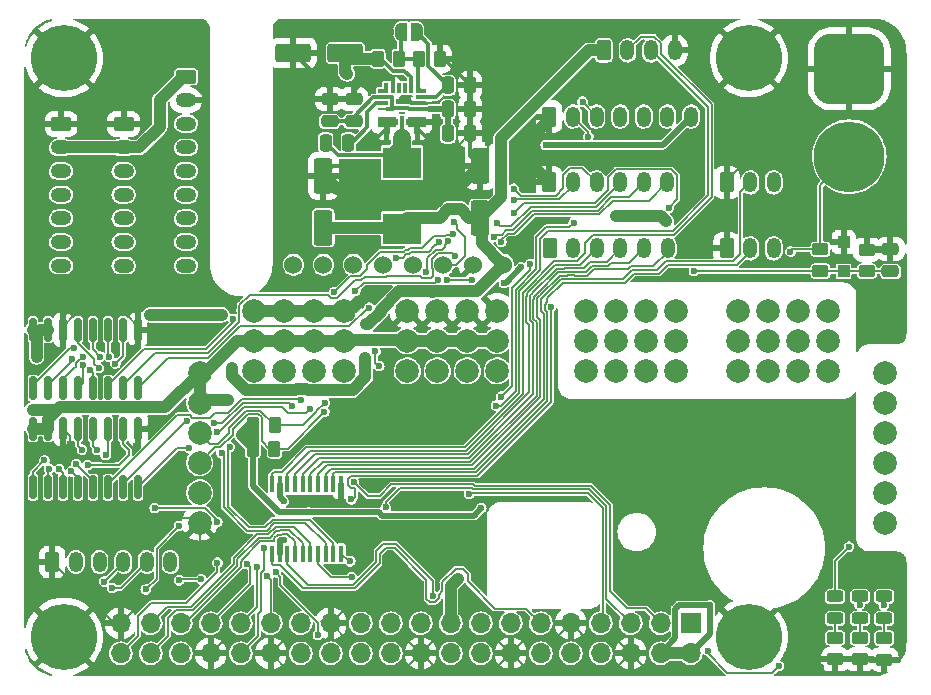
<source format=gbr>
G04 #@! TF.GenerationSoftware,KiCad,Pcbnew,(6.0.1)*
G04 #@! TF.CreationDate,2022-08-03T17:01:46-07:00*
G04 #@! TF.ProjectId,Prime Mover,5072696d-6520-44d6-9f76-65722e6b6963,rev?*
G04 #@! TF.SameCoordinates,Original*
G04 #@! TF.FileFunction,Copper,L1,Top*
G04 #@! TF.FilePolarity,Positive*
%FSLAX46Y46*%
G04 Gerber Fmt 4.6, Leading zero omitted, Abs format (unit mm)*
G04 Created by KiCad (PCBNEW (6.0.1)) date 2022-08-03 17:01:46*
%MOMM*%
%LPD*%
G01*
G04 APERTURE LIST*
G04 Aperture macros list*
%AMRoundRect*
0 Rectangle with rounded corners*
0 $1 Rounding radius*
0 $2 $3 $4 $5 $6 $7 $8 $9 X,Y pos of 4 corners*
0 Add a 4 corners polygon primitive as box body*
4,1,4,$2,$3,$4,$5,$6,$7,$8,$9,$2,$3,0*
0 Add four circle primitives for the rounded corners*
1,1,$1+$1,$2,$3*
1,1,$1+$1,$4,$5*
1,1,$1+$1,$6,$7*
1,1,$1+$1,$8,$9*
0 Add four rect primitives between the rounded corners*
20,1,$1+$1,$2,$3,$4,$5,0*
20,1,$1+$1,$4,$5,$6,$7,0*
20,1,$1+$1,$6,$7,$8,$9,0*
20,1,$1+$1,$8,$9,$2,$3,0*%
%AMFreePoly0*
4,1,22,0.500000,-0.750000,0.000000,-0.750000,0.000000,-0.745033,-0.079941,-0.743568,-0.215256,-0.701293,-0.333266,-0.622738,-0.424486,-0.514219,-0.481581,-0.384460,-0.499164,-0.250000,-0.500000,-0.250000,-0.500000,0.250000,-0.499164,0.250000,-0.499963,0.256109,-0.478152,0.396186,-0.417904,0.524511,-0.324060,0.630769,-0.204165,0.706417,-0.067858,0.745374,0.000000,0.744959,0.000000,0.750000,
0.500000,0.750000,0.500000,-0.750000,0.500000,-0.750000,$1*%
%AMFreePoly1*
4,1,20,0.000000,0.744959,0.073905,0.744508,0.209726,0.703889,0.328688,0.626782,0.421226,0.519385,0.479903,0.390333,0.500000,0.250000,0.500000,-0.250000,0.499851,-0.262216,0.476331,-0.402017,0.414519,-0.529596,0.319384,-0.634700,0.198574,-0.708877,0.061801,-0.746166,0.000000,-0.745033,0.000000,-0.750000,-0.500000,-0.750000,-0.500000,0.750000,0.000000,0.750000,0.000000,0.744959,
0.000000,0.744959,$1*%
G04 Aperture macros list end*
G04 #@! TA.AperFunction,ComponentPad*
%ADD10C,5.600000*%
G04 #@! TD*
G04 #@! TA.AperFunction,SMDPad,CuDef*
%ADD11RoundRect,0.250000X0.450000X-0.262500X0.450000X0.262500X-0.450000X0.262500X-0.450000X-0.262500X0*%
G04 #@! TD*
G04 #@! TA.AperFunction,SMDPad,CuDef*
%ADD12RoundRect,0.243750X0.456250X-0.243750X0.456250X0.243750X-0.456250X0.243750X-0.456250X-0.243750X0*%
G04 #@! TD*
G04 #@! TA.AperFunction,ComponentPad*
%ADD13C,6.000000*%
G04 #@! TD*
G04 #@! TA.AperFunction,ComponentPad*
%ADD14RoundRect,1.500000X-1.500000X1.500000X-1.500000X-1.500000X1.500000X-1.500000X1.500000X1.500000X0*%
G04 #@! TD*
G04 #@! TA.AperFunction,ComponentPad*
%ADD15C,2.000000*%
G04 #@! TD*
G04 #@! TA.AperFunction,SMDPad,CuDef*
%ADD16R,0.450000X1.475000*%
G04 #@! TD*
G04 #@! TA.AperFunction,SMDPad,CuDef*
%ADD17FreePoly0,0.000000*%
G04 #@! TD*
G04 #@! TA.AperFunction,SMDPad,CuDef*
%ADD18FreePoly1,0.000000*%
G04 #@! TD*
G04 #@! TA.AperFunction,SMDPad,CuDef*
%ADD19RoundRect,0.250000X-0.250000X-0.475000X0.250000X-0.475000X0.250000X0.475000X-0.250000X0.475000X0*%
G04 #@! TD*
G04 #@! TA.AperFunction,ComponentPad*
%ADD20RoundRect,0.250000X-0.350000X-0.625000X0.350000X-0.625000X0.350000X0.625000X-0.350000X0.625000X0*%
G04 #@! TD*
G04 #@! TA.AperFunction,ComponentPad*
%ADD21O,1.200000X1.750000*%
G04 #@! TD*
G04 #@! TA.AperFunction,SMDPad,CuDef*
%ADD22RoundRect,0.250000X1.250000X0.550000X-1.250000X0.550000X-1.250000X-0.550000X1.250000X-0.550000X0*%
G04 #@! TD*
G04 #@! TA.AperFunction,SMDPad,CuDef*
%ADD23RoundRect,0.250000X0.550000X-1.250000X0.550000X1.250000X-0.550000X1.250000X-0.550000X-1.250000X0*%
G04 #@! TD*
G04 #@! TA.AperFunction,SMDPad,CuDef*
%ADD24RoundRect,0.150000X0.150000X-0.825000X0.150000X0.825000X-0.150000X0.825000X-0.150000X-0.825000X0*%
G04 #@! TD*
G04 #@! TA.AperFunction,ComponentPad*
%ADD25RoundRect,0.250000X-0.625000X0.350000X-0.625000X-0.350000X0.625000X-0.350000X0.625000X0.350000X0*%
G04 #@! TD*
G04 #@! TA.AperFunction,ComponentPad*
%ADD26O,1.750000X1.200000*%
G04 #@! TD*
G04 #@! TA.AperFunction,SMDPad,CuDef*
%ADD27RoundRect,0.250000X0.475000X-0.250000X0.475000X0.250000X-0.475000X0.250000X-0.475000X-0.250000X0*%
G04 #@! TD*
G04 #@! TA.AperFunction,SMDPad,CuDef*
%ADD28RoundRect,0.250000X-0.262500X-0.450000X0.262500X-0.450000X0.262500X0.450000X-0.262500X0.450000X0*%
G04 #@! TD*
G04 #@! TA.AperFunction,SMDPad,CuDef*
%ADD29R,3.200000X2.650000*%
G04 #@! TD*
G04 #@! TA.AperFunction,SMDPad,CuDef*
%ADD30RoundRect,0.250000X-0.450000X0.262500X-0.450000X-0.262500X0.450000X-0.262500X0.450000X0.262500X0*%
G04 #@! TD*
G04 #@! TA.AperFunction,SMDPad,CuDef*
%ADD31R,0.875000X0.300000*%
G04 #@! TD*
G04 #@! TA.AperFunction,SMDPad,CuDef*
%ADD32R,1.525000X0.250000*%
G04 #@! TD*
G04 #@! TA.AperFunction,SMDPad,CuDef*
%ADD33R,1.525000X0.950000*%
G04 #@! TD*
G04 #@! TA.AperFunction,SMDPad,CuDef*
%ADD34R,0.450000X0.600000*%
G04 #@! TD*
G04 #@! TA.AperFunction,SMDPad,CuDef*
%ADD35R,0.300000X1.650000*%
G04 #@! TD*
G04 #@! TA.AperFunction,SMDPad,CuDef*
%ADD36R,0.450000X0.875000*%
G04 #@! TD*
G04 #@! TA.AperFunction,SMDPad,CuDef*
%ADD37R,0.300000X0.875000*%
G04 #@! TD*
G04 #@! TA.AperFunction,SMDPad,CuDef*
%ADD38R,0.500000X0.350000*%
G04 #@! TD*
G04 #@! TA.AperFunction,SMDPad,CuDef*
%ADD39R,0.600000X0.250000*%
G04 #@! TD*
G04 #@! TA.AperFunction,SMDPad,CuDef*
%ADD40R,1.000000X1.000000*%
G04 #@! TD*
G04 #@! TA.AperFunction,ComponentPad*
%ADD41R,1.700000X1.700000*%
G04 #@! TD*
G04 #@! TA.AperFunction,ComponentPad*
%ADD42O,1.700000X1.700000*%
G04 #@! TD*
G04 #@! TA.AperFunction,ComponentPad*
%ADD43C,1.524000*%
G04 #@! TD*
G04 #@! TA.AperFunction,ViaPad*
%ADD44C,0.600000*%
G04 #@! TD*
G04 #@! TA.AperFunction,Conductor*
%ADD45C,0.150000*%
G04 #@! TD*
G04 #@! TA.AperFunction,Conductor*
%ADD46C,0.500000*%
G04 #@! TD*
G04 #@! TA.AperFunction,Conductor*
%ADD47C,0.200000*%
G04 #@! TD*
G04 #@! TA.AperFunction,Conductor*
%ADD48C,1.000000*%
G04 #@! TD*
G04 #@! TA.AperFunction,Conductor*
%ADD49C,0.350000*%
G04 #@! TD*
G04 #@! TA.AperFunction,Conductor*
%ADD50C,1.500000*%
G04 #@! TD*
G04 APERTURE END LIST*
D10*
X39000000Y-24500000D03*
X39000000Y24500000D03*
X-19000000Y-24500000D03*
X-19000000Y24500000D03*
D11*
X50470000Y-24597500D03*
X50470000Y-26422500D03*
X48400000Y-24587500D03*
X48400000Y-26412500D03*
X46320000Y-24587500D03*
X46320000Y-26412500D03*
D12*
X50470000Y-21072500D03*
X50470000Y-22947500D03*
X48400000Y-22947500D03*
X48400000Y-21072500D03*
X46320000Y-22947500D03*
X46320000Y-21072500D03*
D13*
X47500000Y16160000D03*
D14*
X47500000Y23600000D03*
D15*
X50500000Y-14850000D03*
X50500000Y-12310000D03*
X50500000Y-9770000D03*
X50500000Y-7230000D03*
X50500000Y-4690000D03*
X50500000Y-2150000D03*
X-7500000Y-14850000D03*
X-7500000Y-12310000D03*
X-7500000Y-9770000D03*
X-7500000Y-7230000D03*
X-7500000Y-4690000D03*
X-7500000Y-2150000D03*
X45700000Y-1980000D03*
X45700000Y560000D03*
X45700000Y3100000D03*
X43160000Y-1980000D03*
X43160000Y560000D03*
X43160000Y3100000D03*
X40620000Y-1980000D03*
X40620000Y560000D03*
X40620000Y3100000D03*
X38080000Y-1980000D03*
X38080000Y560000D03*
X38080000Y3100000D03*
X32840000Y-1980000D03*
X32840000Y560000D03*
X32840000Y3100000D03*
X30300000Y-1980000D03*
X30300000Y560000D03*
X30300000Y3100000D03*
X27760000Y-1980000D03*
X27760000Y560000D03*
X27760000Y3100000D03*
X25220000Y-1980000D03*
X25220000Y560000D03*
X25220000Y3100000D03*
X17700000Y-1980000D03*
X17700000Y560000D03*
X17700000Y3100000D03*
X15160000Y-1980000D03*
X15160000Y560000D03*
X15160000Y3100000D03*
X12620000Y-1980000D03*
X12620000Y560000D03*
X12620000Y3100000D03*
X10080000Y-1980000D03*
X10080000Y560000D03*
X10080000Y3100000D03*
X4740000Y-1980000D03*
X4740000Y560000D03*
X4740000Y3100000D03*
X2200000Y-1980000D03*
X2200000Y560000D03*
X2200000Y3100000D03*
X-340000Y-1980000D03*
X-340000Y560000D03*
X-340000Y3100000D03*
X-2880000Y-1980000D03*
X-2880000Y560000D03*
X-2880000Y3100000D03*
D16*
X-1375000Y-17478000D03*
X-725000Y-17478000D03*
X-75000Y-17478000D03*
X575000Y-17478000D03*
X1225000Y-17478000D03*
X1875000Y-17478000D03*
X2525000Y-17478000D03*
X3175000Y-17478000D03*
X3825000Y-17478000D03*
X4475000Y-17478000D03*
X4475000Y-11602000D03*
X3825000Y-11602000D03*
X3175000Y-11602000D03*
X2525000Y-11602000D03*
X1875000Y-11602000D03*
X1225000Y-11602000D03*
X575000Y-11602000D03*
X-75000Y-11602000D03*
X-725000Y-11602000D03*
X-1375000Y-11602000D03*
D17*
X9570000Y26710000D03*
D18*
X10870000Y26710000D03*
D19*
X13520000Y18140000D03*
X15420000Y18140000D03*
D20*
X22110000Y13970000D03*
D21*
X24110000Y13970000D03*
X26110000Y13970000D03*
X28110000Y13970000D03*
X30110000Y13970000D03*
X32110000Y13970000D03*
D22*
X4840000Y24930000D03*
X440000Y24930000D03*
D23*
X16260000Y10950000D03*
X16260000Y15350000D03*
X2980000Y10130000D03*
X2980000Y14530000D03*
D24*
X-21615000Y-3445000D03*
X-20345000Y-3445000D03*
X-19075000Y-3445000D03*
X-17805000Y-3445000D03*
X-16535000Y-3445000D03*
X-15265000Y-3445000D03*
X-13995000Y-3445000D03*
X-12725000Y-3445000D03*
X-12725000Y1505000D03*
X-13995000Y1505000D03*
X-15265000Y1505000D03*
X-16535000Y1505000D03*
X-17805000Y1505000D03*
X-19075000Y1505000D03*
X-20345000Y1505000D03*
X-21615000Y1505000D03*
D25*
X-13940000Y18930000D03*
D26*
X-13940000Y16930000D03*
X-13940000Y14930000D03*
X-13940000Y12930000D03*
X-13940000Y10930000D03*
X-13940000Y8930000D03*
X-13940000Y6930000D03*
D21*
X-9970000Y-18170000D03*
X-11970000Y-18170000D03*
X-13970000Y-18170000D03*
X-15970000Y-18170000D03*
X-17970000Y-18170000D03*
D20*
X-19970000Y-18170000D03*
D26*
X-19230000Y6930000D03*
X-19230000Y8930000D03*
X-19230000Y10930000D03*
X-19230000Y12930000D03*
X-19230000Y14930000D03*
X-19230000Y16930000D03*
D25*
X-19230000Y18930000D03*
D20*
X22110000Y19550000D03*
D21*
X24110000Y19550000D03*
X26110000Y19550000D03*
X28110000Y19550000D03*
X30110000Y19550000D03*
X32110000Y19550000D03*
X34110000Y19550000D03*
D24*
X-21605000Y-6885000D03*
X-20335000Y-6885000D03*
X-19065000Y-6885000D03*
X-17795000Y-6885000D03*
X-16525000Y-6885000D03*
X-15255000Y-6885000D03*
X-13985000Y-6885000D03*
X-12715000Y-6885000D03*
X-12715000Y-11835000D03*
X-13985000Y-11835000D03*
X-15255000Y-11835000D03*
X-16525000Y-11835000D03*
X-17795000Y-11835000D03*
X-19065000Y-11835000D03*
X-20335000Y-11835000D03*
X-21605000Y-11835000D03*
D27*
X5550000Y19140000D03*
X5550000Y21040000D03*
D28*
X7587500Y24450000D03*
X9412500Y24450000D03*
D29*
X9630000Y15650000D03*
X9630000Y10050000D03*
D20*
X26720000Y25150000D03*
D21*
X28720000Y25150000D03*
X30720000Y25150000D03*
X32720000Y25150000D03*
D28*
X11037500Y24440000D03*
X12862500Y24440000D03*
D27*
X3510000Y19140000D03*
X3510000Y21040000D03*
D26*
X-8650000Y6930000D03*
X-8650000Y8930000D03*
X-8650000Y10930000D03*
X-8650000Y12930000D03*
X-8650000Y14930000D03*
X-8650000Y16930000D03*
X-8650000Y18930000D03*
X-8650000Y20930000D03*
D25*
X-8650000Y22930000D03*
D28*
X-2992500Y-8570000D03*
X-1167500Y-8570000D03*
D20*
X22130000Y8390000D03*
D21*
X24130000Y8390000D03*
X26130000Y8390000D03*
X28130000Y8390000D03*
X30130000Y8390000D03*
X32130000Y8390000D03*
D30*
X45060000Y8295000D03*
X45060000Y6470000D03*
D28*
X-2982500Y-6570000D03*
X-1157500Y-6570000D03*
D20*
X37110000Y13970000D03*
D21*
X39110000Y13970000D03*
X41110000Y13970000D03*
D31*
X8017000Y21170000D03*
X8017000Y20670000D03*
D32*
X8342000Y20170000D03*
D33*
X8343000Y19120000D03*
D34*
X8305000Y18345000D03*
D35*
X9630000Y18870000D03*
D34*
X10955000Y18345000D03*
D33*
X10917000Y19120000D03*
D32*
X10918000Y20170000D03*
D31*
X11242000Y20670000D03*
X11242000Y21170000D03*
D36*
X10955000Y21957000D03*
D37*
X10380000Y21958000D03*
X9880000Y21958000D03*
X9380000Y21958000D03*
X8880000Y21958000D03*
D36*
X8305000Y21958000D03*
D38*
X7830000Y21695000D03*
D39*
X9630000Y19820000D03*
D38*
X11430000Y21695000D03*
D19*
X13520000Y20180000D03*
X15420000Y20180000D03*
D11*
X49000000Y6457500D03*
X49000000Y8282500D03*
D27*
X50990000Y6440000D03*
X50990000Y8340000D03*
D20*
X37110000Y8390000D03*
D21*
X39110000Y8390000D03*
X41110000Y8390000D03*
D40*
X47030000Y6450000D03*
X47030000Y8950000D03*
D19*
X3180000Y17330000D03*
X5080000Y17330000D03*
X13520000Y22200000D03*
X15420000Y22200000D03*
D41*
X34080000Y-23350000D03*
D42*
X34080000Y-25890000D03*
X31540000Y-23350000D03*
X31540000Y-25890000D03*
X29000000Y-23350000D03*
X29000000Y-25890000D03*
X26460000Y-23350000D03*
X26460000Y-25890000D03*
X23920000Y-23350000D03*
X23920000Y-25890000D03*
X21380000Y-23350000D03*
X21380000Y-25890000D03*
X18840000Y-23350000D03*
X18840000Y-25890000D03*
X16300000Y-23350000D03*
X16300000Y-25890000D03*
X13760000Y-23350000D03*
X13760000Y-25890000D03*
X11220000Y-23350000D03*
X11220000Y-25890000D03*
X8680000Y-23350000D03*
X8680000Y-25890000D03*
X6140000Y-23350000D03*
X6140000Y-25890000D03*
X3600000Y-23350000D03*
X3600000Y-25890000D03*
X1060000Y-23350000D03*
X1060000Y-25890000D03*
X-1480000Y-23350000D03*
X-1480000Y-25890000D03*
X-4020000Y-23350000D03*
X-4020000Y-25890000D03*
X-6560000Y-23350000D03*
X-6560000Y-25890000D03*
X-9100000Y-23350000D03*
X-9100000Y-25890000D03*
X-11640000Y-23350000D03*
X-11640000Y-25890000D03*
X-14180000Y-23350000D03*
X-14180000Y-25890000D03*
D43*
X18225000Y7000000D03*
X15685000Y7000000D03*
X13145000Y7000000D03*
X10605000Y7000000D03*
X8065000Y7000000D03*
X5525000Y7000000D03*
X2985000Y7000000D03*
X445000Y7000000D03*
D44*
X42520000Y8120000D03*
X47430000Y-5020000D03*
X47480000Y-16880000D03*
X35540000Y-25670000D03*
X41550000Y-26970000D03*
X50440000Y-21830000D03*
X48380000Y-21790000D03*
X12780000Y8950000D03*
X27700000Y-22850000D03*
X-19540000Y-13930000D03*
X-14030000Y-14860000D03*
X-16860000Y-16650000D03*
X-4050000Y-13100000D03*
X-4430000Y-15910000D03*
X-6610000Y-16700000D03*
X-8560000Y-11040000D03*
X-6230000Y-11060000D03*
X-4240000Y-10160000D03*
X-2300000Y-10080000D03*
X1810000Y-7760000D03*
X4100000Y-6160000D03*
X8450000Y-2850000D03*
X16990000Y-3880000D03*
X30560000Y-11480000D03*
X27780000Y-12500000D03*
X33310000Y-20900000D03*
X30570000Y-17800000D03*
X27880000Y-18940000D03*
X31050000Y-21840000D03*
X16250000Y-19760000D03*
X15110000Y-20670000D03*
X12000000Y-17890000D03*
X7700000Y-15830000D03*
X13950000Y-15760000D03*
X20080000Y13940000D03*
X20105990Y9410806D03*
X19730000Y6780000D03*
X18270000Y5460000D03*
X20480275Y7069918D03*
X19396467Y8514989D03*
X22139826Y10714011D03*
X1300000Y5180000D03*
X7740000Y4500989D03*
X7950000Y1720000D03*
X7710000Y-1570000D03*
X7390000Y-310000D03*
X13420000Y5710000D03*
X6864746Y3365503D03*
X11702726Y6406490D03*
X5685500Y4769623D03*
X12658135Y5717809D03*
X13545878Y8984500D03*
X45080000Y-27080000D03*
X-11550000Y-11500000D03*
X-18440000Y-8190000D03*
X-18370000Y3240000D03*
X-11600000Y-6390000D03*
X-13250000Y-60000D03*
X-12910000Y-8310000D03*
X-14000000Y-8920000D03*
X15550000Y5720000D03*
X3910000Y4690000D03*
X-21630000Y-5260000D03*
X-21310000Y-800000D03*
X-3930000Y-7430000D03*
X-332763Y-16292194D03*
X14350000Y-19590000D03*
X1720000Y-13970000D03*
X-5060000Y-4450000D03*
X16350000Y-13600000D03*
X1860000Y-5220000D03*
X320000Y-4960000D03*
X35700000Y-21830000D03*
X24176304Y10568060D03*
X22245500Y3415460D03*
X18020000Y-4160000D03*
X17590000Y-4920000D03*
X8270000Y-13550000D03*
X5547612Y-11397026D03*
X15325791Y-12414011D03*
X8420000Y-17700000D03*
X-16440000Y15080000D03*
X-4870000Y3700000D03*
X1101041Y-4435445D03*
X-5600000Y2770000D03*
X9140000Y7585500D03*
X14083052Y7768514D03*
X-6052792Y-7148467D03*
X-8360000Y-8510000D03*
X-6290797Y-6430697D03*
X-8568050Y-6250037D03*
X-4650500Y2398119D03*
X6959162Y-16955510D03*
X4504310Y-11691394D03*
X-30489Y-3629511D03*
X-390000Y-13040000D03*
X-4962336Y-8407664D03*
X-5641968Y-8963603D03*
X-3470000Y-18350000D03*
X-6000000Y-14790000D03*
X-11300000Y-13600000D03*
X-1060000Y-19030000D03*
X-1800000Y-19330000D03*
X2520000Y-24340000D03*
X5347951Y-12873526D03*
X-2070264Y-16953904D03*
X3060878Y-5450878D03*
X3100000Y-4670000D03*
X5260450Y-18109009D03*
X-2682326Y-18603522D03*
X-5990000Y-18220000D03*
X6610000Y1950000D03*
X6540000Y-860000D03*
X-4780000Y-1700000D03*
X-11700000Y2760000D03*
X5387152Y-19457520D03*
X-9249011Y-15131845D03*
X-12059394Y-20487638D03*
X-7372528Y-19620771D03*
X-9228781Y-19718743D03*
X-16990000Y-9960000D03*
X-14640000Y-1360000D03*
X-15460835Y-9097409D03*
X-15170000Y-790000D03*
X-16180000Y-8660000D03*
X-15919472Y-773302D03*
X-16052777Y-1749563D03*
X-17460000Y-8650000D03*
X-14900000Y-20380000D03*
X-15580000Y-19820000D03*
X-20640000Y-9570000D03*
X-20250000Y-10270000D03*
X-19380000Y-10320000D03*
X-18360000Y-10480000D03*
X-17943193Y-9857084D03*
X-18124122Y-55878D03*
X-18323313Y-954154D03*
X-17363242Y-778512D03*
X-17408461Y-1526649D03*
X-16779256Y-1933903D03*
X40240000Y-8920000D03*
X44030000Y13970000D03*
X7600000Y23120000D03*
X810000Y-27370000D03*
X8350000Y27360000D03*
X51290000Y5030000D03*
X33430000Y-15460000D03*
X46530000Y-15410000D03*
X21730000Y-6900000D03*
X33760000Y9560000D03*
X11880000Y17580000D03*
X14830000Y23970000D03*
X21260000Y27140000D03*
X42100000Y22010000D03*
X16910000Y17280000D03*
X-680000Y26940000D03*
X22040000Y24310000D03*
X41020000Y17880000D03*
X7070000Y15370000D03*
X43060000Y7390000D03*
X50350000Y-26520000D03*
X12230000Y15420000D03*
X25110000Y-27200000D03*
X30490000Y18060000D03*
X28860000Y20930000D03*
X46160000Y-6050000D03*
X51340000Y-19250000D03*
X35790000Y-27070000D03*
X31910000Y15950000D03*
X20380000Y-27260000D03*
X-5366717Y-24834500D03*
X8978092Y-1018848D03*
X23830000Y17850000D03*
X41020000Y10590000D03*
X26780000Y-8520000D03*
X-220000Y16480000D03*
X35580000Y27080000D03*
X9630000Y20960000D03*
X25790000Y15830000D03*
X12040000Y12160000D03*
X33920000Y-5054500D03*
X34930000Y17540000D03*
X36990000Y17180000D03*
X16890000Y21010000D03*
X16100000Y13150000D03*
X7410000Y17610000D03*
X25250000Y-5100000D03*
X12070000Y27280000D03*
X-250000Y8720000D03*
X6720000Y8180000D03*
X-690000Y21070000D03*
X42190000Y-22250000D03*
X4820000Y-27320000D03*
X50680000Y19200000D03*
X16360000Y26460000D03*
X6010000Y26900000D03*
X33050000Y20920000D03*
X43800000Y11450000D03*
X50600000Y10560000D03*
X19670000Y17800000D03*
X19660000Y21040000D03*
X34310000Y13730000D03*
X43000000Y26690000D03*
X49580000Y1370000D03*
X33190000Y-9100000D03*
X45870000Y11030000D03*
X13985551Y9591494D03*
X19140000Y12460000D03*
X19110000Y13430000D03*
X17641339Y10493564D03*
X17425046Y9365500D03*
X34350158Y6466469D03*
X19120000Y11400000D03*
X32240000Y11840000D03*
X24920000Y20820000D03*
X14060727Y10640495D03*
X32010000Y10690000D03*
X5010000Y23160000D03*
X27720000Y11140000D03*
X5070000Y10130000D03*
X21800000Y17140000D03*
X13520000Y20180000D03*
X25411798Y17850042D03*
X12221401Y-21028960D03*
X18043883Y8942662D03*
D45*
X46320000Y-18040000D02*
X46320000Y-21072500D01*
X47480000Y-16880000D02*
X46320000Y-18040000D01*
X42695000Y8295000D02*
X42520000Y8120000D01*
X45060000Y8295000D02*
X42695000Y8295000D01*
X20105990Y9224512D02*
X19396467Y8514989D01*
X20105990Y9410806D02*
X20105990Y9224512D01*
D46*
X21409195Y10714011D02*
X20105990Y9410806D01*
X22139826Y10714011D02*
X21409195Y10714011D01*
D45*
X21859867Y10189511D02*
X23797755Y10189511D01*
X21004776Y6652653D02*
X21004776Y9334420D01*
X19252422Y4900299D02*
X21004776Y6652653D01*
X19252422Y4224121D02*
X19252422Y4900299D01*
X19252448Y4224095D02*
X19252422Y4224121D01*
X19262446Y3129694D02*
X19252448Y3139692D01*
X18001758Y-4920000D02*
X19262446Y-3659312D01*
X19252448Y3139692D02*
X19252448Y4224095D01*
X17590000Y-4920000D02*
X18001758Y-4920000D01*
X21004776Y9334420D02*
X21859867Y10189511D01*
X19262446Y-3659312D02*
X19262446Y3129694D01*
X23797755Y10189511D02*
X24176304Y10568060D01*
X50470000Y-22947500D02*
X50470000Y-24597500D01*
X48400000Y-22947500D02*
X48400000Y-24587500D01*
X46320000Y-22947500D02*
X46320000Y-24587500D01*
X35540000Y-25890000D02*
X35540000Y-25670000D01*
X37174511Y-27524511D02*
X35540000Y-25890000D01*
X40995489Y-27524511D02*
X37174511Y-27524511D01*
X41550000Y-26970000D02*
X40995489Y-27524511D01*
X50470000Y-21800000D02*
X50440000Y-21830000D01*
X50470000Y-21072500D02*
X50470000Y-21800000D01*
X48380000Y-21790000D02*
X48380000Y-21092500D01*
X48380000Y-21092500D02*
X48400000Y-21072500D01*
X3175000Y-10714500D02*
X3175000Y-11602000D01*
X15719456Y-10270544D02*
X3618956Y-10270544D01*
X21626085Y-4363915D02*
X15719456Y-10270544D01*
X21626087Y2869543D02*
X21626085Y-4363915D01*
X21421489Y3074141D02*
X21626087Y2869543D01*
X21421489Y4083629D02*
X21421489Y3074141D01*
X23120306Y5782446D02*
X21421489Y4083629D01*
X23710306Y5782446D02*
X23120306Y5782446D01*
X23720784Y5792924D02*
X23710306Y5782446D01*
X24169216Y5792924D02*
X23720784Y5792924D01*
X24189690Y5772450D02*
X24169216Y5792924D01*
X28359594Y5772450D02*
X24189690Y5772450D01*
X29147634Y6560490D02*
X28359594Y5772450D01*
X31224062Y6560490D02*
X29147634Y6560490D01*
X31954052Y7290480D02*
X31224062Y6560490D01*
X37656552Y7290480D02*
X31954052Y7290480D01*
X38285480Y7919408D02*
X37656552Y7290480D01*
X39110000Y13970000D02*
X38285480Y13145480D01*
X21925599Y2993603D02*
X21925599Y-4524401D01*
X21720999Y3198203D02*
X21925599Y2993603D01*
X21925599Y3837317D02*
X21720999Y3632717D01*
X23844846Y5493414D02*
X23834367Y5482935D01*
X24065629Y5472939D02*
X24045153Y5493414D01*
X31408611Y6251467D02*
X29262183Y6251467D01*
X32148114Y6990970D02*
X31408611Y6251467D01*
X3618956Y-10270544D02*
X3175000Y-10714500D01*
X37985970Y6990970D02*
X32148114Y6990970D01*
X21720999Y3632717D02*
X21720999Y3198203D01*
X39110000Y8115000D02*
X37985970Y6990970D01*
X39110000Y8390000D02*
X39110000Y8115000D01*
X22257751Y-4622249D02*
X22257751Y3403209D01*
X5823054Y-10869861D02*
X16010139Y-10869861D01*
X5822757Y-10869564D02*
X5823054Y-10869861D01*
X5388082Y-10869725D02*
X5388243Y-10869564D01*
X21925599Y4164167D02*
X21925599Y3837317D01*
X5367989Y-10869996D02*
X5368260Y-10869725D01*
X5358443Y-10869996D02*
X5367989Y-10869996D01*
X5355914Y-10872525D02*
X5358443Y-10869996D01*
X5330355Y-10872525D02*
X5355914Y-10872525D01*
X24045153Y5493414D02*
X23844846Y5493414D01*
X5023111Y-11179769D02*
X5330355Y-10872525D01*
X38285480Y13145480D02*
X38285480Y7919408D01*
X5023111Y-11614283D02*
X5023111Y-11179769D01*
X5368260Y-10869725D02*
X5388082Y-10869725D01*
X5330355Y-11921527D02*
X5023111Y-11614283D01*
X5458001Y-11921527D02*
X5330355Y-11921527D01*
X5458243Y-11921769D02*
X5458001Y-11921527D01*
X5476097Y-11921769D02*
X5458243Y-11921769D01*
X5528243Y-11931783D02*
X5520375Y-11923915D01*
X5548243Y-11931842D02*
X5548184Y-11931783D01*
X5548184Y-11931783D02*
X5528243Y-11931783D01*
X21925599Y-4524401D02*
X15879946Y-10570054D01*
X5605580Y-11931842D02*
X5548243Y-11931842D01*
X5608243Y-11934505D02*
X5605580Y-11931842D01*
X5661519Y-11934505D02*
X5608243Y-11934505D01*
X5690999Y-12649001D02*
X5690999Y-11963985D01*
X3825000Y-10714500D02*
X3825000Y-11602000D01*
X23834367Y5482935D02*
X23244368Y5482936D01*
X15879946Y-10570054D02*
X3969446Y-10570054D01*
X23244368Y5482936D02*
X21925599Y4164167D01*
X28483655Y5472939D02*
X24065629Y5472939D01*
X5690999Y-11963985D02*
X5661519Y-11934505D01*
X3969446Y-10570054D02*
X3825000Y-10714500D01*
X5478243Y-11923915D02*
X5476097Y-11921769D01*
X29262183Y6251467D02*
X28483655Y5472939D01*
X16010139Y-10869861D02*
X22257751Y-4622249D01*
X5388243Y-10869564D02*
X5822757Y-10869564D01*
X22257751Y3403209D02*
X22245500Y3415460D01*
X5466474Y-12873526D02*
X5690999Y-12649001D01*
X5520375Y-11923915D02*
X5478243Y-11923915D01*
X21080000Y2553152D02*
X21326576Y2306576D01*
X21080000Y4170000D02*
X21080000Y2553152D01*
X21326576Y2306576D02*
X21326575Y-4233425D01*
X21322288Y4412288D02*
X21080000Y4170000D01*
X21326576Y4412288D02*
X21322288Y4412288D01*
X35540000Y12870000D02*
X35540000Y20330000D01*
X32560000Y9890000D02*
X35540000Y12870000D01*
X21983928Y9890000D02*
X32560000Y9890000D01*
X21305480Y9211552D02*
X21983928Y9890000D01*
X21305480Y6529776D02*
X21305480Y9211552D01*
X19621959Y4846255D02*
X21305480Y6529776D01*
X19621959Y4829818D02*
X19621959Y4846255D01*
X19551959Y3263753D02*
X19551959Y4759818D01*
X19561957Y3253755D02*
X19551959Y3263753D01*
X19561957Y-3828043D02*
X19561957Y3253755D01*
X1540149Y-8453423D02*
X14936577Y-8453423D01*
X-1200011Y-10539511D02*
X-545939Y-10539511D01*
X-1375000Y-10714500D02*
X-1200011Y-10539511D01*
X-1375000Y-11602000D02*
X-1375000Y-10714500D01*
X-75000Y-10714500D02*
X-75000Y-11602000D01*
X1886567Y-8752933D02*
X-75000Y-10714500D01*
X15060638Y-8752934D02*
X1886567Y-8752933D01*
X19861468Y3377816D02*
X19861468Y-3952104D01*
X19851470Y4635757D02*
X19851470Y3387814D01*
X19921470Y4705757D02*
X19851470Y4635757D01*
X19921470Y4722186D02*
X19921470Y4705757D01*
X24471527Y7290480D02*
X22489764Y7290480D01*
X25140000Y7958953D02*
X24471527Y7290480D01*
X25140000Y8841047D02*
X25140000Y7958953D01*
X25789442Y9490489D02*
X25140000Y8841047D01*
X32634061Y9490489D02*
X25789442Y9490489D01*
X35849511Y12705939D02*
X32634061Y9490489D01*
X35849510Y20579443D02*
X35849511Y12705939D01*
X31544520Y24884433D02*
X35849510Y20579443D01*
X31544520Y25766527D02*
X31544520Y24884433D01*
X31001047Y26310000D02*
X31544520Y25766527D01*
X29880000Y26310000D02*
X31001047Y26310000D01*
X28720000Y25150000D02*
X29880000Y26310000D01*
X575000Y-10714500D02*
X575000Y-11602000D01*
X2237050Y-9052450D02*
X575000Y-10714500D01*
X15184694Y-9052450D02*
X2237050Y-9052450D01*
X20428041Y-3809103D02*
X15184694Y-9052450D01*
X20428041Y1928945D02*
X20428041Y-3809103D01*
X20150980Y3511876D02*
X20160978Y3501878D01*
X20150979Y4348123D02*
X20150980Y3511876D01*
X20160980Y4358124D02*
X20150979Y4348123D01*
X20160979Y4368123D02*
X20160980Y4358124D01*
X20181467Y4388611D02*
X20160979Y4368123D01*
X20181467Y4542182D02*
X20181467Y4388611D01*
X20320979Y4681695D02*
X20181467Y4542182D01*
X20320979Y4698123D02*
X20320979Y4681695D01*
X22613826Y6990970D02*
X20320979Y4698123D01*
X24730970Y6990970D02*
X22613826Y6990970D01*
X26130000Y8390000D02*
X24730970Y6990970D01*
X1225000Y-10714500D02*
X1225000Y-11602000D01*
X2587540Y-9351960D02*
X1225000Y-10714500D01*
X20727552Y-3946020D02*
X15321612Y-9351960D01*
X19551959Y4759818D02*
X19621959Y4829818D01*
X20727552Y2053006D02*
X20727552Y-3946020D01*
X20460490Y2320068D02*
X20727552Y2053006D01*
X20480979Y4418123D02*
X20480980Y4264552D01*
X20620490Y4557634D02*
X20480979Y4418123D01*
X20620490Y4574062D02*
X20620490Y4557634D01*
X22727407Y6680979D02*
X20620490Y4574062D01*
X23348602Y6691458D02*
X23338123Y6680979D01*
X14936577Y-8453423D02*
X19561957Y-3828043D01*
X25409020Y7044542D02*
X25055936Y6691458D01*
X25409020Y7044550D02*
X25409020Y7044542D01*
X25409025Y7044563D02*
X25409025Y7044555D01*
X25584470Y7220000D02*
X25496754Y7132284D01*
X25584478Y7220000D02*
X25584470Y7220000D01*
X15431957Y-9668043D02*
X2921457Y-9668043D01*
X25409025Y7044555D02*
X25409020Y7044550D01*
X21027062Y-4072938D02*
X15431957Y-9668043D01*
X20760000Y2444130D02*
X21027065Y2177065D01*
X20760000Y4110000D02*
X20760000Y2444130D01*
X20780490Y4130490D02*
X20760000Y4110000D01*
X22872185Y6381469D02*
X21202515Y4711799D01*
X23472664Y6391948D02*
X23462184Y6381468D01*
X25584483Y7220005D02*
X25584478Y7220000D01*
X24417337Y6391947D02*
X24040873Y6391948D01*
X25708530Y6897814D02*
X25182184Y6371468D01*
X21202515Y4711799D02*
X21198226Y4711798D01*
X25708531Y6920489D02*
X25708530Y6897814D01*
X27084061Y6920489D02*
X25708531Y6920489D01*
X28130000Y8390000D02*
X26960005Y7220005D01*
X2921457Y-9668043D02*
X1875000Y-10714500D01*
X22489764Y7290480D02*
X19921470Y4722186D01*
X20460490Y4244062D02*
X20460490Y2320068D01*
X15321612Y-9351960D02*
X2587540Y-9351960D01*
X35540000Y20330000D02*
X30720000Y25150000D01*
X20160980Y2196006D02*
X20428041Y1928945D01*
X26960005Y7220005D02*
X25584483Y7220005D01*
X23462184Y6381468D02*
X22872185Y6381469D01*
X-545939Y-10539511D02*
X1540149Y-8453423D01*
X1875000Y-10714500D02*
X1875000Y-11602000D01*
X27303572Y7140000D02*
X27084061Y6920489D01*
X20160978Y3501878D02*
X20160980Y2196006D01*
X21198226Y4711798D02*
X20780490Y4294062D01*
X19851470Y3387814D02*
X19861468Y3377816D01*
X25496754Y7132284D02*
X25409025Y7044563D01*
X20780490Y4294062D02*
X20780490Y4130490D01*
X18952886Y-3227114D02*
X18020000Y-4160000D01*
X18952886Y5057894D02*
X18952886Y-3227114D01*
X20480275Y6585283D02*
X18952886Y5057894D01*
X23338123Y6680979D02*
X22727407Y6680979D01*
X28880000Y7140000D02*
X27303572Y7140000D01*
X20480980Y4264552D02*
X20460490Y4244062D01*
X21027065Y2177065D02*
X21027062Y-4072938D01*
X25055936Y6691458D02*
X23348602Y6691458D01*
X19861468Y-3952104D02*
X15060638Y-8752934D01*
X25182184Y6371468D02*
X24437815Y6371469D01*
X20480275Y7069918D02*
X20480275Y6585283D01*
X24437815Y6371469D02*
X24417337Y6391947D01*
X30130000Y8390000D02*
X28880000Y7140000D01*
X24040873Y6391948D02*
X23472664Y6391948D01*
X14299182Y10402040D02*
X14060727Y10640495D01*
X14299182Y10019621D02*
X14299182Y10402040D01*
X14510052Y9808751D02*
X14299182Y10019621D01*
X14510052Y9783892D02*
X14510052Y9808751D01*
X14960000Y9333944D02*
X14510052Y9783892D01*
X14960000Y7737370D02*
X14960000Y9333944D01*
X14222630Y7000000D02*
X14960000Y7737370D01*
X13145000Y7000000D02*
X14222630Y7000000D01*
X13854250Y9591494D02*
X13985551Y9591494D01*
X13767446Y9504690D02*
X13854250Y9591494D01*
X13763135Y9509001D02*
X13767446Y9504690D01*
X13328621Y9509001D02*
X13763135Y9509001D01*
X12572743Y9474501D02*
X13007257Y9474501D01*
X12350000Y9430000D02*
X12528242Y9430000D01*
X10300000Y8410000D02*
X11330000Y8410000D01*
X9780000Y8110000D02*
X9880489Y8210489D01*
X6660000Y6990138D02*
X7779862Y8110000D01*
X6660000Y6610000D02*
X6660000Y6990138D01*
X6063489Y6013489D02*
X6660000Y6610000D01*
X5233489Y6013489D02*
X6063489Y6013489D01*
X9880489Y8210489D02*
X10100489Y8210489D01*
X11330000Y8410000D02*
X12350000Y9430000D01*
X11790000Y7540000D02*
X12540000Y8290000D01*
X3910000Y4690000D02*
X5233489Y6013489D01*
X11790000Y6493764D02*
X11790000Y7540000D01*
X11702726Y6406490D02*
X11790000Y6493764D01*
X13030000Y8290000D02*
X13240000Y8500000D01*
X13007257Y9474501D02*
X13051758Y9430000D01*
X13240000Y8678622D02*
X13545878Y8984500D01*
X13249620Y9430000D02*
X13328621Y9509001D01*
X10100489Y8210489D02*
X10300000Y8410000D01*
X12540000Y8290000D02*
X13030000Y8290000D01*
X7779862Y8110000D02*
X9780000Y8110000D01*
X13051758Y9430000D02*
X13249620Y9430000D01*
X12528242Y9430000D02*
X12572743Y9474501D01*
X13240000Y8500000D02*
X13240000Y8678622D01*
X12729022Y8950000D02*
X12369511Y8590489D01*
X12780000Y8950000D02*
X12729022Y8950000D01*
X12369511Y8590489D02*
X12471472Y8692450D01*
X11889511Y8110489D02*
X12369511Y8590489D01*
D46*
X7589011Y4350000D02*
X7740000Y4500989D01*
X5610000Y3100000D02*
X6860000Y4350000D01*
X6860000Y4350000D02*
X7589011Y4350000D01*
X4740000Y3100000D02*
X5610000Y3100000D01*
D47*
X12294520Y17165480D02*
X11880000Y17580000D01*
X14445480Y17165480D02*
X12294520Y17165480D01*
X15420000Y18140000D02*
X14445480Y17165480D01*
X-4240000Y-12910000D02*
X-4240000Y-10160000D01*
X-5220000Y-16700000D02*
X-4430000Y-15910000D01*
X-6610000Y-16700000D02*
X-5220000Y-16700000D01*
X-4050000Y-13100000D02*
X-4240000Y-12910000D01*
D45*
X-2140000Y-10240000D02*
X-2300000Y-10080000D01*
D46*
X-2999501Y-8577001D02*
X-2992500Y-8570000D01*
X-2999501Y-11739021D02*
X-2999501Y-8577001D01*
D45*
X-980000Y-10240000D02*
X-2140000Y-10240000D01*
D46*
X-768522Y-13970000D02*
X-2999501Y-11739021D01*
X1720000Y-13970000D02*
X-768522Y-13970000D01*
D45*
X-670000Y-10240000D02*
X-980000Y-10240000D01*
X1810000Y-7760000D02*
X-670000Y-10240000D01*
X20080000Y14880000D02*
X20640000Y15440000D01*
X20080000Y13940000D02*
X20080000Y14880000D01*
D46*
X18410000Y5460000D02*
X19730000Y6780000D01*
X18270000Y5460000D02*
X18410000Y5460000D01*
D45*
X24110000Y19550000D02*
X25411798Y18248202D01*
X25411798Y18248202D02*
X25411798Y17850042D01*
X17618567Y9559021D02*
X17425046Y9365500D01*
X18063691Y9559021D02*
X17618567Y9559021D01*
X19017583Y9944011D02*
X18448681Y9944011D01*
X20663572Y11590000D02*
X19017583Y9944011D01*
X26207144Y11590000D02*
X20663572Y11590000D01*
X27361654Y12744510D02*
X26207144Y11590000D01*
X28884510Y12744510D02*
X27361654Y12744510D01*
X18448681Y9944011D02*
X18063691Y9559021D01*
X30110000Y13970000D02*
X28884510Y12744510D01*
X18043883Y9115641D02*
X18043883Y8942662D01*
X20805041Y11290489D02*
X19159053Y9644501D01*
X18572743Y9644501D02*
X18043883Y9115641D01*
X32110000Y13970000D02*
X30567814Y12427814D01*
X19159053Y9644501D02*
X18572743Y9644501D01*
X27468530Y12427814D02*
X26331205Y11290489D01*
X26331205Y11290489D02*
X20805041Y11290489D01*
X30567814Y12427814D02*
X27468530Y12427814D01*
D48*
X15981469Y4756469D02*
X18225000Y7000000D01*
X12328229Y4756469D02*
X15981469Y4756469D01*
X12118229Y4756469D02*
X12158228Y4716470D01*
X9403707Y4756469D02*
X12118229Y4756469D01*
X7814247Y3167009D02*
X9403707Y4756469D01*
X7814247Y2972206D02*
X7814247Y3167009D01*
X6792041Y1950000D02*
X7814247Y2972206D01*
X6610000Y1950000D02*
X6792041Y1950000D01*
D45*
X6737224Y3365503D02*
X6864746Y3365503D01*
X5156232Y1784511D02*
X6737224Y3365503D01*
X-4098779Y1784511D02*
X5156232Y1784511D01*
X-4309182Y1574108D02*
X-4098779Y1784511D01*
X-4322321Y1574107D02*
X-4309182Y1574108D01*
X-10205489Y-925489D02*
X-6821917Y-925489D01*
X-12725000Y-3445000D02*
X-10205489Y-925489D01*
D48*
X12288227Y4716469D02*
X12328229Y4756469D01*
D45*
X-6821917Y-925489D02*
X-4322321Y1574107D01*
D48*
X12158228Y4716470D02*
X12288227Y4716469D01*
D46*
X367626Y8720000D02*
X-250000Y8720000D01*
X1760000Y7327626D02*
X367626Y8720000D01*
X1760000Y5640000D02*
X1760000Y7327626D01*
X1300000Y5180000D02*
X1760000Y5640000D01*
D48*
X2200000Y3100000D02*
X4740000Y3100000D01*
X-340000Y3100000D02*
X2200000Y3100000D01*
X-2880000Y3100000D02*
X-340000Y3100000D01*
D45*
X8700000Y1720000D02*
X7950000Y1720000D01*
X10080000Y3100000D02*
X8700000Y1720000D01*
X7640000Y-1570000D02*
X7710000Y-1570000D01*
X7390000Y-1320000D02*
X7640000Y-1570000D01*
X7390000Y-310000D02*
X7390000Y-1320000D01*
D48*
X4819501Y639501D02*
X4740000Y560000D01*
X10000499Y639501D02*
X4819501Y639501D01*
X10080000Y560000D02*
X10000499Y639501D01*
D45*
X6396857Y5480980D02*
X5685500Y4769623D01*
X12421306Y5480980D02*
X6396857Y5480980D01*
X12658135Y5717809D02*
X12421306Y5480980D01*
X15540000Y5710000D02*
X15550000Y5720000D01*
X13420000Y5710000D02*
X15540000Y5710000D01*
X12083748Y5881990D02*
X12254501Y6052743D01*
X11301990Y5881990D02*
X12083748Y5881990D01*
X12254501Y6531996D02*
X12254501Y6052743D01*
X12227227Y6559270D02*
X12254501Y6531996D01*
X12227227Y6622531D02*
X12227227Y6559270D01*
X12139510Y7465938D02*
X12139510Y6710248D01*
X12664061Y7990489D02*
X12139510Y7465938D01*
X13861077Y7990489D02*
X12664061Y7990489D01*
X14083052Y7768514D02*
X13861077Y7990489D01*
X12139510Y6710248D02*
X12227227Y6622531D01*
X11301990Y5881990D02*
X11170490Y6013489D01*
X-13995000Y-3210349D02*
X-13995000Y-3445000D01*
X-4447881Y1873618D02*
X-6811499Y-490000D01*
X-4139746Y2629122D02*
X-4126000Y2615376D01*
X-3261721Y4450000D02*
X-4139746Y3571975D01*
X3348242Y4450000D02*
X-3261721Y4450000D01*
X3632743Y4165499D02*
X3348242Y4450000D01*
X4129071Y4165499D02*
X3632743Y4165499D01*
X5677551Y5713979D02*
X4129071Y4165499D01*
X-4433244Y1873618D02*
X-4447881Y1873618D01*
X6187551Y5713979D02*
X5677551Y5713979D01*
X-4126000Y2615376D02*
X-4126000Y2180862D01*
X6468073Y5994501D02*
X6187551Y5713979D01*
X11170490Y6013489D02*
X8271731Y6013489D01*
X8252743Y5994501D02*
X6468073Y5994501D01*
X-6811499Y-490000D02*
X-11274651Y-490000D01*
X-4126000Y2180862D02*
X-4433244Y1873618D01*
X-4139746Y3571975D02*
X-4139746Y2629122D01*
X-11274651Y-490000D02*
X-13995000Y-3210349D01*
X8271731Y6013489D02*
X8252743Y5994501D01*
X9679072Y7585500D02*
X10004550Y7910978D01*
X9140000Y7585500D02*
X9679072Y7585500D01*
X10004550Y7910978D02*
X10224550Y7910978D01*
X12471472Y8692450D02*
X12523645Y8692450D01*
X10424061Y8110489D02*
X11889511Y8110489D01*
X10224550Y7910978D02*
X10424061Y8110489D01*
D48*
X9250000Y10130000D02*
X5070000Y10130000D01*
X10090363Y10970363D02*
X9250000Y10130000D01*
X12825180Y10970363D02*
X10090363Y10970363D01*
X12825180Y10997013D02*
X12825180Y10970363D01*
X13556832Y11728666D02*
X12825180Y10997013D01*
X15323204Y10970363D02*
X15323204Y10997014D01*
X16239637Y10970363D02*
X15323204Y10970363D01*
X14591551Y11728666D02*
X13556832Y11728666D01*
X16260000Y10950000D02*
X16239637Y10970363D01*
X15323204Y10997014D02*
X14591551Y11728666D01*
D45*
X30074511Y-26964511D02*
X35684511Y-26964511D01*
X35684511Y-26964511D02*
X35790000Y-27070000D01*
X29000000Y-25890000D02*
X30074511Y-26964511D01*
X25110000Y-24540000D02*
X23920000Y-23350000D01*
X25110000Y-27200000D02*
X25110000Y-24540000D01*
X23710411Y-27200000D02*
X25110000Y-27200000D01*
X22845489Y-26335078D02*
X23710411Y-27200000D01*
X22845489Y-24424511D02*
X22845489Y-26335078D01*
X23920000Y-23350000D02*
X22845489Y-24424511D01*
X18840000Y-25890000D02*
X17470000Y-27260000D01*
X17290000Y-27260000D02*
X20380000Y-27260000D01*
X17470000Y-27260000D02*
X17290000Y-27260000D01*
X12590000Y-27260000D02*
X17290000Y-27260000D01*
X20210000Y-27260000D02*
X18840000Y-25890000D01*
X20380000Y-27260000D02*
X20210000Y-27260000D01*
X27690000Y-27200000D02*
X29000000Y-25890000D01*
X25110000Y-27200000D02*
X27690000Y-27200000D01*
X25050000Y-27260000D02*
X25110000Y-27200000D01*
X20380000Y-27260000D02*
X25050000Y-27260000D01*
X11220000Y-25890000D02*
X12590000Y-27260000D01*
X9790000Y-27320000D02*
X11220000Y-25890000D01*
X4820000Y-27320000D02*
X9790000Y-27320000D01*
X4770000Y-27370000D02*
X4820000Y-27320000D01*
X810000Y-27370000D02*
X4770000Y-27370000D01*
X0Y-27370000D02*
X810000Y-27370000D01*
X-1480000Y-25890000D02*
X0Y-27370000D01*
X-11550000Y-12610000D02*
X-11550000Y-11500000D01*
X-11740000Y-12800000D02*
X-11550000Y-12610000D01*
X-12190000Y-13250000D02*
X-11740000Y-12800000D01*
X-12190000Y-13670000D02*
X-12190000Y-13250000D01*
X-7900000Y-14450000D02*
X-11410000Y-14450000D01*
X-11410000Y-14450000D02*
X-12190000Y-13670000D01*
X-7500000Y-14850000D02*
X-7900000Y-14450000D01*
X-18440000Y-7510000D02*
X-19065000Y-6885000D01*
X-18440000Y-8190000D02*
X-18440000Y-7510000D01*
X-16413976Y-986020D02*
X-16413976Y-1388364D01*
X-17805000Y405004D02*
X-16413976Y-986020D01*
X-17932644Y-1309074D02*
X-17932644Y-1304123D01*
X-17625400Y-996879D02*
X-17581609Y-996879D01*
X-17932962Y-1624501D02*
X-17932962Y-1309392D01*
X-18032743Y-1624501D02*
X-17932962Y-1624501D01*
X-17805000Y1505000D02*
X-17805000Y405004D01*
X-19075000Y-2666758D02*
X-18032743Y-1624501D01*
X-19075000Y-3445000D02*
X-19075000Y-2666758D01*
X-17932962Y-1309392D02*
X-17932644Y-1309074D01*
X-16535000Y-2178159D02*
X-16779256Y-1933903D01*
X-16413976Y-1388364D02*
X-16052777Y-1749563D01*
X-17408461Y-3048461D02*
X-17408461Y-1526649D01*
X-17805000Y-3445000D02*
X-17408461Y-3048461D01*
X-17581609Y-996879D02*
X-17363242Y-778512D01*
X-16535000Y-3445000D02*
X-16535000Y-2178159D01*
X-18460529Y-55878D02*
X-18124122Y-55878D01*
X-21615000Y-3210349D02*
X-18460529Y-55878D01*
X-17932644Y-1304123D02*
X-17625400Y-996879D01*
X-21615000Y-3445000D02*
X-21615000Y-3210349D01*
X-19075000Y2535000D02*
X-18370000Y3240000D01*
X-19075000Y1505000D02*
X-19075000Y2535000D01*
X-12725000Y465000D02*
X-12725000Y1505000D01*
X-12095000Y-6885000D02*
X-11600000Y-6390000D01*
X-12715000Y-6885000D02*
X-12095000Y-6885000D01*
X-13250000Y-60000D02*
X-12725000Y465000D01*
X-12910000Y-7080000D02*
X-12715000Y-6885000D01*
X-12910000Y-8310000D02*
X-12910000Y-7080000D01*
X-14740000Y-9660000D02*
X-14000000Y-8920000D01*
X-13985000Y-8193242D02*
X-13985000Y-6885000D01*
X-15640000Y-9660000D02*
X-14740000Y-9660000D01*
X-13475499Y-9137257D02*
X-13475499Y-8702743D01*
X-14298242Y-9960000D02*
X-13475499Y-9137257D01*
X-13475499Y-8702743D02*
X-13985000Y-8193242D01*
X-16990000Y-9960000D02*
X-14298242Y-9960000D01*
X-15990000Y-9310000D02*
X-15640000Y-9660000D01*
X-17720000Y-9310000D02*
X-15990000Y-9310000D01*
X-15255000Y-8891574D02*
X-15460835Y-9097409D01*
X-15255000Y-6885000D02*
X-15255000Y-8891574D01*
X-19065000Y-7965000D02*
X-17720000Y-9310000D01*
X-19065000Y-6885000D02*
X-19065000Y-7965000D01*
X-725000Y-16684431D02*
X-332763Y-16292194D01*
X-725000Y-17478000D02*
X-725000Y-16684431D01*
D48*
X-2982500Y-6570000D02*
X-2982500Y-8560000D01*
X-2992500Y-8570000D02*
X-2992500Y-8367500D01*
X-2982500Y-6570000D02*
X-3070000Y-6570000D01*
X-2992500Y-8367500D02*
X-3930000Y-7430000D01*
X-2982500Y-8560000D02*
X-2992500Y-8570000D01*
X-3070000Y-6570000D02*
X-3930000Y-7430000D01*
D46*
X7980256Y-14249501D02*
X15700499Y-14249501D01*
X7700755Y-13970000D02*
X7980256Y-14249501D01*
X15700499Y-14249501D02*
X16350000Y-13600000D01*
X1720000Y-13970000D02*
X7700755Y-13970000D01*
D48*
X-7021815Y-2150000D02*
X-7500000Y-2150000D01*
X-4311815Y560000D02*
X-7021815Y-2150000D01*
X-2880000Y560000D02*
X-4311815Y560000D01*
X13760000Y-23350000D02*
X13760000Y-20180000D01*
X13760000Y-20180000D02*
X14350000Y-19590000D01*
X-19355212Y-5069520D02*
X-19545692Y-5260000D01*
X-7500000Y-2150000D02*
X-10419520Y-5069520D01*
X-21310000Y-800000D02*
X-21310000Y1200000D01*
X15160000Y560000D02*
X12620000Y560000D01*
X4740000Y560000D02*
X2200000Y560000D01*
X-7500000Y-2150000D02*
X-7500000Y-4690000D01*
X-10419520Y-5069520D02*
X-19355212Y-5069520D01*
X-20335000Y-6049308D02*
X-20335000Y-6885000D01*
X-21005000Y1505000D02*
X-21310000Y1200000D01*
X-19545692Y-5260000D02*
X-21630000Y-5260000D01*
X-21310000Y1200000D02*
X-21615000Y1505000D01*
X12620000Y560000D02*
X10080000Y560000D01*
X-340000Y560000D02*
X-2880000Y560000D01*
X-20345000Y1505000D02*
X-21005000Y1505000D01*
X2200000Y560000D02*
X-340000Y560000D01*
X-19355212Y-5069520D02*
X-20335000Y-6049308D01*
X-20335000Y-6885000D02*
X-21605000Y-6885000D01*
X17700000Y560000D02*
X15160000Y560000D01*
D46*
X-725000Y-17478000D02*
X-725000Y-16366478D01*
X-699511Y-16340989D02*
X-381558Y-16340989D01*
X-725000Y-16366478D02*
X-699511Y-16340989D01*
X-381558Y-16340989D02*
X-332763Y-16292194D01*
D48*
X-5060000Y-4450000D02*
X-7260000Y-4450000D01*
X-7260000Y-4450000D02*
X-7500000Y-4690000D01*
D45*
X1251758Y-6570000D02*
X-1157500Y-6570000D01*
X1830000Y-5220000D02*
X1860000Y-5220000D01*
X3100000Y-4670000D02*
X2384501Y-5385499D01*
D48*
X6540000Y-2540000D02*
X6540000Y-860000D01*
X1637905Y-3629511D02*
X5450489Y-3629511D01*
X707744Y-3485944D02*
X1494338Y-3485944D01*
X564177Y-3629511D02*
X707744Y-3485944D01*
X-30489Y-3629511D02*
X564177Y-3629511D01*
D45*
X1025596Y-4360000D02*
X1101041Y-4435445D01*
X-3940000Y-4360000D02*
X1025596Y-4360000D01*
X1800000Y-5190000D02*
X1830000Y-5220000D01*
X-6166469Y-5520490D02*
X-5100490Y-5520490D01*
X-6615979Y-5970000D02*
X-6166469Y-5520490D01*
D48*
X1494338Y-3485944D02*
X1637905Y-3629511D01*
D45*
X-8350793Y-5725536D02*
X-8106329Y-5970000D01*
X-9380187Y-5725536D02*
X-8350793Y-5725536D01*
X2384501Y-5437257D02*
X1251758Y-6570000D01*
X-15255000Y-11600349D02*
X-9380187Y-5725536D01*
X2384501Y-5385499D02*
X2384501Y-5437257D01*
X-15255000Y-11835000D02*
X-15255000Y-11600349D01*
X-5100490Y-5520490D02*
X-3940000Y-4360000D01*
X-8106329Y-5970000D02*
X-6615979Y-5970000D01*
D48*
X5450489Y-3629511D02*
X6540000Y-2540000D01*
D45*
X-10000Y-5510000D02*
X1480000Y-5510000D01*
X1480000Y-5510000D02*
X1800000Y-5190000D01*
X-58244Y-8570000D02*
X3060878Y-5450878D01*
X-1167500Y-8570000D02*
X-58244Y-8570000D01*
X-500000Y-5020000D02*
X-10000Y-5510000D01*
X-3730000Y-5020000D02*
X-500000Y-5020000D01*
X-5858467Y-7148467D02*
X-3730000Y-5020000D01*
X-6052792Y-7148467D02*
X-5858467Y-7148467D01*
X80489Y-4720489D02*
X320000Y-4960000D01*
X-3854061Y-4720489D02*
X80489Y-4720489D01*
X-5564269Y-6430697D02*
X-3854061Y-4720489D01*
X-6290797Y-6430697D02*
X-5564269Y-6430697D01*
X-3572398Y-5345970D02*
X-2381530Y-5345970D01*
X-5033214Y-6806786D02*
X-3572398Y-5345970D01*
X-5033214Y-7273214D02*
X-5033214Y-6806786D01*
X-2381530Y-5345970D02*
X-1157500Y-6570000D01*
X-5910000Y-8150000D02*
X-5033214Y-7273214D01*
X-6580000Y-8150000D02*
X-5910000Y-8150000D01*
X-7500000Y-7230000D02*
X-6580000Y-8150000D01*
D46*
X33100978Y-21830000D02*
X35700000Y-21830000D01*
X32789511Y-22141467D02*
X33100978Y-21830000D01*
X32789511Y-24640489D02*
X32789511Y-22141467D01*
X31540000Y-25890000D02*
X32789511Y-24640489D01*
X35700000Y-24270000D02*
X35700000Y-21830000D01*
X34080000Y-25890000D02*
X35700000Y-24270000D01*
D45*
X2525000Y-10714500D02*
X2525000Y-11602000D01*
X3271946Y-9967554D02*
X2525000Y-10714500D01*
X22996246Y6081958D02*
X21326576Y4412288D01*
X24293276Y6092436D02*
X23596724Y6092436D01*
X25306243Y6071957D02*
X24313753Y6071959D01*
X25855267Y6620979D02*
X25306243Y6071957D01*
X29023572Y6860000D02*
X28784551Y6620979D01*
X32130000Y8115000D02*
X30875000Y6860000D01*
X15592446Y-9967554D02*
X3271946Y-9967554D01*
X23596724Y6092436D02*
X23586245Y6081957D01*
X23586245Y6081957D02*
X22996246Y6081958D01*
X30875000Y6860000D02*
X29023572Y6860000D01*
X32130000Y8390000D02*
X32130000Y8115000D01*
X21326575Y-4233425D02*
X15592446Y-9967554D01*
X28784551Y6620979D02*
X25855267Y6620979D01*
X24313753Y6071959D02*
X24293276Y6092436D01*
X34353689Y6470000D02*
X34350158Y6466469D01*
X45060000Y6470000D02*
X34353689Y6470000D01*
X4504310Y-11631310D02*
X4504310Y-11691394D01*
X7740000Y-12590000D02*
X6740586Y-12590000D01*
X4475000Y-11602000D02*
X4504310Y-11631310D01*
X15670000Y-11590000D02*
X8740000Y-11590000D01*
X8740000Y-11590000D02*
X7740000Y-12590000D01*
X25630000Y-11720000D02*
X15800000Y-11720000D01*
X27240000Y-13330000D02*
X25630000Y-11720000D01*
X6740586Y-12590000D02*
X5547612Y-11397026D01*
X27240000Y-20650000D02*
X27240000Y-13330000D01*
X31540000Y-23350000D02*
X30270000Y-22080000D01*
X28670000Y-22080000D02*
X27240000Y-20650000D01*
X30270000Y-22080000D02*
X28670000Y-22080000D01*
X9469511Y-11889511D02*
X8270000Y-13089022D01*
X8270000Y-13089022D02*
X8270000Y-13550000D01*
X15800000Y-11720000D02*
X15670000Y-11590000D01*
X15545939Y-11889511D02*
X9469511Y-11889511D01*
X15675938Y-12019510D02*
X15545939Y-11889511D01*
X25505939Y-12019511D02*
X15675938Y-12019510D01*
X29000000Y-23350000D02*
X26940489Y-21290489D01*
X15420780Y-12319022D02*
X15325791Y-12414011D01*
X25381878Y-12319022D02*
X15420780Y-12319022D01*
X26640979Y-13578123D02*
X25381878Y-12319022D01*
X26640979Y-23169021D02*
X26640979Y-13578123D01*
X26940489Y-21290489D02*
X26940489Y-13454061D01*
X26460000Y-23350000D02*
X26640979Y-23169021D01*
X26940489Y-13454061D02*
X25505939Y-12019511D01*
X9059510Y-17714062D02*
X8434062Y-17714062D01*
X8434062Y-17714062D02*
X8420000Y-17700000D01*
X-1375000Y-18365500D02*
X-1375000Y-17478000D01*
X-701158Y-18445270D02*
X-1295230Y-18445270D01*
X-1295230Y-18445270D02*
X-1375000Y-18365500D01*
X1241786Y-20388214D02*
X-701158Y-18445270D01*
X7750000Y-18260000D02*
X5621786Y-20388214D01*
X8259511Y-16940489D02*
X7750000Y-17450000D01*
X7750000Y-17450000D02*
X7750000Y-18260000D01*
X8964061Y-16940489D02*
X8259511Y-16940489D01*
X9004551Y-16980979D02*
X8964061Y-16940489D01*
X9008124Y-16980980D02*
X9004551Y-16980979D01*
X11696901Y-19669757D02*
X9008124Y-16980980D01*
X11696901Y-21276901D02*
X11696901Y-19669757D01*
X11973461Y-21553461D02*
X11696901Y-21276901D01*
X12438658Y-21553461D02*
X11973461Y-21553461D01*
X12745902Y-21246217D02*
X12438658Y-21553461D01*
X12745902Y-20927485D02*
X12745902Y-21246217D01*
X13035489Y-20637898D02*
X12745902Y-20927485D01*
X13035489Y-19879897D02*
X13035489Y-20637898D01*
X14790103Y-18735489D02*
X14179897Y-18735489D01*
X14179897Y-18735489D02*
X13035489Y-19879897D01*
X5621786Y-20388214D02*
X1241786Y-20388214D01*
X15214511Y-19159897D02*
X14790103Y-18735489D01*
X20155489Y-22125489D02*
X17530103Y-22125489D01*
X17530103Y-22125489D02*
X15214511Y-19809897D01*
X21380000Y-23350000D02*
X20155489Y-22125489D01*
X15214511Y-19809897D02*
X15214511Y-19159897D01*
X12221401Y-19770685D02*
X12221401Y-21028960D01*
X9091694Y-16640978D02*
X12221401Y-19770685D01*
X8025450Y-16640978D02*
X9091694Y-16640978D01*
X7450489Y-17215939D02*
X8025450Y-16640978D01*
X7450489Y-18135939D02*
X7450489Y-17215939D01*
X5497725Y-20088703D02*
X7450489Y-18135939D01*
X1648203Y-20088703D02*
X5497725Y-20088703D01*
X-75000Y-17478000D02*
X-75000Y-18365500D01*
X-75000Y-18365500D02*
X1648203Y-20088703D01*
X5106009Y-18109009D02*
X5260450Y-18109009D01*
X4475000Y-17478000D02*
X5106009Y-18109009D01*
X3617020Y-19457520D02*
X5387152Y-19457520D01*
X2525000Y-17478000D02*
X2525000Y-18365500D01*
X2525000Y-18365500D02*
X3617020Y-19457520D01*
X9059510Y-17455938D02*
X8884062Y-17280490D01*
X8840000Y-21230000D02*
X8840000Y-17933572D01*
X7794511Y-22275489D02*
X8840000Y-21230000D01*
X4674511Y-22275489D02*
X7794511Y-22275489D01*
X3600000Y-23350000D02*
X4674511Y-22275489D01*
X8840000Y-17280490D02*
X8840000Y-17240000D01*
X8840000Y-17933572D02*
X9059510Y-17714062D01*
X9059510Y-17714062D02*
X9059510Y-17455938D01*
X8884062Y-17280490D02*
X8840000Y-17280490D01*
X-16440000Y8278953D02*
X-16440000Y15080000D01*
X-19075000Y5643953D02*
X-16440000Y8278953D01*
X-19075000Y1505000D02*
X-19075000Y5643953D01*
X-19075000Y1739651D02*
X-19075000Y1505000D01*
X-18110131Y2704520D02*
X-19075000Y1739651D01*
X-13689869Y2704520D02*
X-18110131Y2704520D01*
X-12725000Y1739651D02*
X-13689869Y2704520D01*
X-12725000Y1505000D02*
X-12725000Y1739651D01*
X-12790000Y1570000D02*
X-12725000Y1505000D01*
X-12790000Y2950000D02*
X-12790000Y1570000D01*
X-12040000Y3700000D02*
X-12790000Y2950000D01*
X-4870000Y3700000D02*
X-12040000Y3700000D01*
X-6940000Y-140000D02*
X-4650500Y2149500D01*
X-4650500Y2149500D02*
X-4650500Y2398119D01*
X-12194651Y-140000D02*
X-6940000Y-140000D01*
X-15265000Y-3210349D02*
X-12194651Y-140000D01*
X-15265000Y-3445000D02*
X-15265000Y-3210349D01*
D48*
X-5610000Y2760000D02*
X-5600000Y2770000D01*
X-5660000Y2760000D02*
X-5610000Y2760000D01*
D45*
X17891381Y10243522D02*
X17641339Y10493564D01*
X20540000Y11890000D02*
X18893522Y10243522D01*
X18893522Y10243522D02*
X17891381Y10243522D01*
X26073572Y11890000D02*
X20540000Y11890000D01*
X28110000Y13970000D02*
X28110000Y13926428D01*
X28110000Y13926428D02*
X26073572Y11890000D01*
X-6179511Y-8449511D02*
X-7500000Y-9770000D01*
X-4690490Y-6894418D02*
X-4690490Y-7394062D01*
X-3441552Y-5645480D02*
X-4690490Y-6894418D01*
X-2245480Y-7216552D02*
X-2245480Y-5923448D01*
X-2257980Y-7229052D02*
X-2245480Y-7216552D01*
X-1167500Y-8570000D02*
X-1608928Y-8570000D01*
X-4690490Y-7394062D02*
X-5745939Y-8449511D01*
X-5470000Y-9135571D02*
X-5641968Y-8963603D01*
X-3460000Y-15530000D02*
X-5470000Y-13520000D01*
X-1830297Y-15530000D02*
X-3460000Y-15530000D01*
X-1608928Y-8570000D02*
X-2257980Y-7920948D01*
X-1168263Y-14867966D02*
X-1830297Y-15530000D01*
X3175000Y-16590500D02*
X1452466Y-14867966D01*
X3175000Y-17478000D02*
X3175000Y-16590500D01*
X-5057336Y-8502664D02*
X-4962336Y-8407664D01*
X-5057336Y-13492664D02*
X-5057336Y-8502664D01*
X1802956Y-14568456D02*
X-1292325Y-14568456D01*
X3825000Y-16590500D02*
X1802956Y-14568456D01*
X-3330000Y-15220000D02*
X-5057336Y-13492664D01*
X3825000Y-17478000D02*
X3825000Y-16590500D01*
X1452466Y-14867966D02*
X-1168263Y-14867966D01*
X-2245480Y-5923448D02*
X-2523448Y-5645480D01*
X-2523448Y-5645480D02*
X-3441552Y-5645480D01*
X-5745939Y-8449511D02*
X-6179511Y-8449511D01*
X-1292325Y-14568456D02*
X-1943869Y-15220000D01*
X-1943869Y-15220000D02*
X-3330000Y-15220000D01*
X-5470000Y-13520000D02*
X-5470000Y-9135571D01*
X-2257980Y-7920948D02*
X-2257980Y-7229052D01*
X-8395489Y-8545489D02*
X-8360000Y-8510000D01*
X-9425489Y-8545489D02*
X-8395489Y-8545489D01*
X-12715000Y-11835000D02*
X-9425489Y-8545489D01*
X-8634688Y-6250037D02*
X-8568050Y-6250037D01*
X-13985000Y-11600349D02*
X-8634688Y-6250037D01*
X-13985000Y-11835000D02*
X-13985000Y-11600349D01*
D48*
X-3563251Y-3629511D02*
X-30489Y-3629511D01*
D46*
X-725000Y-12705000D02*
X-390000Y-13040000D01*
X-725000Y-11602000D02*
X-725000Y-12705000D01*
D45*
X1225000Y-16590500D02*
X1225000Y-17478000D01*
X101487Y-15466987D02*
X1225000Y-16590500D01*
X-672885Y-15466986D02*
X101487Y-15466987D01*
X-772867Y-15566968D02*
X-672885Y-15466986D01*
X-1020120Y-15566967D02*
X-772867Y-15566968D01*
X-1583045Y-16129892D02*
X-1020120Y-15566967D01*
X-2505222Y-16129892D02*
X-1583045Y-16129892D01*
X-4294012Y-17918682D02*
X-2505222Y-16129892D01*
X-4294012Y-18471156D02*
X-4294012Y-17918682D01*
X-8061877Y-22239021D02*
X-4294012Y-18471156D01*
X-10174511Y-22904922D02*
X-9508610Y-22239021D01*
X-10174511Y-24424511D02*
X-10174511Y-22904922D01*
X-11640000Y-25890000D02*
X-10174511Y-24424511D01*
X-548824Y-15766497D02*
X-82743Y-15766497D01*
X-648805Y-15866478D02*
X-548824Y-15766497D01*
X-896059Y-15866478D02*
X-648805Y-15866478D01*
X-1199510Y-16169928D02*
X-896059Y-15866478D01*
X-1199511Y-16417184D02*
X-1199510Y-16169928D01*
X-3944501Y-17992743D02*
X-2381161Y-16429403D01*
X-3944501Y-18042743D02*
X-3944501Y-17992743D01*
X-9508610Y-22239021D02*
X-8061877Y-22239021D01*
X-3964501Y-18062743D02*
X-3944501Y-18042743D01*
X-3994501Y-18595217D02*
X-3994501Y-18132743D01*
X-8749284Y-23350000D02*
X-3994501Y-18595217D01*
X575000Y-16424240D02*
X575000Y-17478000D01*
X-9100000Y-23350000D02*
X-8749284Y-23350000D01*
X-3964501Y-18102743D02*
X-3964501Y-18062743D01*
X-2381161Y-16429403D02*
X-1211730Y-16429403D01*
X-1211730Y-16429403D02*
X-1199511Y-16417184D01*
X-82743Y-15766497D02*
X575000Y-16424240D01*
X-3994501Y-18132743D02*
X-3964501Y-18102743D01*
X-8195939Y-21939511D02*
X-10229511Y-21939511D01*
X-4593522Y-18337094D02*
X-8195939Y-21939511D01*
X-10229511Y-21939511D02*
X-11640000Y-23350000D01*
X-4593523Y-17794621D02*
X-4593522Y-18337094D01*
X-2629284Y-15830382D02*
X-4593523Y-17794621D01*
X-1044201Y-15167476D02*
X-1707107Y-15830382D01*
X1875000Y-16590500D02*
X451976Y-15167476D01*
X1875000Y-17478000D02*
X1875000Y-16590500D01*
X-1707107Y-15830382D02*
X-2629284Y-15830382D01*
X451976Y-15167476D02*
X-1044201Y-15167476D01*
X-2682326Y-18650366D02*
X-2682326Y-18603522D01*
X-2614011Y-18718681D02*
X-2682326Y-18650366D01*
X-2614012Y-18758682D02*
X-2614011Y-18718681D01*
X-2684011Y-18828681D02*
X-2614012Y-18758682D01*
X-2684012Y-22014012D02*
X-2684011Y-18828681D01*
X-4020000Y-23350000D02*
X-2684012Y-22014012D01*
X-3208511Y-18611489D02*
X-3470000Y-18350000D01*
X-3208511Y-19131489D02*
X-3208511Y-18611489D01*
X-3208511Y-19598511D02*
X-3208511Y-19131489D01*
X-2049502Y-18837744D02*
X-2049502Y-18648625D01*
X-2324501Y-19112743D02*
X-2049502Y-18837744D01*
X-2324501Y-19547257D02*
X-2324501Y-19112743D01*
X-2314501Y-22334501D02*
X-2314501Y-19557257D01*
X-2554511Y-22574511D02*
X-2314501Y-22334501D01*
X-2554511Y-24424511D02*
X-2554511Y-22574511D01*
X-4020000Y-25890000D02*
X-2554511Y-24424511D01*
X-2014639Y-18179248D02*
X-2070264Y-18123623D01*
X-2014639Y-18613762D02*
X-2014639Y-18179248D01*
X-2070264Y-18123623D02*
X-2070264Y-16953904D01*
X-2049502Y-18648625D02*
X-2014639Y-18613762D01*
X-2314501Y-19557257D02*
X-2324501Y-19547257D01*
X-6000000Y-14618279D02*
X-6000000Y-14790000D01*
X-7018279Y-13600000D02*
X-6000000Y-14618279D01*
X-11300000Y-13600000D02*
X-7018279Y-13600000D01*
X-3208511Y-19998511D02*
X-3208511Y-19598511D01*
X-660000Y-19430000D02*
X-1060000Y-19030000D01*
X-660000Y-20110411D02*
X-660000Y-19430000D01*
X-1480000Y-19650000D02*
X-1480000Y-23350000D01*
X-1800000Y-19330000D02*
X-1480000Y-19650000D01*
X-6560000Y-23350000D02*
X-3208511Y-19998511D01*
X2520000Y-24340000D02*
X2520000Y-23290411D01*
X2520000Y-23290411D02*
X-660000Y-20110411D01*
X2302743Y-24864501D02*
X2253731Y-24815489D01*
X-405489Y-24815489D02*
X-1480000Y-25890000D01*
X3085499Y-24864501D02*
X2302743Y-24864501D01*
X2253731Y-24815489D02*
X-405489Y-24815489D01*
X3600000Y-24350000D02*
X3085499Y-24864501D01*
X3600000Y-23350000D02*
X3600000Y-24350000D01*
X-7500000Y-17270000D02*
X-7500000Y-14850000D01*
X-9499520Y-19269520D02*
X-7500000Y-17270000D01*
X-10099520Y-19269520D02*
X-9499520Y-19269520D01*
X-14180000Y-23350000D02*
X-10099520Y-19269520D01*
X-9130809Y-19620771D02*
X-9228781Y-19718743D01*
X-7372528Y-19620771D02*
X-9130809Y-19620771D01*
X-11145480Y-19573724D02*
X-12059394Y-20487638D01*
X-11145480Y-17028314D02*
X-11145480Y-19573724D01*
X-9249011Y-15131845D02*
X-11145480Y-17028314D01*
X-6000000Y-18230000D02*
X-5990000Y-18220000D01*
D48*
X-4780000Y-1700000D02*
X-4780000Y-2412762D01*
X-4780000Y-2412762D02*
X-3563251Y-3629511D01*
X-11700000Y2760000D02*
X-5660000Y2760000D01*
X-8920000Y22930000D02*
X-8650000Y22930000D01*
X-10870000Y20980000D02*
X-8920000Y22930000D01*
X-10870000Y18675000D02*
X-10870000Y20980000D01*
X-12615000Y16930000D02*
X-10870000Y18675000D01*
X-13940000Y16930000D02*
X-12615000Y16930000D01*
X-19230000Y16930000D02*
X-13940000Y16930000D01*
D45*
X-6000000Y-18990000D02*
X-6000000Y-18230000D01*
X-8650000Y-21640000D02*
X-6000000Y-18990000D01*
X-11580000Y-21640000D02*
X-8650000Y-21640000D01*
X-12714511Y-24424511D02*
X-12714511Y-22774511D01*
X-12714511Y-22774511D02*
X-11580000Y-21640000D01*
X-14180000Y-25890000D02*
X-12714511Y-24424511D01*
X-5504500Y-24834500D02*
X-5366717Y-24834500D01*
X-6560000Y-25890000D02*
X-5504500Y-24834500D01*
X-14790000Y-23350000D02*
X-19970000Y-18170000D01*
X-14180000Y-23350000D02*
X-14790000Y-23350000D01*
X-13995000Y-715000D02*
X-14640000Y-1360000D01*
X-13995000Y1505000D02*
X-13995000Y-715000D01*
X-15265000Y1505000D02*
X-15265000Y-695000D01*
X-15265000Y-695000D02*
X-15170000Y-790000D01*
X-16535000Y1505000D02*
X-16535000Y-157774D01*
X-16535000Y-157774D02*
X-15919472Y-773302D01*
X-16525000Y-6885000D02*
X-16525000Y-8315000D01*
X-16525000Y-8315000D02*
X-16180000Y-8660000D01*
X-20345000Y-3210349D02*
X-18323313Y-1188662D01*
X-18323313Y-1188662D02*
X-18323313Y-954154D01*
X-20345000Y-3445000D02*
X-20345000Y-3210349D01*
X-17795000Y-8315000D02*
X-17460000Y-8650000D01*
X-17795000Y-6885000D02*
X-17795000Y-8315000D01*
X-14180000Y-20380000D02*
X-14900000Y-20380000D01*
X-11970000Y-18170000D02*
X-14180000Y-20380000D01*
X-13970000Y-18170000D02*
X-13970000Y-18210000D01*
X-13970000Y-18210000D02*
X-15580000Y-19820000D01*
X-21605000Y-10535000D02*
X-20640000Y-9570000D01*
X-21605000Y-11835000D02*
X-21605000Y-10535000D01*
X-20335000Y-10355000D02*
X-20250000Y-10270000D01*
X-20335000Y-11835000D02*
X-20335000Y-10355000D01*
X-19065000Y-10635000D02*
X-19380000Y-10320000D01*
X-19065000Y-11835000D02*
X-19065000Y-10635000D01*
X-17795000Y-11835000D02*
X-17795000Y-11045000D01*
X-16525000Y-11835000D02*
X-16525000Y-11275277D01*
X-17795000Y-11045000D02*
X-18360000Y-10480000D01*
X-16525000Y-11275277D02*
X-17943193Y-9857084D01*
X37110000Y13970000D02*
X37110000Y14180000D01*
X18500000Y22200000D02*
X19660000Y21040000D01*
D49*
X8834522Y22740000D02*
X6590000Y22740000D01*
X15420000Y22200000D02*
X15420000Y20180000D01*
X15420000Y20180000D02*
X15420000Y18140000D01*
X8880000Y22694522D02*
X8454522Y23120000D01*
D45*
X27925489Y-24815489D02*
X29000000Y-25890000D01*
D49*
X8343000Y18543000D02*
X7410000Y17610000D01*
D45*
X12294511Y-24815489D02*
X17765489Y-24815489D01*
D49*
X12862500Y24440000D02*
X13180000Y24440000D01*
D45*
X16260000Y13310000D02*
X16100000Y13150000D01*
X19660000Y21930000D02*
X19660000Y21040000D01*
D49*
X10917000Y18543000D02*
X11880000Y17580000D01*
D45*
X19670000Y17800000D02*
X20590000Y17800000D01*
D49*
X8880000Y22694522D02*
X8834522Y22740000D01*
D45*
X18840000Y-25890000D02*
X20305489Y-24424511D01*
D48*
X4124511Y13385489D02*
X2980000Y14530000D01*
D49*
X2980000Y14530000D02*
X3820000Y15370000D01*
X10154500Y20970000D02*
X9640000Y20970000D01*
D45*
X16260000Y15350000D02*
X16910000Y16000000D01*
X20305489Y-24424511D02*
X22845489Y-24424511D01*
D49*
X15420000Y18140000D02*
X15420000Y16190000D01*
X6590000Y22740000D02*
X5540000Y21690000D01*
X3820000Y15370000D02*
X7070000Y15370000D01*
D48*
X22110000Y13970000D02*
X20640000Y15440000D01*
D49*
X3510000Y21860000D02*
X440000Y24930000D01*
X10454500Y20670000D02*
X10154500Y20970000D01*
X10917000Y19120000D02*
X10917000Y18543000D01*
D48*
X16260000Y15350000D02*
X14295489Y13385489D01*
D49*
X13180000Y24440000D02*
X15420000Y22200000D01*
X3510000Y21040000D02*
X3510000Y21860000D01*
D45*
X16260000Y15350000D02*
X16260000Y13310000D01*
D49*
X8343000Y19120000D02*
X8343000Y18543000D01*
D45*
X10145489Y-24815489D02*
X11220000Y-25890000D01*
D49*
X8880000Y21958000D02*
X8880000Y22694522D01*
D45*
X23920000Y-23350000D02*
X25385489Y-24815489D01*
D49*
X9640000Y20970000D02*
X9630000Y20960000D01*
X15420000Y16190000D02*
X16260000Y15350000D01*
X8454522Y23120000D02*
X7600000Y23120000D01*
D45*
X37110000Y14180000D02*
X40810000Y17880000D01*
D48*
X20640000Y17750000D02*
X22110000Y19220000D01*
X22110000Y19220000D02*
X22110000Y19550000D01*
D45*
X3600000Y-23350000D02*
X5065489Y-24815489D01*
X11220000Y-25890000D02*
X12294511Y-24815489D01*
D48*
X14295489Y13385489D02*
X4124511Y13385489D01*
D45*
X20590000Y17800000D02*
X20640000Y17750000D01*
D49*
X11242000Y20670000D02*
X10454500Y20670000D01*
D45*
X22040000Y24310000D02*
X19660000Y21930000D01*
D48*
X20640000Y15440000D02*
X20640000Y17750000D01*
D45*
X25385489Y-24815489D02*
X27925489Y-24815489D01*
X15420000Y22200000D02*
X18500000Y22200000D01*
X16910000Y16000000D02*
X16910000Y17280000D01*
X5065489Y-24815489D02*
X10145489Y-24815489D01*
X17765489Y-24815489D02*
X18840000Y-25890000D01*
X40810000Y17880000D02*
X41020000Y17880000D01*
D49*
X3510000Y21040000D02*
X5550000Y21040000D01*
D45*
X24110000Y13970000D02*
X24110000Y13695000D01*
X19230489Y12550489D02*
X19140000Y12460000D01*
X24110000Y13695000D02*
X22965489Y12550489D01*
X22965489Y12550489D02*
X19230489Y12550489D01*
X19690000Y12850000D02*
X22636072Y12850000D01*
X23850000Y15170000D02*
X24910000Y15170000D01*
X23285480Y13499408D02*
X23285480Y14605480D01*
X19110000Y13430000D02*
X19690000Y12850000D01*
X23285480Y14605480D02*
X23850000Y15170000D01*
X24910000Y15170000D02*
X26110000Y13970000D01*
X22636072Y12850000D02*
X23285480Y13499408D01*
D47*
X49000000Y6457500D02*
X50972500Y6457500D01*
D45*
X27768953Y15070000D02*
X32451047Y15070000D01*
X32934520Y12534520D02*
X32240000Y11840000D01*
D47*
X45060000Y6470000D02*
X47010000Y6470000D01*
D45*
X19960000Y12240000D02*
X26000000Y12240000D01*
X32934520Y14586527D02*
X32934520Y12534520D01*
X27110000Y14411047D02*
X27768953Y15070000D01*
X32451047Y15070000D02*
X32934520Y14586527D01*
D47*
X50972500Y6457500D02*
X50990000Y6440000D01*
D45*
X27110000Y13350000D02*
X27110000Y14411047D01*
X26000000Y12240000D02*
X27110000Y13350000D01*
D47*
X48992500Y6450000D02*
X49000000Y6457500D01*
X47030000Y6450000D02*
X48992500Y6450000D01*
X47010000Y6470000D02*
X47030000Y6450000D01*
D45*
X19120000Y11400000D02*
X19960000Y12240000D01*
X24920000Y20740000D02*
X26110000Y19550000D01*
X24920000Y20820000D02*
X24920000Y20740000D01*
D48*
X7587500Y24450000D02*
X5320000Y24450000D01*
X31560000Y11140000D02*
X32010000Y10690000D01*
X27720000Y11140000D02*
X31560000Y11140000D01*
X2980000Y10130000D02*
X5070000Y10130000D01*
X16260000Y10950000D02*
X18010000Y12700000D01*
X4840000Y24930000D02*
X4840000Y23330000D01*
X18010000Y12700000D02*
X18010000Y17697113D01*
D49*
X7830938Y24450000D02*
X8855458Y23425480D01*
D48*
X25462887Y25150000D02*
X26720000Y25150000D01*
X16409511Y8815489D02*
X18225000Y7000000D01*
X5320000Y24450000D02*
X4840000Y24930000D01*
X18010000Y17697113D02*
X25462887Y25150000D01*
D49*
X7587500Y24450000D02*
X7830938Y24450000D01*
D48*
X31540000Y-25890000D02*
X34080000Y-25890000D01*
X4840000Y23330000D02*
X5010000Y23160000D01*
X16260000Y10950000D02*
X16409511Y10800489D01*
D49*
X10380000Y22890000D02*
X10380000Y21958000D01*
X8855458Y23425480D02*
X9844520Y23425480D01*
D48*
X16409511Y10800489D02*
X16409511Y8815489D01*
D49*
X9844520Y23425480D02*
X10380000Y22890000D01*
D46*
X31700000Y17140000D02*
X34110000Y19550000D01*
X21800000Y17140000D02*
X31700000Y17140000D01*
D49*
X8154991Y16280480D02*
X9620000Y17745489D01*
X4229520Y16280480D02*
X8154991Y16280480D01*
D50*
X9620000Y15360000D02*
X9620000Y17745489D01*
D49*
X3180000Y17330000D02*
X4229520Y16280480D01*
X9630000Y17755489D02*
X9620000Y17745489D01*
X9630000Y18870000D02*
X9630000Y17755489D01*
X6710000Y19956091D02*
X6710000Y18660000D01*
X8017000Y20670000D02*
X7423909Y20670000D01*
X7423909Y20670000D02*
X6710000Y19956091D01*
X5380000Y17330000D02*
X5080000Y17330000D01*
X6710000Y18660000D02*
X5380000Y17330000D01*
D47*
X45060000Y8295000D02*
X45060000Y13720000D01*
D49*
X8753522Y20170000D02*
X8342000Y20170000D01*
X10918000Y20170000D02*
X11900000Y20170000D01*
X10155000Y20269511D02*
X10254511Y20170000D01*
X9005489Y20269511D02*
X10155000Y20269511D01*
X10254511Y20170000D02*
X10918000Y20170000D01*
X8905978Y20170000D02*
X9005489Y20269511D01*
D46*
X13520000Y18150000D02*
X13520000Y20170000D01*
D49*
X8342000Y20170000D02*
X8905978Y20170000D01*
X5550000Y19140000D02*
X5550000Y19502507D01*
X5550000Y19140000D02*
X3510000Y19140000D01*
X8753522Y21170000D02*
X8779011Y21144511D01*
X5550000Y19502507D02*
X7217493Y21170000D01*
X8779011Y20195489D02*
X8753522Y20170000D01*
X8017000Y21170000D02*
X8753522Y21170000D01*
X7217493Y21170000D02*
X8017000Y21170000D01*
D46*
X13520000Y20170000D02*
X11900000Y20170000D01*
D49*
X8779011Y21144511D02*
X8779011Y20195489D01*
D47*
X45060000Y13720000D02*
X47500000Y16160000D01*
D49*
X13520000Y22200000D02*
X12490000Y21170000D01*
X11874520Y23845480D02*
X13520000Y22200000D01*
X11874520Y25705480D02*
X11874520Y23845480D01*
X10870000Y26710000D02*
X11874520Y25705480D01*
X12490000Y21170000D02*
X11242000Y21170000D01*
X9570000Y26710000D02*
X9570000Y24607500D01*
X9570000Y24607500D02*
X9412500Y24450000D01*
X11027500Y24450000D02*
X11037500Y24440000D01*
X10955000Y24357500D02*
X11037500Y24440000D01*
X11430000Y21695000D02*
X11217000Y21695000D01*
X9412500Y24450000D02*
X11027500Y24450000D01*
X10955000Y21957000D02*
X10955000Y24357500D01*
X11217000Y21695000D02*
X10955000Y21957000D01*
G04 #@! TA.AperFunction,Conductor*
G36*
X-16891130Y-5737333D02*
G01*
X-16865820Y-5781170D01*
X-16874610Y-5831020D01*
X-16886320Y-5846295D01*
X-16927241Y-5887287D01*
X-16930003Y-5893535D01*
X-16930004Y-5893536D01*
X-16970035Y-5984083D01*
X-16972506Y-5989673D01*
X-16973150Y-5995201D01*
X-16973151Y-5995203D01*
X-16975131Y-6012186D01*
X-16975500Y-6015354D01*
X-16975500Y-7754646D01*
X-16972382Y-7780846D01*
X-16926939Y-7883153D01*
X-16847713Y-7962241D01*
X-16841465Y-7965003D01*
X-16841464Y-7965004D01*
X-16794578Y-7985732D01*
X-16758074Y-8020800D01*
X-16750500Y-8053413D01*
X-16750500Y-8307139D01*
X-16750601Y-8311012D01*
X-16751125Y-8321020D01*
X-16752700Y-8351064D01*
X-16749913Y-8358324D01*
X-16749913Y-8358325D01*
X-16743969Y-8373809D01*
X-16740671Y-8384942D01*
X-16735607Y-8408768D01*
X-16730611Y-8415644D01*
X-16721394Y-8432621D01*
X-16718346Y-8440560D01*
X-16701116Y-8457790D01*
X-16693576Y-8466619D01*
X-16679260Y-8486323D01*
X-16672527Y-8490210D01*
X-16672524Y-8490213D01*
X-16671898Y-8490574D01*
X-16656573Y-8502333D01*
X-16644075Y-8514831D01*
X-16622683Y-8560707D01*
X-16623282Y-8578541D01*
X-16625013Y-8589657D01*
X-16635099Y-8654440D01*
X-16634416Y-8659663D01*
X-16634416Y-8659666D01*
X-16619858Y-8770989D01*
X-16618367Y-8782394D01*
X-16616244Y-8787219D01*
X-16572255Y-8887191D01*
X-16566395Y-8900510D01*
X-16483361Y-8999291D01*
X-16375940Y-9070796D01*
X-16370908Y-9072368D01*
X-16370906Y-9072369D01*
X-16344015Y-9080770D01*
X-16252767Y-9109278D01*
X-16247499Y-9109375D01*
X-16247496Y-9109375D01*
X-16193448Y-9110365D01*
X-16123745Y-9111643D01*
X-16118662Y-9110257D01*
X-16118660Y-9110257D01*
X-16017801Y-9082759D01*
X-16002429Y-9078568D01*
X-15951983Y-9082759D01*
X-15916034Y-9118396D01*
X-15909590Y-9140364D01*
X-15899202Y-9219803D01*
X-15897079Y-9224628D01*
X-15861356Y-9305814D01*
X-15847230Y-9337919D01*
X-15764196Y-9436700D01*
X-15656775Y-9508205D01*
X-15651743Y-9509777D01*
X-15651741Y-9509778D01*
X-15616121Y-9520906D01*
X-15533602Y-9546687D01*
X-15528334Y-9546784D01*
X-15528331Y-9546784D01*
X-15474283Y-9547774D01*
X-15404580Y-9549052D01*
X-15399497Y-9547666D01*
X-15399495Y-9547666D01*
X-15305276Y-9521978D01*
X-15280080Y-9515109D01*
X-15170111Y-9447588D01*
X-15083513Y-9351916D01*
X-15027247Y-9235784D01*
X-15008044Y-9121640D01*
X-15006313Y-9111353D01*
X-15006313Y-9111352D01*
X-15005838Y-9108529D01*
X-15005702Y-9097409D01*
X-15008400Y-9078568D01*
X-15023249Y-8974881D01*
X-15023250Y-8974878D01*
X-15023996Y-8969668D01*
X-15026176Y-8964874D01*
X-15026944Y-8962247D01*
X-15027798Y-8939506D01*
X-15029500Y-8939506D01*
X-15029500Y-8915146D01*
X-15028589Y-8903570D01*
X-15025995Y-8887191D01*
X-15024778Y-8879508D01*
X-15026791Y-8871996D01*
X-15026791Y-8871992D01*
X-15026978Y-8871295D01*
X-15029500Y-8852142D01*
X-15029500Y-8053418D01*
X-15012187Y-8005852D01*
X-14985540Y-7985790D01*
X-14938096Y-7964716D01*
X-14938091Y-7964712D01*
X-14931847Y-7961939D01*
X-14852759Y-7882713D01*
X-14844198Y-7863350D01*
X-14809744Y-7785417D01*
X-14809744Y-7785415D01*
X-14807494Y-7780327D01*
X-14804500Y-7754646D01*
X-14804500Y-6015354D01*
X-14806898Y-5995203D01*
X-14806962Y-5994666D01*
X-14807618Y-5989154D01*
X-14853061Y-5886847D01*
X-14893589Y-5846389D01*
X-14915021Y-5800534D01*
X-14901962Y-5751629D01*
X-14860523Y-5722558D01*
X-14841308Y-5720020D01*
X-14398696Y-5720020D01*
X-14351130Y-5737333D01*
X-14325820Y-5781170D01*
X-14334610Y-5831020D01*
X-14346320Y-5846295D01*
X-14387241Y-5887287D01*
X-14390003Y-5893535D01*
X-14390004Y-5893536D01*
X-14430035Y-5984083D01*
X-14432506Y-5989673D01*
X-14433150Y-5995201D01*
X-14433151Y-5995203D01*
X-14435131Y-6012186D01*
X-14435500Y-6015354D01*
X-14435500Y-7754646D01*
X-14432382Y-7780846D01*
X-14386939Y-7883153D01*
X-14307713Y-7962241D01*
X-14301465Y-7965003D01*
X-14301464Y-7965004D01*
X-14254578Y-7985732D01*
X-14218074Y-8020800D01*
X-14210500Y-8053413D01*
X-14210500Y-8185381D01*
X-14210601Y-8189254D01*
X-14212700Y-8229306D01*
X-14209913Y-8236566D01*
X-14209913Y-8236567D01*
X-14203969Y-8252051D01*
X-14200671Y-8263184D01*
X-14195607Y-8287010D01*
X-14190611Y-8293886D01*
X-14181394Y-8310863D01*
X-14178346Y-8318802D01*
X-14161116Y-8336032D01*
X-14153576Y-8344861D01*
X-14139260Y-8364565D01*
X-14132527Y-8368452D01*
X-14132524Y-8368455D01*
X-14131898Y-8368816D01*
X-14116573Y-8380575D01*
X-13912703Y-8584444D01*
X-13722673Y-8774474D01*
X-13701281Y-8820350D01*
X-13700999Y-8826800D01*
X-13700999Y-9013200D01*
X-13718312Y-9060766D01*
X-13722673Y-9065526D01*
X-14369973Y-9712826D01*
X-14415849Y-9734218D01*
X-14422299Y-9734500D01*
X-16555668Y-9734500D01*
X-16603234Y-9717187D01*
X-16611728Y-9708804D01*
X-16687367Y-9621020D01*
X-16687368Y-9621019D01*
X-16690807Y-9617028D01*
X-16695226Y-9614164D01*
X-16695228Y-9614162D01*
X-16794671Y-9549708D01*
X-16794670Y-9549708D01*
X-16799094Y-9546841D01*
X-16804143Y-9545331D01*
X-16804145Y-9545330D01*
X-16917674Y-9511377D01*
X-16917675Y-9511377D01*
X-16922727Y-9509866D01*
X-16988229Y-9509466D01*
X-17046499Y-9509110D01*
X-17046500Y-9509110D01*
X-17051769Y-9509078D01*
X-17175845Y-9544539D01*
X-17284981Y-9613399D01*
X-17288469Y-9617348D01*
X-17288471Y-9617350D01*
X-17291712Y-9621020D01*
X-17370404Y-9710122D01*
X-17372644Y-9714893D01*
X-17375845Y-9721712D01*
X-17411731Y-9757412D01*
X-17462169Y-9761694D01*
X-17503558Y-9732553D01*
X-17510195Y-9720894D01*
X-17557583Y-9616670D01*
X-17557585Y-9616667D01*
X-17559765Y-9611872D01*
X-17567190Y-9603254D01*
X-17640560Y-9518104D01*
X-17640561Y-9518103D01*
X-17644000Y-9514112D01*
X-17648419Y-9511248D01*
X-17648421Y-9511246D01*
X-17719262Y-9465331D01*
X-17752287Y-9443925D01*
X-17757336Y-9442415D01*
X-17757338Y-9442414D01*
X-17870867Y-9408461D01*
X-17870868Y-9408461D01*
X-17875920Y-9406950D01*
X-17941422Y-9406550D01*
X-17999692Y-9406194D01*
X-17999693Y-9406194D01*
X-18004962Y-9406162D01*
X-18129038Y-9441623D01*
X-18238174Y-9510483D01*
X-18241662Y-9514432D01*
X-18241664Y-9514434D01*
X-18268251Y-9544539D01*
X-18323597Y-9607206D01*
X-18325836Y-9611975D01*
X-18325838Y-9611978D01*
X-18328360Y-9617350D01*
X-18378439Y-9724016D01*
X-18398292Y-9851524D01*
X-18397609Y-9856747D01*
X-18397609Y-9856750D01*
X-18385024Y-9952989D01*
X-18396023Y-10002399D01*
X-18438064Y-10033735D01*
X-18459040Y-10039730D01*
X-18545845Y-10064539D01*
X-18654981Y-10133399D01*
X-18658469Y-10137348D01*
X-18658471Y-10137350D01*
X-18678373Y-10159885D01*
X-18740404Y-10230122D01*
X-18742643Y-10234891D01*
X-18742645Y-10234894D01*
X-18786455Y-10328208D01*
X-18822342Y-10363907D01*
X-18872780Y-10368187D01*
X-18914168Y-10339045D01*
X-18926693Y-10307250D01*
X-18942414Y-10197472D01*
X-18942415Y-10197469D01*
X-18943161Y-10192259D01*
X-18946234Y-10185500D01*
X-18994390Y-10079586D01*
X-18994392Y-10079583D01*
X-18996572Y-10074788D01*
X-19006650Y-10063091D01*
X-19077367Y-9981020D01*
X-19077368Y-9981019D01*
X-19080807Y-9977028D01*
X-19085226Y-9974164D01*
X-19085228Y-9974162D01*
X-19184671Y-9909708D01*
X-19184670Y-9909708D01*
X-19189094Y-9906841D01*
X-19194143Y-9905331D01*
X-19194145Y-9905330D01*
X-19307674Y-9871377D01*
X-19307675Y-9871377D01*
X-19312727Y-9869866D01*
X-19378229Y-9869466D01*
X-19436499Y-9869110D01*
X-19436500Y-9869110D01*
X-19441769Y-9869078D01*
X-19565845Y-9904539D01*
X-19674981Y-9973399D01*
X-19678470Y-9977350D01*
X-19678474Y-9977353D01*
X-19741308Y-10048499D01*
X-19785771Y-10072692D01*
X-19835383Y-10062643D01*
X-19861007Y-10033682D01*
X-19861549Y-10034029D01*
X-19863764Y-10030565D01*
X-19864136Y-10030145D01*
X-19864389Y-10029588D01*
X-19864391Y-10029585D01*
X-19866572Y-10024788D01*
X-19870023Y-10020782D01*
X-19947367Y-9931020D01*
X-19947368Y-9931019D01*
X-19950807Y-9927028D01*
X-19955226Y-9924164D01*
X-19955228Y-9924162D01*
X-20054671Y-9859708D01*
X-20054670Y-9859708D01*
X-20059094Y-9856841D01*
X-20064143Y-9855331D01*
X-20064145Y-9855330D01*
X-20167292Y-9824482D01*
X-20207904Y-9794266D01*
X-20219591Y-9745015D01*
X-20212685Y-9721322D01*
X-20206412Y-9708375D01*
X-20190562Y-9614162D01*
X-20185478Y-9583944D01*
X-20185478Y-9583943D01*
X-20185003Y-9581120D01*
X-20184867Y-9570000D01*
X-20192299Y-9518104D01*
X-20202414Y-9447472D01*
X-20202415Y-9447469D01*
X-20203161Y-9442259D01*
X-20205583Y-9436932D01*
X-20254390Y-9329586D01*
X-20254392Y-9329583D01*
X-20256572Y-9324788D01*
X-20263997Y-9316170D01*
X-20337367Y-9231020D01*
X-20337368Y-9231019D01*
X-20340807Y-9227028D01*
X-20345226Y-9224164D01*
X-20345228Y-9224162D01*
X-20416069Y-9178247D01*
X-20449094Y-9156841D01*
X-20454143Y-9155331D01*
X-20454145Y-9155330D01*
X-20567674Y-9121377D01*
X-20567675Y-9121377D01*
X-20572727Y-9119866D01*
X-20638229Y-9119466D01*
X-20696499Y-9119110D01*
X-20696500Y-9119110D01*
X-20701769Y-9119078D01*
X-20825845Y-9154539D01*
X-20934981Y-9223399D01*
X-20938469Y-9227348D01*
X-20938471Y-9227350D01*
X-20974155Y-9267755D01*
X-21020404Y-9320122D01*
X-21022643Y-9324891D01*
X-21022645Y-9324894D01*
X-21061155Y-9406918D01*
X-21075246Y-9436932D01*
X-21095099Y-9564440D01*
X-21094416Y-9569663D01*
X-21094416Y-9569666D01*
X-21083433Y-9653655D01*
X-21094432Y-9703065D01*
X-21104482Y-9715576D01*
X-21758898Y-10369993D01*
X-21761708Y-10372660D01*
X-21791509Y-10399493D01*
X-21794672Y-10406597D01*
X-21794674Y-10406600D01*
X-21801417Y-10421747D01*
X-21806960Y-10431954D01*
X-21820226Y-10452382D01*
X-21821443Y-10460064D01*
X-21821443Y-10460065D01*
X-21821556Y-10460780D01*
X-21827042Y-10479301D01*
X-21830500Y-10487068D01*
X-21830500Y-10511427D01*
X-21831411Y-10523003D01*
X-21835222Y-10547065D01*
X-21833209Y-10554577D01*
X-21833209Y-10554581D01*
X-21833022Y-10555278D01*
X-21830500Y-10574431D01*
X-21830500Y-10666582D01*
X-21847813Y-10714148D01*
X-21874460Y-10734210D01*
X-21921904Y-10755284D01*
X-21921908Y-10755287D01*
X-21928153Y-10758061D01*
X-21932982Y-10762898D01*
X-21932983Y-10762899D01*
X-21956792Y-10786750D01*
X-22007241Y-10837287D01*
X-22010003Y-10843535D01*
X-22010004Y-10843536D01*
X-22048956Y-10931643D01*
X-22052506Y-10939673D01*
X-22053150Y-10945201D01*
X-22053151Y-10945203D01*
X-22055246Y-10963172D01*
X-22055500Y-10965354D01*
X-22055500Y-12704646D01*
X-22052382Y-12730846D01*
X-22006939Y-12833153D01*
X-21927713Y-12912241D01*
X-21921465Y-12915003D01*
X-21921464Y-12915004D01*
X-21830417Y-12955256D01*
X-21830415Y-12955256D01*
X-21825327Y-12957506D01*
X-21819799Y-12958150D01*
X-21819797Y-12958151D01*
X-21801775Y-12960252D01*
X-21801771Y-12960252D01*
X-21799646Y-12960500D01*
X-21410354Y-12960500D01*
X-21384154Y-12957382D01*
X-21281847Y-12911939D01*
X-21202759Y-12832713D01*
X-21199263Y-12824807D01*
X-21159744Y-12735417D01*
X-21159744Y-12735415D01*
X-21157494Y-12730327D01*
X-21154500Y-12704646D01*
X-21154500Y-10965354D01*
X-21157618Y-10939154D01*
X-21203061Y-10836847D01*
X-21282287Y-10757759D01*
X-21288535Y-10754997D01*
X-21288536Y-10754996D01*
X-21335422Y-10734268D01*
X-21371926Y-10699200D01*
X-21379500Y-10666587D01*
X-21379500Y-10659058D01*
X-21362187Y-10611492D01*
X-21357826Y-10606732D01*
X-21082214Y-10331120D01*
X-20804691Y-10053596D01*
X-20758815Y-10032204D01*
X-20709920Y-10045305D01*
X-20680887Y-10086769D01*
X-20681598Y-10127558D01*
X-20683004Y-10132157D01*
X-20685246Y-10136932D01*
X-20686057Y-10142143D01*
X-20686058Y-10142145D01*
X-20687655Y-10152405D01*
X-20705099Y-10264440D01*
X-20704416Y-10269663D01*
X-20704416Y-10269666D01*
X-20689301Y-10385251D01*
X-20688367Y-10392394D01*
X-20686244Y-10397219D01*
X-20646256Y-10488098D01*
X-20636395Y-10510510D01*
X-20601248Y-10552322D01*
X-20577854Y-10580153D01*
X-20560500Y-10627769D01*
X-20560500Y-10666582D01*
X-20577813Y-10714148D01*
X-20604460Y-10734210D01*
X-20651904Y-10755284D01*
X-20651908Y-10755287D01*
X-20658153Y-10758061D01*
X-20662982Y-10762898D01*
X-20662983Y-10762899D01*
X-20686792Y-10786750D01*
X-20737241Y-10837287D01*
X-20740003Y-10843535D01*
X-20740004Y-10843536D01*
X-20778956Y-10931643D01*
X-20782506Y-10939673D01*
X-20783150Y-10945201D01*
X-20783151Y-10945203D01*
X-20785246Y-10963172D01*
X-20785500Y-10965354D01*
X-20785500Y-12704646D01*
X-20782382Y-12730846D01*
X-20736939Y-12833153D01*
X-20657713Y-12912241D01*
X-20651465Y-12915003D01*
X-20651464Y-12915004D01*
X-20560417Y-12955256D01*
X-20560415Y-12955256D01*
X-20555327Y-12957506D01*
X-20549799Y-12958150D01*
X-20549797Y-12958151D01*
X-20531775Y-12960252D01*
X-20531771Y-12960252D01*
X-20529646Y-12960500D01*
X-20140354Y-12960500D01*
X-20114154Y-12957382D01*
X-20011847Y-12911939D01*
X-19932759Y-12832713D01*
X-19929263Y-12824807D01*
X-19889744Y-12735417D01*
X-19889744Y-12735415D01*
X-19887494Y-12730327D01*
X-19884500Y-12704646D01*
X-19884500Y-10965354D01*
X-19887618Y-10939154D01*
X-19933061Y-10836847D01*
X-20011000Y-10759044D01*
X-20032432Y-10713186D01*
X-20019373Y-10664281D01*
X-19997439Y-10643611D01*
X-19992014Y-10640280D01*
X-19959276Y-10620179D01*
X-19888298Y-10541763D01*
X-19843543Y-10518117D01*
X-19794058Y-10528771D01*
X-19770610Y-10552322D01*
X-19768521Y-10555679D01*
X-19766395Y-10560510D01*
X-19763002Y-10564547D01*
X-19763001Y-10564548D01*
X-19750687Y-10579197D01*
X-19683361Y-10659291D01*
X-19575940Y-10730796D01*
X-19570907Y-10732368D01*
X-19570908Y-10732368D01*
X-19518204Y-10748834D01*
X-19477965Y-10779544D01*
X-19466880Y-10828934D01*
X-19472591Y-10849389D01*
X-19507910Y-10929278D01*
X-19512506Y-10939673D01*
X-19513150Y-10945201D01*
X-19513151Y-10945203D01*
X-19515246Y-10963172D01*
X-19515500Y-10965354D01*
X-19515500Y-12704646D01*
X-19512382Y-12730846D01*
X-19466939Y-12833153D01*
X-19387713Y-12912241D01*
X-19381465Y-12915003D01*
X-19381464Y-12915004D01*
X-19290417Y-12955256D01*
X-19290415Y-12955256D01*
X-19285327Y-12957506D01*
X-19279799Y-12958150D01*
X-19279797Y-12958151D01*
X-19261775Y-12960252D01*
X-19261771Y-12960252D01*
X-19259646Y-12960500D01*
X-18870354Y-12960500D01*
X-18844154Y-12957382D01*
X-18741847Y-12911939D01*
X-18662759Y-12832713D01*
X-18659263Y-12824807D01*
X-18619744Y-12735417D01*
X-18619744Y-12735415D01*
X-18617494Y-12730327D01*
X-18614500Y-12704646D01*
X-18614500Y-10973147D01*
X-18597187Y-10925581D01*
X-18553350Y-10900271D01*
X-18518433Y-10902514D01*
X-18432767Y-10929278D01*
X-18427499Y-10929375D01*
X-18427496Y-10929375D01*
X-18333716Y-10931094D01*
X-18318144Y-10931379D01*
X-18270903Y-10949561D01*
X-18246401Y-10993855D01*
X-18245500Y-11005367D01*
X-18245500Y-12704646D01*
X-18242382Y-12730846D01*
X-18196939Y-12833153D01*
X-18117713Y-12912241D01*
X-18111465Y-12915003D01*
X-18111464Y-12915004D01*
X-18020417Y-12955256D01*
X-18020415Y-12955256D01*
X-18015327Y-12957506D01*
X-18009799Y-12958150D01*
X-18009797Y-12958151D01*
X-17991775Y-12960252D01*
X-17991771Y-12960252D01*
X-17989646Y-12960500D01*
X-17600354Y-12960500D01*
X-17574154Y-12957382D01*
X-17471847Y-12911939D01*
X-17392759Y-12832713D01*
X-17389263Y-12824807D01*
X-17349744Y-12735417D01*
X-17349744Y-12735415D01*
X-17347494Y-12730327D01*
X-17344500Y-12704646D01*
X-17344500Y-10965354D01*
X-17345013Y-10961043D01*
X-17333439Y-10911765D01*
X-17292898Y-10881456D01*
X-17242358Y-10884297D01*
X-17219205Y-10899978D01*
X-16997174Y-11122009D01*
X-16975782Y-11167885D01*
X-16975500Y-11174335D01*
X-16975500Y-12704646D01*
X-16972382Y-12730846D01*
X-16926939Y-12833153D01*
X-16847713Y-12912241D01*
X-16841465Y-12915003D01*
X-16841464Y-12915004D01*
X-16750417Y-12955256D01*
X-16750415Y-12955256D01*
X-16745327Y-12957506D01*
X-16739799Y-12958150D01*
X-16739797Y-12958151D01*
X-16721775Y-12960252D01*
X-16721771Y-12960252D01*
X-16719646Y-12960500D01*
X-16330354Y-12960500D01*
X-16304154Y-12957382D01*
X-16201847Y-12911939D01*
X-16122759Y-12832713D01*
X-16119263Y-12824807D01*
X-16079744Y-12735417D01*
X-16079744Y-12735415D01*
X-16077494Y-12730327D01*
X-16074500Y-12704646D01*
X-16074500Y-10965354D01*
X-16077618Y-10939154D01*
X-16123061Y-10836847D01*
X-16202287Y-10757759D01*
X-16208535Y-10754997D01*
X-16208536Y-10754996D01*
X-16299583Y-10714744D01*
X-16299585Y-10714744D01*
X-16304673Y-10712494D01*
X-16310201Y-10711850D01*
X-16310203Y-10711849D01*
X-16328225Y-10709748D01*
X-16328229Y-10709748D01*
X-16330354Y-10709500D01*
X-16719646Y-10709500D01*
X-16730650Y-10710810D01*
X-16779927Y-10699238D01*
X-16791718Y-10689654D01*
X-16950421Y-10530951D01*
X-16971813Y-10485075D01*
X-16958712Y-10436180D01*
X-16917560Y-10407231D01*
X-16825833Y-10382222D01*
X-16809245Y-10377700D01*
X-16699276Y-10310179D01*
X-16612678Y-10214507D01*
X-16611950Y-10215166D01*
X-16575068Y-10188367D01*
X-16554668Y-10185500D01*
X-14337708Y-10185500D01*
X-14290142Y-10202813D01*
X-14264832Y-10246650D01*
X-14273622Y-10296500D01*
X-14285382Y-10311826D01*
X-14779433Y-10805877D01*
X-14825309Y-10827269D01*
X-14874204Y-10814168D01*
X-14884039Y-10805923D01*
X-14894426Y-10795554D01*
X-14932287Y-10757759D01*
X-14938535Y-10754997D01*
X-14938536Y-10754996D01*
X-15029583Y-10714744D01*
X-15029585Y-10714744D01*
X-15034673Y-10712494D01*
X-15040201Y-10711850D01*
X-15040203Y-10711849D01*
X-15058225Y-10709748D01*
X-15058229Y-10709748D01*
X-15060354Y-10709500D01*
X-15449646Y-10709500D01*
X-15475846Y-10712618D01*
X-15578153Y-10758061D01*
X-15657241Y-10837287D01*
X-15660003Y-10843535D01*
X-15660004Y-10843536D01*
X-15698956Y-10931643D01*
X-15702506Y-10939673D01*
X-15703150Y-10945201D01*
X-15703151Y-10945203D01*
X-15705246Y-10963172D01*
X-15705500Y-10965354D01*
X-15705500Y-12704646D01*
X-15702382Y-12730846D01*
X-15656939Y-12833153D01*
X-15577713Y-12912241D01*
X-15571465Y-12915003D01*
X-15571464Y-12915004D01*
X-15480417Y-12955256D01*
X-15480415Y-12955256D01*
X-15475327Y-12957506D01*
X-15469799Y-12958150D01*
X-15469797Y-12958151D01*
X-15451775Y-12960252D01*
X-15451771Y-12960252D01*
X-15449646Y-12960500D01*
X-15060354Y-12960500D01*
X-15034154Y-12957382D01*
X-14931847Y-12911939D01*
X-14852759Y-12832713D01*
X-14849263Y-12824807D01*
X-14809744Y-12735417D01*
X-14809744Y-12735415D01*
X-14807494Y-12730327D01*
X-14804500Y-12704646D01*
X-14804500Y-11499407D01*
X-14787187Y-11451841D01*
X-14782826Y-11447081D01*
X-14561826Y-11226081D01*
X-14515950Y-11204689D01*
X-14467055Y-11217790D01*
X-14438021Y-11259254D01*
X-14435500Y-11278407D01*
X-14435500Y-12704646D01*
X-14432382Y-12730846D01*
X-14386939Y-12833153D01*
X-14307713Y-12912241D01*
X-14301465Y-12915003D01*
X-14301464Y-12915004D01*
X-14210417Y-12955256D01*
X-14210415Y-12955256D01*
X-14205327Y-12957506D01*
X-14199799Y-12958150D01*
X-14199797Y-12958151D01*
X-14181775Y-12960252D01*
X-14181771Y-12960252D01*
X-14179646Y-12960500D01*
X-13790354Y-12960500D01*
X-13764154Y-12957382D01*
X-13661847Y-12911939D01*
X-13582759Y-12832713D01*
X-13579263Y-12824807D01*
X-13539744Y-12735417D01*
X-13539744Y-12735415D01*
X-13537494Y-12730327D01*
X-13534500Y-12704646D01*
X-13534500Y-11499407D01*
X-13517187Y-11451841D01*
X-13512826Y-11447081D01*
X-13291826Y-11226081D01*
X-13245950Y-11204689D01*
X-13197055Y-11217790D01*
X-13168021Y-11259254D01*
X-13165500Y-11278407D01*
X-13165500Y-12704646D01*
X-13162382Y-12730846D01*
X-13116939Y-12833153D01*
X-13037713Y-12912241D01*
X-13031465Y-12915003D01*
X-13031464Y-12915004D01*
X-12940417Y-12955256D01*
X-12940415Y-12955256D01*
X-12935327Y-12957506D01*
X-12929799Y-12958150D01*
X-12929797Y-12958151D01*
X-12911775Y-12960252D01*
X-12911771Y-12960252D01*
X-12909646Y-12960500D01*
X-12520354Y-12960500D01*
X-12494154Y-12957382D01*
X-12391847Y-12911939D01*
X-12312759Y-12832713D01*
X-12309263Y-12824807D01*
X-12269744Y-12735417D01*
X-12269744Y-12735415D01*
X-12267494Y-12730327D01*
X-12264500Y-12704646D01*
X-12264500Y-11734058D01*
X-12247187Y-11686492D01*
X-12242826Y-11681732D01*
X-9353758Y-8792663D01*
X-9307882Y-8771271D01*
X-9301432Y-8770989D01*
X-8763649Y-8770989D01*
X-8716083Y-8788302D01*
X-8707003Y-8797373D01*
X-8682105Y-8826992D01*
X-8663361Y-8849291D01*
X-8555940Y-8920796D01*
X-8550908Y-8922368D01*
X-8550906Y-8922369D01*
X-8449677Y-8953995D01*
X-8409437Y-8984705D01*
X-8398352Y-9034095D01*
X-8413631Y-9070441D01*
X-8466924Y-9138043D01*
X-8466928Y-9138050D01*
X-8469024Y-9140708D01*
X-8567477Y-9327836D01*
X-8568483Y-9331075D01*
X-8568484Y-9331078D01*
X-8603447Y-9443678D01*
X-8630180Y-9529773D01*
X-8640078Y-9613399D01*
X-8652605Y-9719243D01*
X-8655033Y-9739754D01*
X-8641204Y-9950749D01*
X-8640368Y-9954040D01*
X-8640368Y-9954041D01*
X-8634530Y-9977028D01*
X-8589155Y-10155690D01*
X-8587739Y-10158762D01*
X-8587737Y-10158767D01*
X-8502631Y-10343376D01*
X-8500631Y-10347714D01*
X-8458569Y-10407231D01*
X-8380554Y-10517620D01*
X-8380550Y-10517624D01*
X-8378595Y-10520391D01*
X-8376170Y-10522753D01*
X-8376166Y-10522758D01*
X-8318229Y-10579197D01*
X-8227135Y-10667937D01*
X-8224317Y-10669820D01*
X-8224312Y-10669824D01*
X-8096842Y-10754996D01*
X-8051323Y-10785411D01*
X-8048209Y-10786749D01*
X-8048207Y-10786750D01*
X-7862850Y-10866385D01*
X-7857047Y-10868878D01*
X-7650814Y-10915544D01*
X-7545172Y-10919695D01*
X-7442925Y-10923713D01*
X-7442921Y-10923713D01*
X-7439530Y-10923846D01*
X-7373925Y-10914333D01*
X-7233632Y-10893992D01*
X-7233627Y-10893991D01*
X-7230270Y-10893504D01*
X-7030045Y-10825537D01*
X-7027092Y-10823883D01*
X-7027087Y-10823881D01*
X-6848520Y-10723878D01*
X-6848518Y-10723877D01*
X-6845558Y-10722219D01*
X-6682988Y-10587012D01*
X-6547781Y-10424442D01*
X-6529604Y-10391985D01*
X-6446119Y-10242913D01*
X-6446117Y-10242908D01*
X-6444463Y-10239955D01*
X-6376496Y-10039730D01*
X-6376009Y-10036373D01*
X-6376008Y-10036368D01*
X-6346467Y-9832629D01*
X-6346467Y-9832628D01*
X-6346154Y-9830470D01*
X-6344571Y-9770000D01*
X-6345334Y-9761694D01*
X-6363608Y-9562819D01*
X-6363609Y-9562814D01*
X-6363919Y-9559440D01*
X-6366663Y-9549708D01*
X-6396567Y-9443678D01*
X-6421314Y-9355931D01*
X-6512040Y-9171957D01*
X-6517550Y-9121640D01*
X-6497997Y-9086903D01*
X-6207221Y-8796127D01*
X-6161345Y-8774735D01*
X-6112450Y-8787836D01*
X-6083416Y-8829300D01*
X-6081776Y-8859836D01*
X-6097067Y-8958043D01*
X-6096384Y-8963266D01*
X-6096384Y-8963269D01*
X-6081306Y-9078568D01*
X-6080335Y-9085997D01*
X-6078212Y-9090822D01*
X-6054943Y-9143704D01*
X-6028363Y-9204113D01*
X-5945329Y-9302894D01*
X-5837908Y-9374399D01*
X-5832876Y-9375971D01*
X-5832874Y-9375972D01*
X-5799441Y-9386417D01*
X-5747432Y-9402666D01*
X-5707194Y-9433374D01*
X-5695500Y-9473298D01*
X-5695500Y-13512139D01*
X-5695601Y-13516012D01*
X-5697700Y-13556064D01*
X-5694913Y-13563324D01*
X-5694913Y-13563325D01*
X-5688969Y-13578809D01*
X-5685671Y-13589942D01*
X-5680607Y-13613768D01*
X-5675611Y-13620644D01*
X-5666394Y-13637621D01*
X-5663346Y-13645560D01*
X-5646116Y-13662790D01*
X-5638576Y-13671619D01*
X-5624260Y-13691323D01*
X-5617527Y-13695210D01*
X-5617524Y-13695213D01*
X-5616898Y-13695574D01*
X-5601573Y-13707333D01*
X-3625007Y-15683898D01*
X-3622340Y-15686708D01*
X-3595507Y-15716509D01*
X-3588401Y-15719673D01*
X-3573251Y-15726419D01*
X-3563051Y-15731957D01*
X-3549142Y-15740989D01*
X-3549140Y-15740990D01*
X-3542618Y-15745225D01*
X-3534939Y-15746441D01*
X-3534937Y-15746442D01*
X-3534222Y-15746555D01*
X-3515700Y-15752042D01*
X-3507932Y-15755500D01*
X-3483572Y-15755500D01*
X-3471996Y-15756411D01*
X-3447935Y-15760222D01*
X-3440423Y-15758209D01*
X-3440419Y-15758209D01*
X-3439722Y-15758022D01*
X-3420569Y-15755500D01*
X-3051959Y-15755500D01*
X-3004393Y-15772813D01*
X-2979083Y-15816650D01*
X-2987873Y-15866500D01*
X-2999633Y-15881826D01*
X-4747421Y-17629614D01*
X-4750231Y-17632281D01*
X-4780032Y-17659114D01*
X-4783195Y-17666218D01*
X-4783197Y-17666221D01*
X-4789940Y-17681368D01*
X-4795483Y-17691575D01*
X-4808749Y-17712003D01*
X-4809966Y-17719685D01*
X-4809966Y-17719686D01*
X-4810079Y-17720401D01*
X-4815565Y-17738922D01*
X-4819023Y-17746689D01*
X-4819023Y-17771048D01*
X-4819934Y-17782624D01*
X-4823745Y-17806686D01*
X-4821732Y-17814198D01*
X-4821732Y-17814202D01*
X-4821545Y-17814899D01*
X-4819023Y-17834052D01*
X-4819022Y-18032346D01*
X-4819022Y-18213036D01*
X-4836335Y-18260602D01*
X-4840696Y-18265362D01*
X-5648174Y-19072840D01*
X-5694050Y-19094232D01*
X-5742945Y-19081131D01*
X-5771979Y-19039667D01*
X-5774500Y-19020514D01*
X-5774500Y-19013573D01*
X-5773589Y-19001997D01*
X-5772246Y-18993520D01*
X-5769778Y-18977935D01*
X-5771791Y-18970423D01*
X-5771791Y-18970419D01*
X-5771978Y-18969722D01*
X-5774500Y-18950569D01*
X-5774500Y-18657766D01*
X-5757187Y-18610200D01*
X-5739220Y-18594705D01*
X-5728240Y-18587963D01*
X-5699276Y-18570179D01*
X-5612678Y-18474507D01*
X-5556412Y-18358375D01*
X-5539124Y-18255618D01*
X-5535478Y-18233944D01*
X-5535478Y-18233943D01*
X-5535003Y-18231120D01*
X-5534867Y-18220000D01*
X-5539441Y-18188061D01*
X-5552414Y-18097472D01*
X-5552415Y-18097469D01*
X-5553161Y-18092259D01*
X-5557753Y-18082159D01*
X-5604390Y-17979586D01*
X-5604392Y-17979583D01*
X-5606572Y-17974788D01*
X-5613997Y-17966170D01*
X-5687367Y-17881020D01*
X-5687368Y-17881019D01*
X-5690807Y-17877028D01*
X-5695226Y-17874164D01*
X-5695228Y-17874162D01*
X-5772144Y-17824309D01*
X-5799094Y-17806841D01*
X-5804143Y-17805331D01*
X-5804145Y-17805330D01*
X-5917674Y-17771377D01*
X-5917675Y-17771377D01*
X-5922727Y-17769866D01*
X-5988229Y-17769466D01*
X-6046499Y-17769110D01*
X-6046500Y-17769110D01*
X-6051769Y-17769078D01*
X-6175845Y-17804539D01*
X-6284981Y-17873399D01*
X-6288469Y-17877348D01*
X-6288471Y-17877350D01*
X-6313308Y-17905473D01*
X-6370404Y-17970122D01*
X-6372643Y-17974891D01*
X-6372645Y-17974894D01*
X-6412342Y-18059448D01*
X-6425246Y-18086932D01*
X-6445099Y-18214440D01*
X-6444416Y-18219663D01*
X-6444416Y-18219666D01*
X-6429243Y-18335694D01*
X-6428367Y-18342394D01*
X-6426244Y-18347219D01*
X-6381767Y-18448300D01*
X-6376395Y-18460510D01*
X-6368617Y-18469763D01*
X-6296751Y-18555259D01*
X-6296748Y-18555262D01*
X-6293361Y-18559291D01*
X-6277004Y-18570179D01*
X-6258495Y-18582500D01*
X-6228492Y-18623269D01*
X-6225500Y-18644100D01*
X-6225500Y-18865943D01*
X-6242813Y-18913509D01*
X-6247174Y-18918269D01*
X-6824636Y-19495731D01*
X-6870512Y-19517123D01*
X-6919407Y-19504022D01*
X-6944326Y-19474034D01*
X-6944506Y-19473637D01*
X-6959438Y-19440796D01*
X-6986918Y-19380357D01*
X-6986920Y-19380354D01*
X-6989100Y-19375559D01*
X-6993435Y-19370527D01*
X-7069895Y-19281791D01*
X-7069896Y-19281790D01*
X-7073335Y-19277799D01*
X-7077754Y-19274935D01*
X-7077756Y-19274933D01*
X-7148597Y-19229018D01*
X-7181622Y-19207612D01*
X-7186671Y-19206102D01*
X-7186673Y-19206101D01*
X-7300202Y-19172148D01*
X-7300203Y-19172148D01*
X-7305255Y-19170637D01*
X-7370757Y-19170237D01*
X-7429027Y-19169881D01*
X-7429028Y-19169881D01*
X-7434297Y-19169849D01*
X-7558373Y-19205310D01*
X-7667509Y-19274170D01*
X-7751996Y-19369834D01*
X-7752369Y-19370256D01*
X-7796833Y-19394449D01*
X-7807835Y-19395271D01*
X-8880631Y-19395271D01*
X-8928129Y-19377464D01*
X-8929588Y-19375771D01*
X-9037875Y-19305584D01*
X-9042924Y-19304074D01*
X-9042926Y-19304073D01*
X-9156455Y-19270120D01*
X-9156456Y-19270120D01*
X-9161508Y-19268609D01*
X-9227010Y-19268209D01*
X-9285280Y-19267853D01*
X-9285281Y-19267853D01*
X-9290550Y-19267821D01*
X-9414626Y-19303282D01*
X-9523762Y-19372142D01*
X-9527250Y-19376091D01*
X-9527252Y-19376093D01*
X-9543010Y-19393936D01*
X-9609185Y-19468865D01*
X-9611424Y-19473634D01*
X-9611426Y-19473637D01*
X-9649222Y-19554142D01*
X-9664027Y-19585675D01*
X-9683880Y-19713183D01*
X-9683197Y-19718406D01*
X-9683197Y-19718409D01*
X-9668347Y-19831965D01*
X-9667148Y-19841137D01*
X-9665025Y-19845961D01*
X-9665025Y-19845962D01*
X-9625646Y-19935457D01*
X-9615176Y-19959253D01*
X-9532142Y-20058034D01*
X-9424721Y-20129539D01*
X-9419689Y-20131111D01*
X-9419687Y-20131112D01*
X-9396919Y-20138225D01*
X-9301548Y-20168021D01*
X-9296280Y-20168118D01*
X-9296277Y-20168118D01*
X-9242229Y-20169108D01*
X-9172526Y-20170386D01*
X-9167443Y-20169000D01*
X-9167441Y-20169000D01*
X-9073222Y-20143312D01*
X-9048026Y-20136443D01*
X-8938057Y-20068922D01*
X-8851459Y-19973250D01*
X-8810158Y-19888005D01*
X-8773838Y-19852747D01*
X-8743563Y-19846271D01*
X-7806008Y-19846271D01*
X-7758442Y-19863584D01*
X-7749363Y-19872654D01*
X-7675889Y-19960062D01*
X-7568468Y-20031567D01*
X-7526729Y-20044607D01*
X-7486490Y-20075317D01*
X-7475405Y-20124707D01*
X-7496471Y-20167566D01*
X-8721731Y-21392826D01*
X-8767607Y-21414218D01*
X-8774057Y-21414500D01*
X-11572139Y-21414500D01*
X-11576012Y-21414399D01*
X-11608298Y-21412707D01*
X-11616064Y-21412300D01*
X-11623327Y-21415088D01*
X-11638810Y-21421031D01*
X-11649943Y-21424329D01*
X-11666161Y-21427776D01*
X-11666162Y-21427776D01*
X-11673768Y-21429393D01*
X-11680647Y-21434391D01*
X-11697620Y-21443606D01*
X-11698295Y-21443865D01*
X-11698297Y-21443866D01*
X-11705559Y-21446654D01*
X-11722786Y-21463881D01*
X-11731616Y-21471422D01*
X-11751323Y-21485740D01*
X-11755210Y-21492473D01*
X-11755211Y-21492474D01*
X-11755574Y-21493103D01*
X-11767334Y-21508429D01*
X-12868409Y-22609504D01*
X-12871219Y-22612171D01*
X-12901020Y-22639004D01*
X-12902727Y-22642837D01*
X-12942886Y-22669927D01*
X-12993228Y-22664636D01*
X-13022922Y-22638320D01*
X-13098735Y-22521131D01*
X-13102425Y-22516339D01*
X-13248630Y-22355663D01*
X-13253055Y-22351536D01*
X-13423540Y-22216896D01*
X-13428575Y-22213551D01*
X-13618755Y-22108565D01*
X-13624283Y-22106081D01*
X-13829046Y-22033570D01*
X-13834913Y-22032020D01*
X-13913153Y-22018083D01*
X-13923632Y-22019912D01*
X-13926000Y-22022724D01*
X-13926000Y-24673584D01*
X-13922362Y-24683580D01*
X-13918696Y-24685696D01*
X-13899696Y-24683262D01*
X-13893786Y-24682006D01*
X-13685704Y-24619579D01*
X-13680075Y-24617372D01*
X-13484990Y-24521801D01*
X-13479792Y-24518702D01*
X-13302927Y-24392547D01*
X-13298320Y-24388654D01*
X-13144440Y-24235309D01*
X-13140511Y-24230692D01*
X-13074105Y-24138278D01*
X-13032289Y-24109753D01*
X-12981920Y-24114780D01*
X-12946567Y-24151008D01*
X-12940011Y-24181460D01*
X-12940011Y-24300454D01*
X-12957324Y-24348020D01*
X-12961685Y-24352780D01*
X-13609726Y-25000821D01*
X-13655602Y-25022213D01*
X-13697245Y-25013590D01*
X-13790415Y-24963213D01*
X-13793865Y-24962145D01*
X-13793870Y-24962143D01*
X-13948483Y-24914283D01*
X-13977848Y-24905193D01*
X-14172981Y-24884683D01*
X-14368382Y-24902466D01*
X-14371855Y-24903488D01*
X-14371854Y-24903488D01*
X-14553136Y-24956842D01*
X-14553140Y-24956844D01*
X-14556607Y-24957864D01*
X-14638776Y-25000821D01*
X-14727281Y-25047090D01*
X-14727284Y-25047092D01*
X-14730488Y-25048767D01*
X-14733306Y-25051033D01*
X-14733308Y-25051034D01*
X-14880581Y-25169444D01*
X-14880582Y-25169445D01*
X-14883400Y-25171711D01*
X-15009520Y-25322016D01*
X-15011262Y-25325184D01*
X-15011263Y-25325186D01*
X-15013754Y-25329717D01*
X-15104044Y-25493954D01*
X-15105136Y-25497397D01*
X-15105137Y-25497399D01*
X-15161146Y-25673962D01*
X-15163372Y-25680978D01*
X-15163775Y-25684574D01*
X-15163776Y-25684577D01*
X-15172689Y-25764039D01*
X-15185243Y-25875963D01*
X-15184940Y-25879572D01*
X-15184940Y-25879574D01*
X-15174889Y-25999263D01*
X-15168825Y-26071483D01*
X-15147299Y-26146551D01*
X-15125013Y-26224271D01*
X-15114742Y-26260091D01*
X-15113089Y-26263307D01*
X-15026712Y-26431380D01*
X-15026709Y-26431385D01*
X-15025056Y-26434601D01*
X-14903182Y-26588369D01*
X-14753762Y-26715535D01*
X-14716058Y-26736607D01*
X-14585646Y-26809492D01*
X-14585642Y-26809494D01*
X-14582487Y-26811257D01*
X-14579051Y-26812374D01*
X-14579045Y-26812376D01*
X-14460533Y-26850882D01*
X-14395882Y-26871889D01*
X-14335459Y-26879094D01*
X-14204654Y-26894692D01*
X-14204651Y-26894692D01*
X-14201054Y-26895121D01*
X-14136635Y-26890164D01*
X-14009035Y-26880346D01*
X-14009034Y-26880346D01*
X-14005424Y-26880068D01*
X-13888680Y-26847472D01*
X-13819925Y-26828275D01*
X-13819924Y-26828275D01*
X-13816444Y-26827303D01*
X-13813217Y-26825673D01*
X-13644545Y-26740471D01*
X-13644542Y-26740469D01*
X-13641311Y-26738837D01*
X-13486697Y-26618040D01*
X-13358491Y-26469511D01*
X-13356708Y-26466372D01*
X-13356705Y-26466368D01*
X-13310033Y-26384210D01*
X-13261575Y-26298909D01*
X-13256275Y-26282979D01*
X-13200785Y-26116168D01*
X-13199642Y-26112732D01*
X-13199011Y-26107741D01*
X-13175309Y-25920115D01*
X-13175309Y-25920111D01*
X-13175051Y-25918071D01*
X-13174659Y-25890000D01*
X-13181148Y-25823816D01*
X-13193453Y-25698331D01*
X-13193806Y-25694728D01*
X-13250516Y-25506894D01*
X-13303773Y-25406732D01*
X-13310818Y-25356607D01*
X-13290761Y-25319666D01*
X-12560613Y-24589518D01*
X-12557803Y-24586851D01*
X-12547257Y-24577355D01*
X-12528002Y-24560018D01*
X-12524838Y-24552912D01*
X-12518092Y-24537762D01*
X-12512554Y-24527562D01*
X-12503522Y-24513653D01*
X-12503521Y-24513651D01*
X-12499286Y-24507129D01*
X-12497956Y-24498733D01*
X-12492469Y-24480211D01*
X-12489011Y-24472443D01*
X-12489011Y-24448083D01*
X-12488100Y-24436506D01*
X-12485506Y-24420129D01*
X-12484289Y-24412446D01*
X-12486302Y-24404934D01*
X-12486302Y-24404930D01*
X-12486489Y-24404233D01*
X-12489011Y-24385080D01*
X-12489011Y-24100718D01*
X-12471698Y-24053152D01*
X-12427861Y-24027842D01*
X-12378011Y-24036632D01*
X-12363498Y-24047970D01*
X-12363182Y-24048369D01*
X-12213762Y-24175535D01*
X-12210600Y-24177302D01*
X-12045646Y-24269492D01*
X-12045642Y-24269494D01*
X-12042487Y-24271257D01*
X-12039051Y-24272374D01*
X-12039045Y-24272376D01*
X-11927853Y-24308504D01*
X-11855882Y-24331889D01*
X-11787862Y-24340000D01*
X-11664654Y-24354692D01*
X-11664651Y-24354692D01*
X-11661054Y-24355121D01*
X-11596635Y-24350164D01*
X-11469035Y-24340346D01*
X-11469034Y-24340346D01*
X-11465424Y-24340068D01*
X-11276444Y-24287303D01*
X-11273217Y-24285673D01*
X-11104545Y-24200471D01*
X-11104542Y-24200469D01*
X-11101311Y-24198837D01*
X-10946697Y-24078040D01*
X-10818491Y-23929511D01*
X-10816708Y-23926372D01*
X-10816705Y-23926368D01*
X-10737357Y-23786690D01*
X-10721575Y-23758909D01*
X-10709731Y-23723307D01*
X-10660785Y-23576168D01*
X-10659642Y-23572732D01*
X-10659073Y-23568233D01*
X-10635309Y-23380115D01*
X-10635309Y-23380111D01*
X-10635051Y-23378071D01*
X-10634659Y-23350000D01*
X-10635726Y-23339112D01*
X-10643043Y-23264498D01*
X-10653806Y-23154728D01*
X-10710516Y-22966894D01*
X-10756001Y-22881349D01*
X-10763772Y-22866733D01*
X-10770817Y-22816606D01*
X-10750760Y-22779666D01*
X-10157779Y-22186685D01*
X-10111903Y-22165293D01*
X-10105453Y-22165011D01*
X-9932157Y-22165011D01*
X-9884591Y-22182324D01*
X-9859281Y-22226161D01*
X-9868071Y-22276011D01*
X-9879831Y-22291337D01*
X-10328409Y-22739915D01*
X-10331219Y-22742582D01*
X-10361020Y-22769415D01*
X-10364183Y-22776519D01*
X-10364185Y-22776522D01*
X-10370928Y-22791669D01*
X-10376471Y-22801876D01*
X-10389737Y-22822304D01*
X-10390954Y-22829986D01*
X-10390954Y-22829987D01*
X-10391067Y-22830702D01*
X-10396553Y-22849223D01*
X-10400011Y-22856990D01*
X-10400011Y-22881349D01*
X-10400922Y-22892925D01*
X-10404733Y-22916987D01*
X-10402720Y-22924499D01*
X-10402720Y-22924503D01*
X-10402533Y-22925200D01*
X-10400011Y-22944353D01*
X-10400011Y-24300454D01*
X-10417324Y-24348020D01*
X-10421685Y-24352780D01*
X-11069726Y-25000821D01*
X-11115602Y-25022213D01*
X-11157245Y-25013590D01*
X-11250415Y-24963213D01*
X-11253865Y-24962145D01*
X-11253870Y-24962143D01*
X-11408483Y-24914283D01*
X-11437848Y-24905193D01*
X-11632981Y-24884683D01*
X-11828382Y-24902466D01*
X-11831855Y-24903488D01*
X-11831854Y-24903488D01*
X-12013136Y-24956842D01*
X-12013140Y-24956844D01*
X-12016607Y-24957864D01*
X-12098776Y-25000821D01*
X-12187281Y-25047090D01*
X-12187284Y-25047092D01*
X-12190488Y-25048767D01*
X-12193306Y-25051033D01*
X-12193308Y-25051034D01*
X-12340581Y-25169444D01*
X-12340582Y-25169445D01*
X-12343400Y-25171711D01*
X-12469520Y-25322016D01*
X-12471262Y-25325184D01*
X-12471263Y-25325186D01*
X-12473754Y-25329717D01*
X-12564044Y-25493954D01*
X-12565136Y-25497397D01*
X-12565137Y-25497399D01*
X-12621146Y-25673962D01*
X-12623372Y-25680978D01*
X-12623775Y-25684574D01*
X-12623776Y-25684577D01*
X-12632689Y-25764039D01*
X-12645243Y-25875963D01*
X-12644940Y-25879572D01*
X-12644940Y-25879574D01*
X-12634889Y-25999263D01*
X-12628825Y-26071483D01*
X-12607299Y-26146551D01*
X-12585013Y-26224271D01*
X-12574742Y-26260091D01*
X-12573089Y-26263307D01*
X-12486712Y-26431380D01*
X-12486709Y-26431385D01*
X-12485056Y-26434601D01*
X-12363182Y-26588369D01*
X-12213762Y-26715535D01*
X-12176058Y-26736607D01*
X-12045646Y-26809492D01*
X-12045642Y-26809494D01*
X-12042487Y-26811257D01*
X-12039051Y-26812374D01*
X-12039045Y-26812376D01*
X-11920533Y-26850882D01*
X-11855882Y-26871889D01*
X-11795459Y-26879094D01*
X-11664654Y-26894692D01*
X-11664651Y-26894692D01*
X-11661054Y-26895121D01*
X-11596635Y-26890164D01*
X-11469035Y-26880346D01*
X-11469034Y-26880346D01*
X-11465424Y-26880068D01*
X-11348680Y-26847472D01*
X-11279925Y-26828275D01*
X-11279924Y-26828275D01*
X-11276444Y-26827303D01*
X-11273217Y-26825673D01*
X-11104545Y-26740471D01*
X-11104542Y-26740469D01*
X-11101311Y-26738837D01*
X-10946697Y-26618040D01*
X-10818491Y-26469511D01*
X-10816708Y-26466372D01*
X-10816705Y-26466368D01*
X-10770033Y-26384210D01*
X-10721575Y-26298909D01*
X-10716275Y-26282979D01*
X-10660785Y-26116168D01*
X-10659642Y-26112732D01*
X-10659011Y-26107741D01*
X-10635309Y-25920115D01*
X-10635309Y-25920111D01*
X-10635051Y-25918071D01*
X-10634659Y-25890000D01*
X-10636035Y-25875963D01*
X-10105243Y-25875963D01*
X-10104940Y-25879572D01*
X-10104940Y-25879574D01*
X-10094889Y-25999263D01*
X-10088825Y-26071483D01*
X-10067299Y-26146551D01*
X-10045013Y-26224271D01*
X-10034742Y-26260091D01*
X-10033089Y-26263307D01*
X-9946712Y-26431380D01*
X-9946709Y-26431385D01*
X-9945056Y-26434601D01*
X-9823182Y-26588369D01*
X-9673762Y-26715535D01*
X-9636058Y-26736607D01*
X-9505646Y-26809492D01*
X-9505642Y-26809494D01*
X-9502487Y-26811257D01*
X-9499051Y-26812374D01*
X-9499045Y-26812376D01*
X-9380533Y-26850882D01*
X-9315882Y-26871889D01*
X-9255459Y-26879094D01*
X-9124654Y-26894692D01*
X-9124651Y-26894692D01*
X-9121054Y-26895121D01*
X-9056635Y-26890164D01*
X-8929035Y-26880346D01*
X-8929034Y-26880346D01*
X-8925424Y-26880068D01*
X-8808680Y-26847472D01*
X-8739925Y-26828275D01*
X-8739924Y-26828275D01*
X-8736444Y-26827303D01*
X-8733217Y-26825673D01*
X-8564545Y-26740471D01*
X-8564542Y-26740469D01*
X-8561311Y-26738837D01*
X-8406697Y-26618040D01*
X-8278491Y-26469511D01*
X-8276708Y-26466372D01*
X-8276705Y-26466368D01*
X-8230033Y-26384210D01*
X-8181575Y-26298909D01*
X-8176275Y-26282979D01*
X-8132095Y-26150166D01*
X-7893297Y-26150166D01*
X-7893273Y-26151173D01*
X-7860967Y-26294523D01*
X-7859155Y-26300305D01*
X-7777431Y-26501571D01*
X-7774696Y-26506984D01*
X-7661198Y-26692197D01*
X-7657617Y-26697090D01*
X-7515386Y-26861285D01*
X-7511066Y-26865516D01*
X-7343921Y-27004282D01*
X-7338962Y-27007755D01*
X-7151409Y-27117352D01*
X-7145944Y-27119970D01*
X-6943013Y-27197462D01*
X-6937181Y-27199156D01*
X-6826787Y-27221615D01*
X-6816266Y-27220043D01*
X-6814054Y-27217543D01*
X-6814000Y-27217256D01*
X-6814000Y-27213584D01*
X-6306000Y-27213584D01*
X-6302362Y-27223580D01*
X-6298696Y-27225696D01*
X-6279696Y-27223262D01*
X-6273786Y-27222006D01*
X-6065704Y-27159579D01*
X-6060075Y-27157372D01*
X-5864990Y-27061801D01*
X-5859792Y-27058702D01*
X-5682927Y-26932547D01*
X-5678320Y-26928654D01*
X-5524440Y-26775309D01*
X-5520511Y-26770692D01*
X-5393750Y-26594285D01*
X-5390633Y-26589097D01*
X-5294384Y-26394354D01*
X-5292151Y-26388714D01*
X-5229004Y-26180873D01*
X-5227723Y-26174948D01*
X-5225352Y-26156937D01*
X-5227654Y-26146551D01*
X-5230979Y-26144000D01*
X-6292952Y-26144000D01*
X-6302948Y-26147638D01*
X-6306000Y-26152925D01*
X-6306000Y-27213584D01*
X-6814000Y-27213584D01*
X-6814000Y-26157048D01*
X-6817638Y-26147052D01*
X-6822925Y-26144000D01*
X-7881842Y-26144000D01*
X-7891838Y-26147638D01*
X-7893297Y-26150166D01*
X-8132095Y-26150166D01*
X-8120785Y-26116168D01*
X-8119642Y-26112732D01*
X-8119011Y-26107741D01*
X-8095309Y-25920115D01*
X-8095309Y-25920111D01*
X-8095051Y-25918071D01*
X-8094659Y-25890000D01*
X-8101148Y-25823816D01*
X-8113453Y-25698331D01*
X-8113806Y-25694728D01*
X-8134313Y-25626804D01*
X-7896338Y-25626804D01*
X-7894719Y-25633352D01*
X-7891089Y-25636000D01*
X-6827048Y-25636000D01*
X-6817052Y-25632362D01*
X-6814000Y-25627075D01*
X-6814000Y-25622952D01*
X-6306000Y-25622952D01*
X-6302362Y-25632948D01*
X-6297075Y-25636000D01*
X-5236589Y-25636000D01*
X-5226593Y-25632362D01*
X-5225379Y-25630258D01*
X-5225445Y-25628422D01*
X-5269306Y-25453803D01*
X-5271252Y-25448087D01*
X-5357880Y-25248856D01*
X-5360734Y-25243532D01*
X-5478735Y-25061131D01*
X-5482425Y-25056339D01*
X-5628630Y-24895663D01*
X-5633055Y-24891536D01*
X-5803540Y-24756896D01*
X-5808575Y-24753551D01*
X-5998755Y-24648565D01*
X-6004283Y-24646081D01*
X-6209046Y-24573570D01*
X-6214913Y-24572020D01*
X-6293153Y-24558083D01*
X-6303632Y-24559912D01*
X-6306000Y-24562724D01*
X-6306000Y-25622952D01*
X-6814000Y-25622952D01*
X-6814000Y-24568035D01*
X-6817638Y-24558039D01*
X-6821055Y-24556067D01*
X-6872783Y-24563983D01*
X-6878684Y-24565388D01*
X-7085166Y-24632876D01*
X-7090740Y-24635220D01*
X-7283437Y-24735531D01*
X-7288549Y-24738750D01*
X-7462272Y-24869186D01*
X-7466801Y-24873207D01*
X-7616885Y-25030260D01*
X-7620692Y-25034962D01*
X-7743105Y-25214413D01*
X-7746104Y-25219691D01*
X-7837560Y-25416717D01*
X-7839653Y-25422406D01*
X-7896338Y-25626804D01*
X-8134313Y-25626804D01*
X-8170516Y-25506894D01*
X-8242745Y-25371051D01*
X-8260931Y-25336848D01*
X-8260932Y-25336847D01*
X-8262630Y-25333653D01*
X-8327153Y-25254539D01*
X-8384352Y-25184406D01*
X-8384353Y-25184405D01*
X-8386639Y-25181602D01*
X-8537820Y-25056535D01*
X-8552186Y-25048767D01*
X-8707232Y-24964934D01*
X-8710415Y-24963213D01*
X-8713865Y-24962145D01*
X-8713870Y-24962143D01*
X-8868483Y-24914283D01*
X-8897848Y-24905193D01*
X-9092981Y-24884683D01*
X-9288382Y-24902466D01*
X-9291855Y-24903488D01*
X-9291854Y-24903488D01*
X-9473136Y-24956842D01*
X-9473140Y-24956844D01*
X-9476607Y-24957864D01*
X-9558776Y-25000821D01*
X-9647281Y-25047090D01*
X-9647284Y-25047092D01*
X-9650488Y-25048767D01*
X-9653306Y-25051033D01*
X-9653308Y-25051034D01*
X-9800581Y-25169444D01*
X-9800582Y-25169445D01*
X-9803400Y-25171711D01*
X-9929520Y-25322016D01*
X-9931262Y-25325184D01*
X-9931263Y-25325186D01*
X-9933754Y-25329717D01*
X-10024044Y-25493954D01*
X-10025136Y-25497397D01*
X-10025137Y-25497399D01*
X-10081146Y-25673962D01*
X-10083372Y-25680978D01*
X-10083775Y-25684574D01*
X-10083776Y-25684577D01*
X-10092689Y-25764039D01*
X-10105243Y-25875963D01*
X-10636035Y-25875963D01*
X-10641148Y-25823816D01*
X-10653453Y-25698331D01*
X-10653806Y-25694728D01*
X-10710516Y-25506894D01*
X-10763773Y-25406732D01*
X-10770818Y-25356607D01*
X-10750761Y-25319666D01*
X-10020613Y-24589518D01*
X-10017803Y-24586851D01*
X-10007257Y-24577355D01*
X-9988002Y-24560018D01*
X-9984838Y-24552912D01*
X-9978092Y-24537762D01*
X-9972554Y-24527562D01*
X-9963522Y-24513653D01*
X-9963521Y-24513651D01*
X-9959286Y-24507129D01*
X-9957956Y-24498733D01*
X-9952469Y-24480211D01*
X-9949011Y-24472443D01*
X-9949011Y-24448083D01*
X-9948100Y-24436506D01*
X-9945506Y-24420129D01*
X-9944289Y-24412446D01*
X-9946302Y-24404934D01*
X-9946302Y-24404930D01*
X-9946489Y-24404233D01*
X-9949011Y-24385080D01*
X-9949011Y-24100718D01*
X-9931698Y-24053152D01*
X-9887861Y-24027842D01*
X-9838011Y-24036632D01*
X-9823498Y-24047970D01*
X-9823182Y-24048369D01*
X-9673762Y-24175535D01*
X-9670600Y-24177302D01*
X-9505646Y-24269492D01*
X-9505642Y-24269494D01*
X-9502487Y-24271257D01*
X-9499051Y-24272374D01*
X-9499045Y-24272376D01*
X-9387853Y-24308504D01*
X-9315882Y-24331889D01*
X-9247862Y-24340000D01*
X-9124654Y-24354692D01*
X-9124651Y-24354692D01*
X-9121054Y-24355121D01*
X-9056635Y-24350164D01*
X-8929035Y-24340346D01*
X-8929034Y-24340346D01*
X-8925424Y-24340068D01*
X-8736444Y-24287303D01*
X-8733217Y-24285673D01*
X-8564545Y-24200471D01*
X-8564542Y-24200469D01*
X-8561311Y-24198837D01*
X-8406697Y-24078040D01*
X-8278491Y-23929511D01*
X-8276708Y-23926372D01*
X-8276705Y-23926368D01*
X-8197357Y-23786690D01*
X-8181575Y-23758909D01*
X-8169731Y-23723307D01*
X-8120785Y-23576168D01*
X-8119642Y-23572732D01*
X-8119073Y-23568233D01*
X-8095309Y-23380115D01*
X-8095309Y-23380111D01*
X-8095051Y-23378071D01*
X-8094659Y-23350000D01*
X-8095726Y-23339112D01*
X-8113453Y-23158328D01*
X-8113806Y-23154728D01*
X-8119000Y-23137525D01*
X-8129135Y-23103955D01*
X-8126309Y-23053415D01*
X-8110619Y-23030241D01*
X-3840603Y-18760224D01*
X-3837793Y-18757558D01*
X-3809511Y-18732092D01*
X-3762579Y-18713129D01*
X-3718990Y-18725484D01*
X-3670333Y-18757873D01*
X-3670327Y-18757876D01*
X-3665940Y-18760796D01*
X-3660908Y-18762368D01*
X-3660906Y-18762369D01*
X-3604353Y-18780037D01*
X-3542767Y-18799278D01*
X-3537498Y-18799375D01*
X-3537496Y-18799375D01*
X-3513376Y-18799817D01*
X-3506655Y-18799940D01*
X-3459414Y-18818122D01*
X-3434912Y-18862416D01*
X-3434011Y-18873928D01*
X-3434011Y-19874454D01*
X-3451324Y-19922020D01*
X-3455685Y-19926780D01*
X-5989726Y-22460821D01*
X-6035602Y-22482213D01*
X-6077245Y-22473590D01*
X-6170415Y-22423213D01*
X-6173865Y-22422145D01*
X-6173870Y-22422143D01*
X-6314566Y-22378591D01*
X-6357848Y-22365193D01*
X-6552981Y-22344683D01*
X-6748382Y-22362466D01*
X-6783028Y-22372663D01*
X-6933136Y-22416842D01*
X-6933140Y-22416844D01*
X-6936607Y-22417864D01*
X-7002343Y-22452230D01*
X-7107281Y-22507090D01*
X-7107284Y-22507092D01*
X-7110488Y-22508767D01*
X-7113306Y-22511033D01*
X-7113308Y-22511034D01*
X-7260581Y-22629444D01*
X-7260584Y-22629447D01*
X-7263400Y-22631711D01*
X-7389520Y-22782016D01*
X-7391262Y-22785184D01*
X-7391263Y-22785186D01*
X-7421576Y-22840325D01*
X-7484044Y-22953954D01*
X-7485136Y-22957397D01*
X-7485137Y-22957399D01*
X-7534267Y-23112277D01*
X-7543372Y-23140978D01*
X-7543775Y-23144574D01*
X-7543776Y-23144577D01*
X-7549616Y-23196643D01*
X-7565243Y-23335963D01*
X-7564940Y-23339572D01*
X-7564940Y-23339574D01*
X-7556985Y-23434306D01*
X-7548825Y-23531483D01*
X-7533811Y-23583843D01*
X-7512116Y-23659500D01*
X-7494742Y-23720091D01*
X-7483151Y-23742644D01*
X-7406712Y-23891380D01*
X-7406709Y-23891385D01*
X-7405056Y-23894601D01*
X-7283182Y-24048369D01*
X-7133762Y-24175535D01*
X-7130600Y-24177302D01*
X-6965646Y-24269492D01*
X-6965642Y-24269494D01*
X-6962487Y-24271257D01*
X-6959051Y-24272374D01*
X-6959045Y-24272376D01*
X-6847853Y-24308504D01*
X-6775882Y-24331889D01*
X-6707862Y-24340000D01*
X-6584654Y-24354692D01*
X-6584651Y-24354692D01*
X-6581054Y-24355121D01*
X-6516635Y-24350164D01*
X-6389035Y-24340346D01*
X-6389034Y-24340346D01*
X-6385424Y-24340068D01*
X-6196444Y-24287303D01*
X-6193217Y-24285673D01*
X-6024545Y-24200471D01*
X-6024542Y-24200469D01*
X-6021311Y-24198837D01*
X-5866697Y-24078040D01*
X-5738491Y-23929511D01*
X-5736708Y-23926372D01*
X-5736705Y-23926368D01*
X-5657357Y-23786690D01*
X-5641575Y-23758909D01*
X-5629731Y-23723307D01*
X-5580785Y-23576168D01*
X-5579642Y-23572732D01*
X-5579073Y-23568233D01*
X-5555309Y-23380115D01*
X-5555309Y-23380111D01*
X-5555051Y-23378071D01*
X-5554659Y-23350000D01*
X-5555726Y-23339112D01*
X-5563043Y-23264498D01*
X-5573806Y-23154728D01*
X-5630516Y-22966894D01*
X-5683773Y-22866732D01*
X-5690818Y-22816607D01*
X-5670761Y-22779666D01*
X-3054613Y-20163518D01*
X-3051803Y-20160851D01*
X-3033027Y-20143945D01*
X-2986094Y-20124983D01*
X-2937952Y-20140625D01*
X-2911128Y-20183553D01*
X-2909511Y-20198934D01*
X-2909512Y-21073547D01*
X-2909512Y-21889955D01*
X-2926825Y-21937521D01*
X-2931186Y-21942281D01*
X-3449726Y-22460821D01*
X-3495602Y-22482213D01*
X-3537245Y-22473590D01*
X-3630415Y-22423213D01*
X-3633865Y-22422145D01*
X-3633870Y-22422143D01*
X-3774566Y-22378591D01*
X-3817848Y-22365193D01*
X-4012981Y-22344683D01*
X-4208382Y-22362466D01*
X-4243028Y-22372663D01*
X-4393136Y-22416842D01*
X-4393140Y-22416844D01*
X-4396607Y-22417864D01*
X-4462343Y-22452230D01*
X-4567281Y-22507090D01*
X-4567284Y-22507092D01*
X-4570488Y-22508767D01*
X-4573306Y-22511033D01*
X-4573308Y-22511034D01*
X-4720581Y-22629444D01*
X-4720584Y-22629447D01*
X-4723400Y-22631711D01*
X-4849520Y-22782016D01*
X-4851262Y-22785184D01*
X-4851263Y-22785186D01*
X-4881576Y-22840325D01*
X-4944044Y-22953954D01*
X-4945136Y-22957397D01*
X-4945137Y-22957399D01*
X-4994267Y-23112277D01*
X-5003372Y-23140978D01*
X-5003775Y-23144574D01*
X-5003776Y-23144577D01*
X-5009616Y-23196643D01*
X-5025243Y-23335963D01*
X-5024940Y-23339572D01*
X-5024940Y-23339574D01*
X-5016985Y-23434306D01*
X-5008825Y-23531483D01*
X-4993811Y-23583843D01*
X-4972116Y-23659500D01*
X-4954742Y-23720091D01*
X-4943151Y-23742644D01*
X-4866712Y-23891380D01*
X-4866709Y-23891385D01*
X-4865056Y-23894601D01*
X-4743182Y-24048369D01*
X-4593762Y-24175535D01*
X-4590600Y-24177302D01*
X-4425646Y-24269492D01*
X-4425642Y-24269494D01*
X-4422487Y-24271257D01*
X-4419051Y-24272374D01*
X-4419045Y-24272376D01*
X-4307853Y-24308504D01*
X-4235882Y-24331889D01*
X-4167862Y-24340000D01*
X-4044654Y-24354692D01*
X-4044651Y-24354692D01*
X-4041054Y-24355121D01*
X-3976635Y-24350164D01*
X-3849035Y-24340346D01*
X-3849034Y-24340346D01*
X-3845424Y-24340068D01*
X-3656444Y-24287303D01*
X-3653217Y-24285673D01*
X-3484545Y-24200471D01*
X-3484542Y-24200469D01*
X-3481311Y-24198837D01*
X-3326697Y-24078040D01*
X-3198491Y-23929511D01*
X-3196708Y-23926372D01*
X-3196705Y-23926368D01*
X-3117357Y-23786690D01*
X-3101575Y-23758909D01*
X-3089731Y-23723307D01*
X-3040785Y-23576168D01*
X-3039642Y-23572732D01*
X-3039073Y-23568233D01*
X-3015309Y-23380115D01*
X-3015309Y-23380111D01*
X-3015051Y-23378071D01*
X-3014659Y-23350000D01*
X-3015726Y-23339112D01*
X-3023043Y-23264498D01*
X-3033806Y-23154728D01*
X-3090516Y-22966894D01*
X-3143773Y-22866732D01*
X-3150818Y-22816607D01*
X-3130761Y-22779666D01*
X-2907684Y-22556589D01*
X-2861808Y-22535197D01*
X-2812913Y-22548298D01*
X-2783880Y-22589762D01*
X-2782533Y-22594789D01*
X-2780011Y-22613942D01*
X-2780011Y-24300454D01*
X-2797324Y-24348020D01*
X-2801685Y-24352780D01*
X-3449726Y-25000821D01*
X-3495602Y-25022213D01*
X-3537245Y-25013590D01*
X-3630415Y-24963213D01*
X-3633865Y-24962145D01*
X-3633870Y-24962143D01*
X-3788483Y-24914283D01*
X-3817848Y-24905193D01*
X-4012981Y-24884683D01*
X-4208382Y-24902466D01*
X-4211855Y-24903488D01*
X-4211854Y-24903488D01*
X-4393136Y-24956842D01*
X-4393140Y-24956844D01*
X-4396607Y-24957864D01*
X-4478776Y-25000821D01*
X-4567281Y-25047090D01*
X-4567284Y-25047092D01*
X-4570488Y-25048767D01*
X-4573306Y-25051033D01*
X-4573308Y-25051034D01*
X-4720581Y-25169444D01*
X-4720582Y-25169445D01*
X-4723400Y-25171711D01*
X-4849520Y-25322016D01*
X-4851262Y-25325184D01*
X-4851263Y-25325186D01*
X-4853754Y-25329717D01*
X-4944044Y-25493954D01*
X-4945136Y-25497397D01*
X-4945137Y-25497399D01*
X-5001146Y-25673962D01*
X-5003372Y-25680978D01*
X-5003775Y-25684574D01*
X-5003776Y-25684577D01*
X-5012689Y-25764039D01*
X-5025243Y-25875963D01*
X-5024940Y-25879572D01*
X-5024940Y-25879574D01*
X-5014889Y-25999263D01*
X-5008825Y-26071483D01*
X-4987299Y-26146551D01*
X-4965013Y-26224271D01*
X-4954742Y-26260091D01*
X-4953089Y-26263307D01*
X-4866712Y-26431380D01*
X-4866709Y-26431385D01*
X-4865056Y-26434601D01*
X-4743182Y-26588369D01*
X-4593762Y-26715535D01*
X-4556058Y-26736607D01*
X-4425646Y-26809492D01*
X-4425642Y-26809494D01*
X-4422487Y-26811257D01*
X-4419051Y-26812374D01*
X-4419045Y-26812376D01*
X-4300533Y-26850882D01*
X-4235882Y-26871889D01*
X-4175459Y-26879094D01*
X-4044654Y-26894692D01*
X-4044651Y-26894692D01*
X-4041054Y-26895121D01*
X-3976635Y-26890164D01*
X-3849035Y-26880346D01*
X-3849034Y-26880346D01*
X-3845424Y-26880068D01*
X-3728680Y-26847472D01*
X-3659925Y-26828275D01*
X-3659924Y-26828275D01*
X-3656444Y-26827303D01*
X-3653217Y-26825673D01*
X-3484545Y-26740471D01*
X-3484542Y-26740469D01*
X-3481311Y-26738837D01*
X-3326697Y-26618040D01*
X-3198491Y-26469511D01*
X-3196708Y-26466372D01*
X-3196705Y-26466368D01*
X-3150033Y-26384210D01*
X-3101575Y-26298909D01*
X-3096275Y-26282979D01*
X-3052095Y-26150166D01*
X-2813297Y-26150166D01*
X-2813273Y-26151173D01*
X-2780967Y-26294523D01*
X-2779155Y-26300305D01*
X-2697431Y-26501571D01*
X-2694696Y-26506984D01*
X-2581198Y-26692197D01*
X-2577617Y-26697090D01*
X-2435386Y-26861285D01*
X-2431066Y-26865516D01*
X-2263921Y-27004282D01*
X-2258962Y-27007755D01*
X-2071409Y-27117352D01*
X-2065944Y-27119970D01*
X-1863013Y-27197462D01*
X-1857181Y-27199156D01*
X-1746787Y-27221615D01*
X-1736266Y-27220043D01*
X-1734054Y-27217543D01*
X-1734000Y-27217256D01*
X-1734000Y-27213584D01*
X-1226000Y-27213584D01*
X-1222362Y-27223580D01*
X-1218696Y-27225696D01*
X-1199696Y-27223262D01*
X-1193786Y-27222006D01*
X-985704Y-27159579D01*
X-980075Y-27157372D01*
X-784990Y-27061801D01*
X-779792Y-27058702D01*
X-602927Y-26932547D01*
X-598320Y-26928654D01*
X-444440Y-26775309D01*
X-440511Y-26770692D01*
X-313750Y-26594285D01*
X-310633Y-26589097D01*
X-214384Y-26394354D01*
X-212151Y-26388714D01*
X-149004Y-26180873D01*
X-147723Y-26174948D01*
X-145352Y-26156937D01*
X-147654Y-26146551D01*
X-150979Y-26144000D01*
X-1212952Y-26144000D01*
X-1222948Y-26147638D01*
X-1226000Y-26152925D01*
X-1226000Y-27213584D01*
X-1734000Y-27213584D01*
X-1734000Y-26157048D01*
X-1737638Y-26147052D01*
X-1742925Y-26144000D01*
X-2801842Y-26144000D01*
X-2811838Y-26147638D01*
X-2813297Y-26150166D01*
X-3052095Y-26150166D01*
X-3040785Y-26116168D01*
X-3039642Y-26112732D01*
X-3039011Y-26107741D01*
X-3015309Y-25920115D01*
X-3015309Y-25920111D01*
X-3015051Y-25918071D01*
X-3014659Y-25890000D01*
X-3016035Y-25875963D01*
X54757Y-25875963D01*
X55060Y-25879572D01*
X55060Y-25879574D01*
X65111Y-25999263D01*
X71175Y-26071483D01*
X92701Y-26146551D01*
X114987Y-26224271D01*
X125258Y-26260091D01*
X126911Y-26263307D01*
X213288Y-26431380D01*
X213291Y-26431385D01*
X214944Y-26434601D01*
X336818Y-26588369D01*
X486238Y-26715535D01*
X523942Y-26736607D01*
X654354Y-26809492D01*
X654358Y-26809494D01*
X657513Y-26811257D01*
X660949Y-26812374D01*
X660955Y-26812376D01*
X779467Y-26850882D01*
X844118Y-26871889D01*
X904541Y-26879094D01*
X1035346Y-26894692D01*
X1035349Y-26894692D01*
X1038946Y-26895121D01*
X1103365Y-26890164D01*
X1230965Y-26880346D01*
X1230966Y-26880346D01*
X1234576Y-26880068D01*
X1351320Y-26847472D01*
X1420075Y-26828275D01*
X1420076Y-26828275D01*
X1423556Y-26827303D01*
X1426783Y-26825673D01*
X1595455Y-26740471D01*
X1595458Y-26740469D01*
X1598689Y-26738837D01*
X1753303Y-26618040D01*
X1881509Y-26469511D01*
X1883292Y-26466372D01*
X1883295Y-26466368D01*
X1929967Y-26384210D01*
X1978425Y-26298909D01*
X1983725Y-26282979D01*
X2039215Y-26116168D01*
X2040358Y-26112732D01*
X2040989Y-26107741D01*
X2064691Y-25920115D01*
X2064691Y-25920111D01*
X2064949Y-25918071D01*
X2065341Y-25890000D01*
X2063965Y-25875963D01*
X2594757Y-25875963D01*
X2595060Y-25879572D01*
X2595060Y-25879574D01*
X2605111Y-25999263D01*
X2611175Y-26071483D01*
X2632701Y-26146551D01*
X2654987Y-26224271D01*
X2665258Y-26260091D01*
X2666911Y-26263307D01*
X2753288Y-26431380D01*
X2753291Y-26431385D01*
X2754944Y-26434601D01*
X2876818Y-26588369D01*
X3026238Y-26715535D01*
X3063942Y-26736607D01*
X3194354Y-26809492D01*
X3194358Y-26809494D01*
X3197513Y-26811257D01*
X3200949Y-26812374D01*
X3200955Y-26812376D01*
X3319467Y-26850882D01*
X3384118Y-26871889D01*
X3444541Y-26879094D01*
X3575346Y-26894692D01*
X3575349Y-26894692D01*
X3578946Y-26895121D01*
X3643365Y-26890164D01*
X3770965Y-26880346D01*
X3770966Y-26880346D01*
X3774576Y-26880068D01*
X3891320Y-26847472D01*
X3960075Y-26828275D01*
X3960076Y-26828275D01*
X3963556Y-26827303D01*
X3966783Y-26825673D01*
X4135455Y-26740471D01*
X4135458Y-26740469D01*
X4138689Y-26738837D01*
X4293303Y-26618040D01*
X4421509Y-26469511D01*
X4423292Y-26466372D01*
X4423295Y-26466368D01*
X4469967Y-26384210D01*
X4518425Y-26298909D01*
X4523725Y-26282979D01*
X4579215Y-26116168D01*
X4580358Y-26112732D01*
X4580989Y-26107741D01*
X4604691Y-25920115D01*
X4604691Y-25920111D01*
X4604949Y-25918071D01*
X4605341Y-25890000D01*
X4603965Y-25875963D01*
X5134757Y-25875963D01*
X5135060Y-25879572D01*
X5135060Y-25879574D01*
X5145111Y-25999263D01*
X5151175Y-26071483D01*
X5172701Y-26146551D01*
X5194987Y-26224271D01*
X5205258Y-26260091D01*
X5206911Y-26263307D01*
X5293288Y-26431380D01*
X5293291Y-26431385D01*
X5294944Y-26434601D01*
X5416818Y-26588369D01*
X5566238Y-26715535D01*
X5603942Y-26736607D01*
X5734354Y-26809492D01*
X5734358Y-26809494D01*
X5737513Y-26811257D01*
X5740949Y-26812374D01*
X5740955Y-26812376D01*
X5859467Y-26850882D01*
X5924118Y-26871889D01*
X5984541Y-26879094D01*
X6115346Y-26894692D01*
X6115349Y-26894692D01*
X6118946Y-26895121D01*
X6183365Y-26890164D01*
X6310965Y-26880346D01*
X6310966Y-26880346D01*
X6314576Y-26880068D01*
X6431320Y-26847472D01*
X6500075Y-26828275D01*
X6500076Y-26828275D01*
X6503556Y-26827303D01*
X6506783Y-26825673D01*
X6675455Y-26740471D01*
X6675458Y-26740469D01*
X6678689Y-26738837D01*
X6833303Y-26618040D01*
X6961509Y-26469511D01*
X6963292Y-26466372D01*
X6963295Y-26466368D01*
X7009967Y-26384210D01*
X7058425Y-26298909D01*
X7063725Y-26282979D01*
X7119215Y-26116168D01*
X7120358Y-26112732D01*
X7120989Y-26107741D01*
X7144691Y-25920115D01*
X7144691Y-25920111D01*
X7144949Y-25918071D01*
X7145341Y-25890000D01*
X7143965Y-25875963D01*
X7674757Y-25875963D01*
X7675060Y-25879572D01*
X7675060Y-25879574D01*
X7685111Y-25999263D01*
X7691175Y-26071483D01*
X7712701Y-26146551D01*
X7734987Y-26224271D01*
X7745258Y-26260091D01*
X7746911Y-26263307D01*
X7833288Y-26431380D01*
X7833291Y-26431385D01*
X7834944Y-26434601D01*
X7956818Y-26588369D01*
X8106238Y-26715535D01*
X8143942Y-26736607D01*
X8274354Y-26809492D01*
X8274358Y-26809494D01*
X8277513Y-26811257D01*
X8280949Y-26812374D01*
X8280955Y-26812376D01*
X8399467Y-26850882D01*
X8464118Y-26871889D01*
X8524541Y-26879094D01*
X8655346Y-26894692D01*
X8655349Y-26894692D01*
X8658946Y-26895121D01*
X8723365Y-26890164D01*
X8850965Y-26880346D01*
X8850966Y-26880346D01*
X8854576Y-26880068D01*
X8971320Y-26847472D01*
X9040075Y-26828275D01*
X9040076Y-26828275D01*
X9043556Y-26827303D01*
X9046783Y-26825673D01*
X9215455Y-26740471D01*
X9215458Y-26740469D01*
X9218689Y-26738837D01*
X9373303Y-26618040D01*
X9501509Y-26469511D01*
X9503292Y-26466372D01*
X9503295Y-26466368D01*
X9549967Y-26384210D01*
X9598425Y-26298909D01*
X9603725Y-26282979D01*
X9647905Y-26150166D01*
X9886703Y-26150166D01*
X9886727Y-26151173D01*
X9919033Y-26294523D01*
X9920845Y-26300305D01*
X10002569Y-26501571D01*
X10005304Y-26506984D01*
X10118802Y-26692197D01*
X10122383Y-26697090D01*
X10264614Y-26861285D01*
X10268934Y-26865516D01*
X10436079Y-27004282D01*
X10441038Y-27007755D01*
X10628591Y-27117352D01*
X10634056Y-27119970D01*
X10836987Y-27197462D01*
X10842819Y-27199156D01*
X10953213Y-27221615D01*
X10963734Y-27220043D01*
X10965946Y-27217543D01*
X10966000Y-27217256D01*
X10966000Y-27213584D01*
X11474000Y-27213584D01*
X11477638Y-27223580D01*
X11481304Y-27225696D01*
X11500304Y-27223262D01*
X11506214Y-27222006D01*
X11714296Y-27159579D01*
X11719925Y-27157372D01*
X11915010Y-27061801D01*
X11920208Y-27058702D01*
X12097073Y-26932547D01*
X12101680Y-26928654D01*
X12255560Y-26775309D01*
X12259489Y-26770692D01*
X12386250Y-26594285D01*
X12389367Y-26589097D01*
X12485616Y-26394354D01*
X12487849Y-26388714D01*
X12550996Y-26180873D01*
X12552277Y-26174948D01*
X12554648Y-26156937D01*
X12552346Y-26146551D01*
X12549021Y-26144000D01*
X11487048Y-26144000D01*
X11477052Y-26147638D01*
X11474000Y-26152925D01*
X11474000Y-27213584D01*
X10966000Y-27213584D01*
X10966000Y-26157048D01*
X10962362Y-26147052D01*
X10957075Y-26144000D01*
X9898158Y-26144000D01*
X9888162Y-26147638D01*
X9886703Y-26150166D01*
X9647905Y-26150166D01*
X9659215Y-26116168D01*
X9660358Y-26112732D01*
X9660989Y-26107741D01*
X9684691Y-25920115D01*
X9684691Y-25920111D01*
X9684949Y-25918071D01*
X9685341Y-25890000D01*
X9683965Y-25875963D01*
X12754757Y-25875963D01*
X12755060Y-25879572D01*
X12755060Y-25879574D01*
X12765111Y-25999263D01*
X12771175Y-26071483D01*
X12792701Y-26146551D01*
X12814987Y-26224271D01*
X12825258Y-26260091D01*
X12826911Y-26263307D01*
X12913288Y-26431380D01*
X12913291Y-26431385D01*
X12914944Y-26434601D01*
X13036818Y-26588369D01*
X13186238Y-26715535D01*
X13223942Y-26736607D01*
X13354354Y-26809492D01*
X13354358Y-26809494D01*
X13357513Y-26811257D01*
X13360949Y-26812374D01*
X13360955Y-26812376D01*
X13479467Y-26850882D01*
X13544118Y-26871889D01*
X13604541Y-26879094D01*
X13735346Y-26894692D01*
X13735349Y-26894692D01*
X13738946Y-26895121D01*
X13803365Y-26890164D01*
X13930965Y-26880346D01*
X13930966Y-26880346D01*
X13934576Y-26880068D01*
X14051320Y-26847472D01*
X14120075Y-26828275D01*
X14120076Y-26828275D01*
X14123556Y-26827303D01*
X14126783Y-26825673D01*
X14295455Y-26740471D01*
X14295458Y-26740469D01*
X14298689Y-26738837D01*
X14453303Y-26618040D01*
X14581509Y-26469511D01*
X14583292Y-26466372D01*
X14583295Y-26466368D01*
X14629967Y-26384210D01*
X14678425Y-26298909D01*
X14683725Y-26282979D01*
X14739215Y-26116168D01*
X14740358Y-26112732D01*
X14740989Y-26107741D01*
X14764691Y-25920115D01*
X14764691Y-25920111D01*
X14764949Y-25918071D01*
X14765341Y-25890000D01*
X14763965Y-25875963D01*
X15294757Y-25875963D01*
X15295060Y-25879572D01*
X15295060Y-25879574D01*
X15305111Y-25999263D01*
X15311175Y-26071483D01*
X15332701Y-26146551D01*
X15354987Y-26224271D01*
X15365258Y-26260091D01*
X15366911Y-26263307D01*
X15453288Y-26431380D01*
X15453291Y-26431385D01*
X15454944Y-26434601D01*
X15576818Y-26588369D01*
X15726238Y-26715535D01*
X15763942Y-26736607D01*
X15894354Y-26809492D01*
X15894358Y-26809494D01*
X15897513Y-26811257D01*
X15900949Y-26812374D01*
X15900955Y-26812376D01*
X16019467Y-26850882D01*
X16084118Y-26871889D01*
X16144541Y-26879094D01*
X16275346Y-26894692D01*
X16275349Y-26894692D01*
X16278946Y-26895121D01*
X16343365Y-26890164D01*
X16470965Y-26880346D01*
X16470966Y-26880346D01*
X16474576Y-26880068D01*
X16591320Y-26847472D01*
X16660075Y-26828275D01*
X16660076Y-26828275D01*
X16663556Y-26827303D01*
X16666783Y-26825673D01*
X16835455Y-26740471D01*
X16835458Y-26740469D01*
X16838689Y-26738837D01*
X16993303Y-26618040D01*
X17121509Y-26469511D01*
X17123292Y-26466372D01*
X17123295Y-26466368D01*
X17169967Y-26384210D01*
X17218425Y-26298909D01*
X17223725Y-26282979D01*
X17267905Y-26150166D01*
X17506703Y-26150166D01*
X17506727Y-26151173D01*
X17539033Y-26294523D01*
X17540845Y-26300305D01*
X17622569Y-26501571D01*
X17625304Y-26506984D01*
X17738802Y-26692197D01*
X17742383Y-26697090D01*
X17884614Y-26861285D01*
X17888934Y-26865516D01*
X18056079Y-27004282D01*
X18061038Y-27007755D01*
X18248591Y-27117352D01*
X18254056Y-27119970D01*
X18456987Y-27197462D01*
X18462819Y-27199156D01*
X18573213Y-27221615D01*
X18583734Y-27220043D01*
X18585946Y-27217543D01*
X18586000Y-27217256D01*
X18586000Y-27213584D01*
X19094000Y-27213584D01*
X19097638Y-27223580D01*
X19101304Y-27225696D01*
X19120304Y-27223262D01*
X19126214Y-27222006D01*
X19334296Y-27159579D01*
X19339925Y-27157372D01*
X19535010Y-27061801D01*
X19540208Y-27058702D01*
X19717073Y-26932547D01*
X19721680Y-26928654D01*
X19875560Y-26775309D01*
X19879489Y-26770692D01*
X20006250Y-26594285D01*
X20009367Y-26589097D01*
X20105616Y-26394354D01*
X20107849Y-26388714D01*
X20170996Y-26180873D01*
X20172277Y-26174948D01*
X20174648Y-26156937D01*
X20172346Y-26146551D01*
X20169021Y-26144000D01*
X19107048Y-26144000D01*
X19097052Y-26147638D01*
X19094000Y-26152925D01*
X19094000Y-27213584D01*
X18586000Y-27213584D01*
X18586000Y-26157048D01*
X18582362Y-26147052D01*
X18577075Y-26144000D01*
X17518158Y-26144000D01*
X17508162Y-26147638D01*
X17506703Y-26150166D01*
X17267905Y-26150166D01*
X17279215Y-26116168D01*
X17280358Y-26112732D01*
X17280989Y-26107741D01*
X17304691Y-25920115D01*
X17304691Y-25920111D01*
X17304949Y-25918071D01*
X17305341Y-25890000D01*
X17303965Y-25875963D01*
X20374757Y-25875963D01*
X20375060Y-25879572D01*
X20375060Y-25879574D01*
X20385111Y-25999263D01*
X20391175Y-26071483D01*
X20412701Y-26146551D01*
X20434987Y-26224271D01*
X20445258Y-26260091D01*
X20446911Y-26263307D01*
X20533288Y-26431380D01*
X20533291Y-26431385D01*
X20534944Y-26434601D01*
X20656818Y-26588369D01*
X20806238Y-26715535D01*
X20843942Y-26736607D01*
X20974354Y-26809492D01*
X20974358Y-26809494D01*
X20977513Y-26811257D01*
X20980949Y-26812374D01*
X20980955Y-26812376D01*
X21099467Y-26850882D01*
X21164118Y-26871889D01*
X21224541Y-26879094D01*
X21355346Y-26894692D01*
X21355349Y-26894692D01*
X21358946Y-26895121D01*
X21423365Y-26890164D01*
X21550965Y-26880346D01*
X21550966Y-26880346D01*
X21554576Y-26880068D01*
X21671320Y-26847472D01*
X21740075Y-26828275D01*
X21740076Y-26828275D01*
X21743556Y-26827303D01*
X21746783Y-26825673D01*
X21915455Y-26740471D01*
X21915458Y-26740469D01*
X21918689Y-26738837D01*
X22073303Y-26618040D01*
X22201509Y-26469511D01*
X22203292Y-26466372D01*
X22203295Y-26466368D01*
X22249967Y-26384210D01*
X22298425Y-26298909D01*
X22303725Y-26282979D01*
X22359215Y-26116168D01*
X22360358Y-26112732D01*
X22360989Y-26107741D01*
X22384691Y-25920115D01*
X22384691Y-25920111D01*
X22384949Y-25918071D01*
X22385341Y-25890000D01*
X22383965Y-25875963D01*
X22914757Y-25875963D01*
X22915060Y-25879572D01*
X22915060Y-25879574D01*
X22925111Y-25999263D01*
X22931175Y-26071483D01*
X22952701Y-26146551D01*
X22974987Y-26224271D01*
X22985258Y-26260091D01*
X22986911Y-26263307D01*
X23073288Y-26431380D01*
X23073291Y-26431385D01*
X23074944Y-26434601D01*
X23196818Y-26588369D01*
X23346238Y-26715535D01*
X23383942Y-26736607D01*
X23514354Y-26809492D01*
X23514358Y-26809494D01*
X23517513Y-26811257D01*
X23520949Y-26812374D01*
X23520955Y-26812376D01*
X23639467Y-26850882D01*
X23704118Y-26871889D01*
X23764541Y-26879094D01*
X23895346Y-26894692D01*
X23895349Y-26894692D01*
X23898946Y-26895121D01*
X23963365Y-26890164D01*
X24090965Y-26880346D01*
X24090966Y-26880346D01*
X24094576Y-26880068D01*
X24211320Y-26847472D01*
X24280075Y-26828275D01*
X24280076Y-26828275D01*
X24283556Y-26827303D01*
X24286783Y-26825673D01*
X24455455Y-26740471D01*
X24455458Y-26740469D01*
X24458689Y-26738837D01*
X24613303Y-26618040D01*
X24741509Y-26469511D01*
X24743292Y-26466372D01*
X24743295Y-26466368D01*
X24789967Y-26384210D01*
X24838425Y-26298909D01*
X24843725Y-26282979D01*
X24899215Y-26116168D01*
X24900358Y-26112732D01*
X24900989Y-26107741D01*
X24924691Y-25920115D01*
X24924691Y-25920111D01*
X24924949Y-25918071D01*
X24925341Y-25890000D01*
X24923965Y-25875963D01*
X25454757Y-25875963D01*
X25455060Y-25879572D01*
X25455060Y-25879574D01*
X25465111Y-25999263D01*
X25471175Y-26071483D01*
X25492701Y-26146551D01*
X25514987Y-26224271D01*
X25525258Y-26260091D01*
X25526911Y-26263307D01*
X25613288Y-26431380D01*
X25613291Y-26431385D01*
X25614944Y-26434601D01*
X25736818Y-26588369D01*
X25886238Y-26715535D01*
X25923942Y-26736607D01*
X26054354Y-26809492D01*
X26054358Y-26809494D01*
X26057513Y-26811257D01*
X26060949Y-26812374D01*
X26060955Y-26812376D01*
X26179467Y-26850882D01*
X26244118Y-26871889D01*
X26304541Y-26879094D01*
X26435346Y-26894692D01*
X26435349Y-26894692D01*
X26438946Y-26895121D01*
X26503365Y-26890164D01*
X26630965Y-26880346D01*
X26630966Y-26880346D01*
X26634576Y-26880068D01*
X26751320Y-26847472D01*
X26820075Y-26828275D01*
X26820076Y-26828275D01*
X26823556Y-26827303D01*
X26826783Y-26825673D01*
X26995455Y-26740471D01*
X26995458Y-26740469D01*
X26998689Y-26738837D01*
X27153303Y-26618040D01*
X27281509Y-26469511D01*
X27283292Y-26466372D01*
X27283295Y-26466368D01*
X27329967Y-26384210D01*
X27378425Y-26298909D01*
X27383725Y-26282979D01*
X27427905Y-26150166D01*
X27666703Y-26150166D01*
X27666727Y-26151173D01*
X27699033Y-26294523D01*
X27700845Y-26300305D01*
X27782569Y-26501571D01*
X27785304Y-26506984D01*
X27898802Y-26692197D01*
X27902383Y-26697090D01*
X28044614Y-26861285D01*
X28048934Y-26865516D01*
X28216079Y-27004282D01*
X28221038Y-27007755D01*
X28408591Y-27117352D01*
X28414056Y-27119970D01*
X28616987Y-27197462D01*
X28622819Y-27199156D01*
X28733213Y-27221615D01*
X28743734Y-27220043D01*
X28745946Y-27217543D01*
X28746000Y-27217256D01*
X28746000Y-27213584D01*
X29254000Y-27213584D01*
X29257638Y-27223580D01*
X29261304Y-27225696D01*
X29280304Y-27223262D01*
X29286214Y-27222006D01*
X29494296Y-27159579D01*
X29499925Y-27157372D01*
X29695010Y-27061801D01*
X29700208Y-27058702D01*
X29877073Y-26932547D01*
X29881680Y-26928654D01*
X30035560Y-26775309D01*
X30039489Y-26770692D01*
X30166250Y-26594285D01*
X30169367Y-26589097D01*
X30265616Y-26394354D01*
X30267849Y-26388714D01*
X30330996Y-26180873D01*
X30332277Y-26174948D01*
X30334648Y-26156937D01*
X30332346Y-26146551D01*
X30329021Y-26144000D01*
X29267048Y-26144000D01*
X29257052Y-26147638D01*
X29254000Y-26152925D01*
X29254000Y-27213584D01*
X28746000Y-27213584D01*
X28746000Y-26157048D01*
X28742362Y-26147052D01*
X28737075Y-26144000D01*
X27678158Y-26144000D01*
X27668162Y-26147638D01*
X27666703Y-26150166D01*
X27427905Y-26150166D01*
X27439215Y-26116168D01*
X27440358Y-26112732D01*
X27440989Y-26107741D01*
X27464691Y-25920115D01*
X27464691Y-25920111D01*
X27464949Y-25918071D01*
X27465341Y-25890000D01*
X27458852Y-25823816D01*
X27446547Y-25698331D01*
X27446194Y-25694728D01*
X27425687Y-25626804D01*
X27663662Y-25626804D01*
X27665281Y-25633352D01*
X27668911Y-25636000D01*
X28732952Y-25636000D01*
X28742948Y-25632362D01*
X28746000Y-25627075D01*
X28746000Y-25622952D01*
X29254000Y-25622952D01*
X29257638Y-25632948D01*
X29262925Y-25636000D01*
X30323411Y-25636000D01*
X30333407Y-25632362D01*
X30334621Y-25630258D01*
X30334555Y-25628422D01*
X30290694Y-25453803D01*
X30288748Y-25448087D01*
X30202120Y-25248856D01*
X30199266Y-25243532D01*
X30081265Y-25061131D01*
X30077575Y-25056339D01*
X29931370Y-24895663D01*
X29926945Y-24891536D01*
X29756460Y-24756896D01*
X29751425Y-24753551D01*
X29561245Y-24648565D01*
X29555717Y-24646081D01*
X29350954Y-24573570D01*
X29345087Y-24572020D01*
X29266847Y-24558083D01*
X29256368Y-24559912D01*
X29254000Y-24562724D01*
X29254000Y-25622952D01*
X28746000Y-25622952D01*
X28746000Y-24568035D01*
X28742362Y-24558039D01*
X28738945Y-24556067D01*
X28687217Y-24563983D01*
X28681316Y-24565388D01*
X28474834Y-24632876D01*
X28469260Y-24635220D01*
X28276563Y-24735531D01*
X28271451Y-24738750D01*
X28097728Y-24869186D01*
X28093199Y-24873207D01*
X27943115Y-25030260D01*
X27939308Y-25034962D01*
X27816895Y-25214413D01*
X27813896Y-25219691D01*
X27722440Y-25416717D01*
X27720347Y-25422406D01*
X27663662Y-25626804D01*
X27425687Y-25626804D01*
X27389484Y-25506894D01*
X27317255Y-25371051D01*
X27299069Y-25336848D01*
X27299068Y-25336847D01*
X27297370Y-25333653D01*
X27232847Y-25254539D01*
X27175648Y-25184406D01*
X27175647Y-25184405D01*
X27173361Y-25181602D01*
X27022180Y-25056535D01*
X27007814Y-25048767D01*
X26852768Y-24964934D01*
X26849585Y-24963213D01*
X26846135Y-24962145D01*
X26846130Y-24962143D01*
X26691517Y-24914283D01*
X26662152Y-24905193D01*
X26467019Y-24884683D01*
X26271618Y-24902466D01*
X26268145Y-24903488D01*
X26268146Y-24903488D01*
X26086864Y-24956842D01*
X26086860Y-24956844D01*
X26083393Y-24957864D01*
X26001224Y-25000821D01*
X25912719Y-25047090D01*
X25912716Y-25047092D01*
X25909512Y-25048767D01*
X25906694Y-25051033D01*
X25906692Y-25051034D01*
X25759419Y-25169444D01*
X25759418Y-25169445D01*
X25756600Y-25171711D01*
X25630480Y-25322016D01*
X25628738Y-25325184D01*
X25628737Y-25325186D01*
X25626246Y-25329717D01*
X25535956Y-25493954D01*
X25534864Y-25497397D01*
X25534863Y-25497399D01*
X25478854Y-25673962D01*
X25476628Y-25680978D01*
X25476225Y-25684574D01*
X25476224Y-25684577D01*
X25467311Y-25764039D01*
X25454757Y-25875963D01*
X24923965Y-25875963D01*
X24918852Y-25823816D01*
X24906547Y-25698331D01*
X24906194Y-25694728D01*
X24849484Y-25506894D01*
X24777255Y-25371051D01*
X24759069Y-25336848D01*
X24759068Y-25336847D01*
X24757370Y-25333653D01*
X24692847Y-25254539D01*
X24635648Y-25184406D01*
X24635647Y-25184405D01*
X24633361Y-25181602D01*
X24482180Y-25056535D01*
X24467814Y-25048767D01*
X24312768Y-24964934D01*
X24309585Y-24963213D01*
X24306135Y-24962145D01*
X24306130Y-24962143D01*
X24151517Y-24914283D01*
X24122152Y-24905193D01*
X23927019Y-24884683D01*
X23731618Y-24902466D01*
X23728145Y-24903488D01*
X23728146Y-24903488D01*
X23546864Y-24956842D01*
X23546860Y-24956844D01*
X23543393Y-24957864D01*
X23461224Y-25000821D01*
X23372719Y-25047090D01*
X23372716Y-25047092D01*
X23369512Y-25048767D01*
X23366694Y-25051033D01*
X23366692Y-25051034D01*
X23219419Y-25169444D01*
X23219418Y-25169445D01*
X23216600Y-25171711D01*
X23090480Y-25322016D01*
X23088738Y-25325184D01*
X23088737Y-25325186D01*
X23086246Y-25329717D01*
X22995956Y-25493954D01*
X22994864Y-25497397D01*
X22994863Y-25497399D01*
X22938854Y-25673962D01*
X22936628Y-25680978D01*
X22936225Y-25684574D01*
X22936224Y-25684577D01*
X22927311Y-25764039D01*
X22914757Y-25875963D01*
X22383965Y-25875963D01*
X22378852Y-25823816D01*
X22366547Y-25698331D01*
X22366194Y-25694728D01*
X22309484Y-25506894D01*
X22237255Y-25371051D01*
X22219069Y-25336848D01*
X22219068Y-25336847D01*
X22217370Y-25333653D01*
X22152847Y-25254539D01*
X22095648Y-25184406D01*
X22095647Y-25184405D01*
X22093361Y-25181602D01*
X21942180Y-25056535D01*
X21927814Y-25048767D01*
X21772768Y-24964934D01*
X21769585Y-24963213D01*
X21766135Y-24962145D01*
X21766130Y-24962143D01*
X21611517Y-24914283D01*
X21582152Y-24905193D01*
X21387019Y-24884683D01*
X21191618Y-24902466D01*
X21188145Y-24903488D01*
X21188146Y-24903488D01*
X21006864Y-24956842D01*
X21006860Y-24956844D01*
X21003393Y-24957864D01*
X20921224Y-25000821D01*
X20832719Y-25047090D01*
X20832716Y-25047092D01*
X20829512Y-25048767D01*
X20826694Y-25051033D01*
X20826692Y-25051034D01*
X20679419Y-25169444D01*
X20679418Y-25169445D01*
X20676600Y-25171711D01*
X20550480Y-25322016D01*
X20548738Y-25325184D01*
X20548737Y-25325186D01*
X20546246Y-25329717D01*
X20455956Y-25493954D01*
X20454864Y-25497397D01*
X20454863Y-25497399D01*
X20398854Y-25673962D01*
X20396628Y-25680978D01*
X20396225Y-25684574D01*
X20396224Y-25684577D01*
X20387311Y-25764039D01*
X20374757Y-25875963D01*
X17303965Y-25875963D01*
X17298852Y-25823816D01*
X17286547Y-25698331D01*
X17286194Y-25694728D01*
X17265687Y-25626804D01*
X17503662Y-25626804D01*
X17505281Y-25633352D01*
X17508911Y-25636000D01*
X18572952Y-25636000D01*
X18582948Y-25632362D01*
X18586000Y-25627075D01*
X18586000Y-25622952D01*
X19094000Y-25622952D01*
X19097638Y-25632948D01*
X19102925Y-25636000D01*
X20163411Y-25636000D01*
X20173407Y-25632362D01*
X20174621Y-25630258D01*
X20174555Y-25628422D01*
X20130694Y-25453803D01*
X20128748Y-25448087D01*
X20042120Y-25248856D01*
X20039266Y-25243532D01*
X19921265Y-25061131D01*
X19917575Y-25056339D01*
X19771370Y-24895663D01*
X19766945Y-24891536D01*
X19596460Y-24756896D01*
X19591425Y-24753551D01*
X19401245Y-24648565D01*
X19395717Y-24646081D01*
X19190954Y-24573570D01*
X19185087Y-24572020D01*
X19106847Y-24558083D01*
X19096368Y-24559912D01*
X19094000Y-24562724D01*
X19094000Y-25622952D01*
X18586000Y-25622952D01*
X18586000Y-24568035D01*
X18582362Y-24558039D01*
X18578945Y-24556067D01*
X18527217Y-24563983D01*
X18521316Y-24565388D01*
X18314834Y-24632876D01*
X18309260Y-24635220D01*
X18116563Y-24735531D01*
X18111451Y-24738750D01*
X17937728Y-24869186D01*
X17933199Y-24873207D01*
X17783115Y-25030260D01*
X17779308Y-25034962D01*
X17656895Y-25214413D01*
X17653896Y-25219691D01*
X17562440Y-25416717D01*
X17560347Y-25422406D01*
X17503662Y-25626804D01*
X17265687Y-25626804D01*
X17229484Y-25506894D01*
X17157255Y-25371051D01*
X17139069Y-25336848D01*
X17139068Y-25336847D01*
X17137370Y-25333653D01*
X17072847Y-25254539D01*
X17015648Y-25184406D01*
X17015647Y-25184405D01*
X17013361Y-25181602D01*
X16862180Y-25056535D01*
X16847814Y-25048767D01*
X16692768Y-24964934D01*
X16689585Y-24963213D01*
X16686135Y-24962145D01*
X16686130Y-24962143D01*
X16531517Y-24914283D01*
X16502152Y-24905193D01*
X16307019Y-24884683D01*
X16111618Y-24902466D01*
X16108145Y-24903488D01*
X16108146Y-24903488D01*
X15926864Y-24956842D01*
X15926860Y-24956844D01*
X15923393Y-24957864D01*
X15841224Y-25000821D01*
X15752719Y-25047090D01*
X15752716Y-25047092D01*
X15749512Y-25048767D01*
X15746694Y-25051033D01*
X15746692Y-25051034D01*
X15599419Y-25169444D01*
X15599418Y-25169445D01*
X15596600Y-25171711D01*
X15470480Y-25322016D01*
X15468738Y-25325184D01*
X15468737Y-25325186D01*
X15466246Y-25329717D01*
X15375956Y-25493954D01*
X15374864Y-25497397D01*
X15374863Y-25497399D01*
X15318854Y-25673962D01*
X15316628Y-25680978D01*
X15316225Y-25684574D01*
X15316224Y-25684577D01*
X15307311Y-25764039D01*
X15294757Y-25875963D01*
X14763965Y-25875963D01*
X14758852Y-25823816D01*
X14746547Y-25698331D01*
X14746194Y-25694728D01*
X14689484Y-25506894D01*
X14617255Y-25371051D01*
X14599069Y-25336848D01*
X14599068Y-25336847D01*
X14597370Y-25333653D01*
X14532847Y-25254539D01*
X14475648Y-25184406D01*
X14475647Y-25184405D01*
X14473361Y-25181602D01*
X14322180Y-25056535D01*
X14307814Y-25048767D01*
X14152768Y-24964934D01*
X14149585Y-24963213D01*
X14146135Y-24962145D01*
X14146130Y-24962143D01*
X13991517Y-24914283D01*
X13962152Y-24905193D01*
X13767019Y-24884683D01*
X13571618Y-24902466D01*
X13568145Y-24903488D01*
X13568146Y-24903488D01*
X13386864Y-24956842D01*
X13386860Y-24956844D01*
X13383393Y-24957864D01*
X13301224Y-25000821D01*
X13212719Y-25047090D01*
X13212716Y-25047092D01*
X13209512Y-25048767D01*
X13206694Y-25051033D01*
X13206692Y-25051034D01*
X13059419Y-25169444D01*
X13059418Y-25169445D01*
X13056600Y-25171711D01*
X12930480Y-25322016D01*
X12928738Y-25325184D01*
X12928737Y-25325186D01*
X12926246Y-25329717D01*
X12835956Y-25493954D01*
X12834864Y-25497397D01*
X12834863Y-25497399D01*
X12778854Y-25673962D01*
X12776628Y-25680978D01*
X12776225Y-25684574D01*
X12776224Y-25684577D01*
X12767311Y-25764039D01*
X12754757Y-25875963D01*
X9683965Y-25875963D01*
X9678852Y-25823816D01*
X9666547Y-25698331D01*
X9666194Y-25694728D01*
X9645687Y-25626804D01*
X9883662Y-25626804D01*
X9885281Y-25633352D01*
X9888911Y-25636000D01*
X10952952Y-25636000D01*
X10962948Y-25632362D01*
X10966000Y-25627075D01*
X10966000Y-25622952D01*
X11474000Y-25622952D01*
X11477638Y-25632948D01*
X11482925Y-25636000D01*
X12543411Y-25636000D01*
X12553407Y-25632362D01*
X12554621Y-25630258D01*
X12554555Y-25628422D01*
X12510694Y-25453803D01*
X12508748Y-25448087D01*
X12422120Y-25248856D01*
X12419266Y-25243532D01*
X12301265Y-25061131D01*
X12297575Y-25056339D01*
X12151370Y-24895663D01*
X12146945Y-24891536D01*
X11976460Y-24756896D01*
X11971425Y-24753551D01*
X11781245Y-24648565D01*
X11775717Y-24646081D01*
X11570954Y-24573570D01*
X11565087Y-24572020D01*
X11486847Y-24558083D01*
X11476368Y-24559912D01*
X11474000Y-24562724D01*
X11474000Y-25622952D01*
X10966000Y-25622952D01*
X10966000Y-24568035D01*
X10962362Y-24558039D01*
X10958945Y-24556067D01*
X10907217Y-24563983D01*
X10901316Y-24565388D01*
X10694834Y-24632876D01*
X10689260Y-24635220D01*
X10496563Y-24735531D01*
X10491451Y-24738750D01*
X10317728Y-24869186D01*
X10313199Y-24873207D01*
X10163115Y-25030260D01*
X10159308Y-25034962D01*
X10036895Y-25214413D01*
X10033896Y-25219691D01*
X9942440Y-25416717D01*
X9940347Y-25422406D01*
X9883662Y-25626804D01*
X9645687Y-25626804D01*
X9609484Y-25506894D01*
X9537255Y-25371051D01*
X9519069Y-25336848D01*
X9519068Y-25336847D01*
X9517370Y-25333653D01*
X9452847Y-25254539D01*
X9395648Y-25184406D01*
X9395647Y-25184405D01*
X9393361Y-25181602D01*
X9242180Y-25056535D01*
X9227814Y-25048767D01*
X9072768Y-24964934D01*
X9069585Y-24963213D01*
X9066135Y-24962145D01*
X9066130Y-24962143D01*
X8911517Y-24914283D01*
X8882152Y-24905193D01*
X8687019Y-24884683D01*
X8491618Y-24902466D01*
X8488145Y-24903488D01*
X8488146Y-24903488D01*
X8306864Y-24956842D01*
X8306860Y-24956844D01*
X8303393Y-24957864D01*
X8221224Y-25000821D01*
X8132719Y-25047090D01*
X8132716Y-25047092D01*
X8129512Y-25048767D01*
X8126694Y-25051033D01*
X8126692Y-25051034D01*
X7979419Y-25169444D01*
X7979418Y-25169445D01*
X7976600Y-25171711D01*
X7850480Y-25322016D01*
X7848738Y-25325184D01*
X7848737Y-25325186D01*
X7846246Y-25329717D01*
X7755956Y-25493954D01*
X7754864Y-25497397D01*
X7754863Y-25497399D01*
X7698854Y-25673962D01*
X7696628Y-25680978D01*
X7696225Y-25684574D01*
X7696224Y-25684577D01*
X7687311Y-25764039D01*
X7674757Y-25875963D01*
X7143965Y-25875963D01*
X7138852Y-25823816D01*
X7126547Y-25698331D01*
X7126194Y-25694728D01*
X7069484Y-25506894D01*
X6997255Y-25371051D01*
X6979069Y-25336848D01*
X6979068Y-25336847D01*
X6977370Y-25333653D01*
X6912847Y-25254539D01*
X6855648Y-25184406D01*
X6855647Y-25184405D01*
X6853361Y-25181602D01*
X6702180Y-25056535D01*
X6687814Y-25048767D01*
X6532768Y-24964934D01*
X6529585Y-24963213D01*
X6526135Y-24962145D01*
X6526130Y-24962143D01*
X6371517Y-24914283D01*
X6342152Y-24905193D01*
X6147019Y-24884683D01*
X5951618Y-24902466D01*
X5948145Y-24903488D01*
X5948146Y-24903488D01*
X5766864Y-24956842D01*
X5766860Y-24956844D01*
X5763393Y-24957864D01*
X5681224Y-25000821D01*
X5592719Y-25047090D01*
X5592716Y-25047092D01*
X5589512Y-25048767D01*
X5586694Y-25051033D01*
X5586692Y-25051034D01*
X5439419Y-25169444D01*
X5439418Y-25169445D01*
X5436600Y-25171711D01*
X5310480Y-25322016D01*
X5308738Y-25325184D01*
X5308737Y-25325186D01*
X5306246Y-25329717D01*
X5215956Y-25493954D01*
X5214864Y-25497397D01*
X5214863Y-25497399D01*
X5158854Y-25673962D01*
X5156628Y-25680978D01*
X5156225Y-25684574D01*
X5156224Y-25684577D01*
X5147311Y-25764039D01*
X5134757Y-25875963D01*
X4603965Y-25875963D01*
X4598852Y-25823816D01*
X4586547Y-25698331D01*
X4586194Y-25694728D01*
X4529484Y-25506894D01*
X4457255Y-25371051D01*
X4439069Y-25336848D01*
X4439068Y-25336847D01*
X4437370Y-25333653D01*
X4372847Y-25254539D01*
X4315648Y-25184406D01*
X4315647Y-25184405D01*
X4313361Y-25181602D01*
X4162180Y-25056535D01*
X4147814Y-25048767D01*
X3992768Y-24964934D01*
X3989585Y-24963213D01*
X3986135Y-24962145D01*
X3986130Y-24962143D01*
X3831517Y-24914283D01*
X3802152Y-24905193D01*
X3607019Y-24884683D01*
X3411618Y-24902466D01*
X3408145Y-24903488D01*
X3408146Y-24903488D01*
X3226864Y-24956842D01*
X3226860Y-24956844D01*
X3223393Y-24957864D01*
X3141224Y-25000821D01*
X3052719Y-25047090D01*
X3052716Y-25047092D01*
X3049512Y-25048767D01*
X3046694Y-25051033D01*
X3046692Y-25051034D01*
X2899419Y-25169444D01*
X2899418Y-25169445D01*
X2896600Y-25171711D01*
X2770480Y-25322016D01*
X2768738Y-25325184D01*
X2768737Y-25325186D01*
X2766246Y-25329717D01*
X2675956Y-25493954D01*
X2674864Y-25497397D01*
X2674863Y-25497399D01*
X2618854Y-25673962D01*
X2616628Y-25680978D01*
X2616225Y-25684574D01*
X2616224Y-25684577D01*
X2607311Y-25764039D01*
X2594757Y-25875963D01*
X2063965Y-25875963D01*
X2058852Y-25823816D01*
X2046547Y-25698331D01*
X2046194Y-25694728D01*
X1989484Y-25506894D01*
X1917255Y-25371051D01*
X1899069Y-25336848D01*
X1899068Y-25336847D01*
X1897370Y-25333653D01*
X1832847Y-25254539D01*
X1775648Y-25184406D01*
X1775647Y-25184405D01*
X1773361Y-25181602D01*
X1622180Y-25056535D01*
X1607814Y-25048767D01*
X1452768Y-24964934D01*
X1449585Y-24963213D01*
X1446135Y-24962145D01*
X1446130Y-24962143D01*
X1291517Y-24914283D01*
X1262152Y-24905193D01*
X1067019Y-24884683D01*
X871618Y-24902466D01*
X868145Y-24903488D01*
X868146Y-24903488D01*
X686864Y-24956842D01*
X686860Y-24956844D01*
X683393Y-24957864D01*
X601224Y-25000821D01*
X512719Y-25047090D01*
X512716Y-25047092D01*
X509512Y-25048767D01*
X506694Y-25051033D01*
X506692Y-25051034D01*
X359419Y-25169444D01*
X359418Y-25169445D01*
X356600Y-25171711D01*
X230480Y-25322016D01*
X228738Y-25325184D01*
X228737Y-25325186D01*
X226246Y-25329717D01*
X135956Y-25493954D01*
X134864Y-25497397D01*
X134863Y-25497399D01*
X78854Y-25673962D01*
X76628Y-25680978D01*
X76225Y-25684574D01*
X76224Y-25684577D01*
X67311Y-25764039D01*
X54757Y-25875963D01*
X-3016035Y-25875963D01*
X-3021148Y-25823816D01*
X-3033453Y-25698331D01*
X-3033806Y-25694728D01*
X-3054313Y-25626804D01*
X-2816338Y-25626804D01*
X-2814719Y-25633352D01*
X-2811089Y-25636000D01*
X-1747048Y-25636000D01*
X-1737052Y-25632362D01*
X-1734000Y-25627075D01*
X-1734000Y-25622952D01*
X-1226000Y-25622952D01*
X-1222362Y-25632948D01*
X-1217075Y-25636000D01*
X-156589Y-25636000D01*
X-146593Y-25632362D01*
X-145379Y-25630258D01*
X-145445Y-25628422D01*
X-189306Y-25453803D01*
X-191252Y-25448087D01*
X-277880Y-25248856D01*
X-280734Y-25243532D01*
X-398735Y-25061131D01*
X-402425Y-25056339D01*
X-548630Y-24895663D01*
X-553055Y-24891536D01*
X-723540Y-24756896D01*
X-728575Y-24753551D01*
X-918755Y-24648565D01*
X-924283Y-24646081D01*
X-1129046Y-24573570D01*
X-1134913Y-24572020D01*
X-1213153Y-24558083D01*
X-1223632Y-24559912D01*
X-1226000Y-24562724D01*
X-1226000Y-25622952D01*
X-1734000Y-25622952D01*
X-1734000Y-24568035D01*
X-1737638Y-24558039D01*
X-1741055Y-24556067D01*
X-1792783Y-24563983D01*
X-1798684Y-24565388D01*
X-2005166Y-24632876D01*
X-2010740Y-24635220D01*
X-2203437Y-24735531D01*
X-2208549Y-24738750D01*
X-2382272Y-24869186D01*
X-2386801Y-24873207D01*
X-2536885Y-25030260D01*
X-2540692Y-25034962D01*
X-2663105Y-25214413D01*
X-2666104Y-25219691D01*
X-2757560Y-25416717D01*
X-2759653Y-25422406D01*
X-2816338Y-25626804D01*
X-3054313Y-25626804D01*
X-3090516Y-25506894D01*
X-3143773Y-25406732D01*
X-3150818Y-25356607D01*
X-3130761Y-25319666D01*
X-2400613Y-24589518D01*
X-2397803Y-24586851D01*
X-2387257Y-24577355D01*
X-2368002Y-24560018D01*
X-2364838Y-24552912D01*
X-2358092Y-24537762D01*
X-2352554Y-24527562D01*
X-2343522Y-24513653D01*
X-2343521Y-24513651D01*
X-2339286Y-24507129D01*
X-2337956Y-24498733D01*
X-2332469Y-24480211D01*
X-2329011Y-24472443D01*
X-2329011Y-24448083D01*
X-2328100Y-24436506D01*
X-2325506Y-24420129D01*
X-2324289Y-24412446D01*
X-2326302Y-24404934D01*
X-2326302Y-24404930D01*
X-2326489Y-24404233D01*
X-2329011Y-24385080D01*
X-2329011Y-24100718D01*
X-2311698Y-24053152D01*
X-2267861Y-24027842D01*
X-2218011Y-24036632D01*
X-2203498Y-24047970D01*
X-2203182Y-24048369D01*
X-2053762Y-24175535D01*
X-2050600Y-24177302D01*
X-1885646Y-24269492D01*
X-1885642Y-24269494D01*
X-1882487Y-24271257D01*
X-1879051Y-24272374D01*
X-1879045Y-24272376D01*
X-1767853Y-24308504D01*
X-1695882Y-24331889D01*
X-1627862Y-24340000D01*
X-1504654Y-24354692D01*
X-1504651Y-24354692D01*
X-1501054Y-24355121D01*
X-1436635Y-24350164D01*
X-1309035Y-24340346D01*
X-1309034Y-24340346D01*
X-1305424Y-24340068D01*
X-1116444Y-24287303D01*
X-1113217Y-24285673D01*
X-944545Y-24200471D01*
X-944542Y-24200469D01*
X-941311Y-24198837D01*
X-786697Y-24078040D01*
X-658491Y-23929511D01*
X-656708Y-23926372D01*
X-656705Y-23926368D01*
X-577357Y-23786690D01*
X-561575Y-23758909D01*
X-549731Y-23723307D01*
X-500785Y-23576168D01*
X-499642Y-23572732D01*
X-499073Y-23568233D01*
X-475309Y-23380115D01*
X-475309Y-23380111D01*
X-475051Y-23378071D01*
X-474659Y-23350000D01*
X-475726Y-23339112D01*
X-483043Y-23264498D01*
X-493806Y-23154728D01*
X-550516Y-22966894D01*
X-630989Y-22815547D01*
X-640931Y-22796848D01*
X-640932Y-22796847D01*
X-642630Y-22793653D01*
X-733518Y-22682212D01*
X-764352Y-22644406D01*
X-764353Y-22644405D01*
X-766639Y-22641602D01*
X-872867Y-22553723D01*
X-915025Y-22518847D01*
X-915026Y-22518846D01*
X-917820Y-22516535D01*
X-932186Y-22508767D01*
X-1087232Y-22424934D01*
X-1090415Y-22423213D01*
X-1202383Y-22388553D01*
X-1242702Y-22357948D01*
X-1254500Y-22317862D01*
X-1254500Y-19657849D01*
X-1254399Y-19653977D01*
X-1252708Y-19621702D01*
X-1252301Y-19613936D01*
X-1255087Y-19606678D01*
X-1255088Y-19606673D01*
X-1261030Y-19591195D01*
X-1264328Y-19580061D01*
X-1269393Y-19556232D01*
X-1267463Y-19555822D01*
X-1270271Y-19515675D01*
X-1240519Y-19474722D01*
X-1191404Y-19462475D01*
X-1177070Y-19465437D01*
X-1160585Y-19470587D01*
X-1132767Y-19479278D01*
X-1127499Y-19479375D01*
X-1127496Y-19479375D01*
X-1073448Y-19480365D01*
X-1003745Y-19481643D01*
X-998664Y-19480258D01*
X-998658Y-19480257D01*
X-985074Y-19476553D01*
X-934629Y-19480744D01*
X-913284Y-19495621D01*
X-907174Y-19501731D01*
X-885782Y-19547607D01*
X-885500Y-19554057D01*
X-885500Y-20102550D01*
X-885601Y-20106423D01*
X-887700Y-20146475D01*
X-884913Y-20153735D01*
X-884913Y-20153736D01*
X-881158Y-20163518D01*
X-879053Y-20169000D01*
X-878969Y-20169220D01*
X-875671Y-20180353D01*
X-870607Y-20204179D01*
X-865611Y-20211055D01*
X-856394Y-20228032D01*
X-853346Y-20235971D01*
X-836116Y-20253201D01*
X-828576Y-20262030D01*
X-814260Y-20281734D01*
X-807527Y-20285621D01*
X-807524Y-20285624D01*
X-806898Y-20285985D01*
X-791573Y-20297744D01*
X239518Y-21328834D01*
X1129724Y-22219040D01*
X1151116Y-22264916D01*
X1138015Y-22313811D01*
X1096551Y-22342845D01*
X1074245Y-22344599D01*
X1074242Y-22345086D01*
X1070614Y-22345061D01*
X1067019Y-22344683D01*
X871618Y-22362466D01*
X836972Y-22372663D01*
X686864Y-22416842D01*
X686860Y-22416844D01*
X683393Y-22417864D01*
X617657Y-22452230D01*
X512719Y-22507090D01*
X512716Y-22507092D01*
X509512Y-22508767D01*
X506694Y-22511033D01*
X506692Y-22511034D01*
X359419Y-22629444D01*
X359416Y-22629447D01*
X356600Y-22631711D01*
X230480Y-22782016D01*
X228738Y-22785184D01*
X228737Y-22785186D01*
X198424Y-22840325D01*
X135956Y-22953954D01*
X134864Y-22957397D01*
X134863Y-22957399D01*
X85733Y-23112277D01*
X76628Y-23140978D01*
X76225Y-23144574D01*
X76224Y-23144577D01*
X70384Y-23196643D01*
X54757Y-23335963D01*
X55060Y-23339572D01*
X55060Y-23339574D01*
X63015Y-23434306D01*
X71175Y-23531483D01*
X86189Y-23583843D01*
X107884Y-23659500D01*
X125258Y-23720091D01*
X136849Y-23742644D01*
X213288Y-23891380D01*
X213291Y-23891385D01*
X214944Y-23894601D01*
X336818Y-24048369D01*
X486238Y-24175535D01*
X489400Y-24177302D01*
X654354Y-24269492D01*
X654358Y-24269494D01*
X657513Y-24271257D01*
X660949Y-24272374D01*
X660955Y-24272376D01*
X772147Y-24308504D01*
X844118Y-24331889D01*
X912138Y-24340000D01*
X1035346Y-24354692D01*
X1035349Y-24354692D01*
X1038946Y-24355121D01*
X1103365Y-24350164D01*
X1230965Y-24340346D01*
X1230966Y-24340346D01*
X1234576Y-24340068D01*
X1423556Y-24287303D01*
X1426783Y-24285673D01*
X1595455Y-24200471D01*
X1595458Y-24200469D01*
X1598689Y-24198837D01*
X1753303Y-24078040D01*
X1881509Y-23929511D01*
X1883292Y-23926372D01*
X1883295Y-23926368D01*
X1962643Y-23786690D01*
X1978425Y-23758909D01*
X1990269Y-23723307D01*
X2039215Y-23576168D01*
X2040358Y-23572732D01*
X2040927Y-23568233D01*
X2064691Y-23380115D01*
X2064691Y-23380111D01*
X2064949Y-23378071D01*
X2065341Y-23350000D01*
X2064273Y-23339111D01*
X2076861Y-23290083D01*
X2118018Y-23260615D01*
X2168488Y-23264498D01*
X2190246Y-23279563D01*
X2272826Y-23362142D01*
X2294218Y-23408018D01*
X2294500Y-23414468D01*
X2294500Y-23546237D01*
X2280812Y-23583843D01*
X2281629Y-23584314D01*
X2278955Y-23588945D01*
X2277187Y-23593803D01*
X2275447Y-23595022D01*
X2266703Y-23610166D01*
X2266727Y-23611173D01*
X2292689Y-23726375D01*
X2294500Y-23742644D01*
X2294500Y-23908752D01*
X2277187Y-23956318D01*
X2259987Y-23971336D01*
X2225019Y-23993399D01*
X2139596Y-24090122D01*
X2137357Y-24094891D01*
X2137355Y-24094894D01*
X2100597Y-24173188D01*
X2084754Y-24206932D01*
X2064901Y-24334440D01*
X2065584Y-24339663D01*
X2065584Y-24339666D01*
X2079762Y-24448083D01*
X2081633Y-24462394D01*
X2083756Y-24467219D01*
X2114796Y-24537762D01*
X2133605Y-24580510D01*
X2216639Y-24679291D01*
X2324060Y-24750796D01*
X2329092Y-24752368D01*
X2329094Y-24752369D01*
X2353648Y-24760040D01*
X2447233Y-24789278D01*
X2452501Y-24789375D01*
X2452504Y-24789375D01*
X2506552Y-24790365D01*
X2576255Y-24791643D01*
X2581338Y-24790257D01*
X2581340Y-24790257D01*
X2695671Y-24759086D01*
X2700755Y-24757700D01*
X2810724Y-24690179D01*
X2850640Y-24646081D01*
X2893784Y-24598416D01*
X2893785Y-24598415D01*
X2897322Y-24594507D01*
X2898502Y-24592071D01*
X2938592Y-24562942D01*
X2989087Y-24566472D01*
X2996327Y-24570184D01*
X3008598Y-24577355D01*
X3014056Y-24579970D01*
X3216987Y-24657462D01*
X3222819Y-24659156D01*
X3333213Y-24681615D01*
X3343734Y-24680043D01*
X3345946Y-24677543D01*
X3346000Y-24677256D01*
X3346000Y-24673584D01*
X3854000Y-24673584D01*
X3857638Y-24683580D01*
X3861304Y-24685696D01*
X3880304Y-24683262D01*
X3886214Y-24682006D01*
X4094296Y-24619579D01*
X4099925Y-24617372D01*
X4295010Y-24521801D01*
X4300208Y-24518702D01*
X4477073Y-24392547D01*
X4481680Y-24388654D01*
X4635560Y-24235309D01*
X4639489Y-24230692D01*
X4766250Y-24054285D01*
X4769367Y-24049097D01*
X4865616Y-23854354D01*
X4867849Y-23848714D01*
X4930996Y-23640873D01*
X4932277Y-23634948D01*
X4934648Y-23616937D01*
X4932346Y-23606551D01*
X4929021Y-23604000D01*
X3867048Y-23604000D01*
X3857052Y-23607638D01*
X3854000Y-23612925D01*
X3854000Y-24673584D01*
X3346000Y-24673584D01*
X3346000Y-23617048D01*
X3342362Y-23607052D01*
X3337075Y-23604000D01*
X2819500Y-23604000D01*
X2771934Y-23586687D01*
X2746624Y-23542850D01*
X2745500Y-23530000D01*
X2745500Y-23335963D01*
X5134757Y-23335963D01*
X5135060Y-23339572D01*
X5135060Y-23339574D01*
X5143015Y-23434306D01*
X5151175Y-23531483D01*
X5166189Y-23583843D01*
X5187884Y-23659500D01*
X5205258Y-23720091D01*
X5216849Y-23742644D01*
X5293288Y-23891380D01*
X5293291Y-23891385D01*
X5294944Y-23894601D01*
X5416818Y-24048369D01*
X5566238Y-24175535D01*
X5569400Y-24177302D01*
X5734354Y-24269492D01*
X5734358Y-24269494D01*
X5737513Y-24271257D01*
X5740949Y-24272374D01*
X5740955Y-24272376D01*
X5852147Y-24308504D01*
X5924118Y-24331889D01*
X5992138Y-24340000D01*
X6115346Y-24354692D01*
X6115349Y-24354692D01*
X6118946Y-24355121D01*
X6183365Y-24350164D01*
X6310965Y-24340346D01*
X6310966Y-24340346D01*
X6314576Y-24340068D01*
X6503556Y-24287303D01*
X6506783Y-24285673D01*
X6675455Y-24200471D01*
X6675458Y-24200469D01*
X6678689Y-24198837D01*
X6833303Y-24078040D01*
X6961509Y-23929511D01*
X6963292Y-23926372D01*
X6963295Y-23926368D01*
X7042643Y-23786690D01*
X7058425Y-23758909D01*
X7070269Y-23723307D01*
X7119215Y-23576168D01*
X7120358Y-23572732D01*
X7120927Y-23568233D01*
X7144691Y-23380115D01*
X7144691Y-23380111D01*
X7144949Y-23378071D01*
X7145341Y-23350000D01*
X7144274Y-23339112D01*
X7143965Y-23335963D01*
X7674757Y-23335963D01*
X7675060Y-23339572D01*
X7675060Y-23339574D01*
X7683015Y-23434306D01*
X7691175Y-23531483D01*
X7706189Y-23583843D01*
X7727884Y-23659500D01*
X7745258Y-23720091D01*
X7756849Y-23742644D01*
X7833288Y-23891380D01*
X7833291Y-23891385D01*
X7834944Y-23894601D01*
X7956818Y-24048369D01*
X8106238Y-24175535D01*
X8109400Y-24177302D01*
X8274354Y-24269492D01*
X8274358Y-24269494D01*
X8277513Y-24271257D01*
X8280949Y-24272374D01*
X8280955Y-24272376D01*
X8392147Y-24308504D01*
X8464118Y-24331889D01*
X8532138Y-24340000D01*
X8655346Y-24354692D01*
X8655349Y-24354692D01*
X8658946Y-24355121D01*
X8723365Y-24350164D01*
X8850965Y-24340346D01*
X8850966Y-24340346D01*
X8854576Y-24340068D01*
X9043556Y-24287303D01*
X9046783Y-24285673D01*
X9215455Y-24200471D01*
X9215458Y-24200469D01*
X9218689Y-24198837D01*
X9373303Y-24078040D01*
X9501509Y-23929511D01*
X9503292Y-23926372D01*
X9503295Y-23926368D01*
X9582643Y-23786690D01*
X9598425Y-23758909D01*
X9610269Y-23723307D01*
X9659215Y-23576168D01*
X9660358Y-23572732D01*
X9660927Y-23568233D01*
X9684691Y-23380115D01*
X9684691Y-23380111D01*
X9684949Y-23378071D01*
X9685341Y-23350000D01*
X9684274Y-23339112D01*
X9683965Y-23335963D01*
X10214757Y-23335963D01*
X10215060Y-23339572D01*
X10215060Y-23339574D01*
X10223015Y-23434306D01*
X10231175Y-23531483D01*
X10246189Y-23583843D01*
X10267884Y-23659500D01*
X10285258Y-23720091D01*
X10296849Y-23742644D01*
X10373288Y-23891380D01*
X10373291Y-23891385D01*
X10374944Y-23894601D01*
X10496818Y-24048369D01*
X10646238Y-24175535D01*
X10649400Y-24177302D01*
X10814354Y-24269492D01*
X10814358Y-24269494D01*
X10817513Y-24271257D01*
X10820949Y-24272374D01*
X10820955Y-24272376D01*
X10932147Y-24308504D01*
X11004118Y-24331889D01*
X11072138Y-24340000D01*
X11195346Y-24354692D01*
X11195349Y-24354692D01*
X11198946Y-24355121D01*
X11263365Y-24350164D01*
X11390965Y-24340346D01*
X11390966Y-24340346D01*
X11394576Y-24340068D01*
X11583556Y-24287303D01*
X11586783Y-24285673D01*
X11755455Y-24200471D01*
X11755458Y-24200469D01*
X11758689Y-24198837D01*
X11913303Y-24078040D01*
X12041509Y-23929511D01*
X12043292Y-23926372D01*
X12043295Y-23926368D01*
X12122643Y-23786690D01*
X12138425Y-23758909D01*
X12150269Y-23723307D01*
X12199215Y-23576168D01*
X12200358Y-23572732D01*
X12200927Y-23568233D01*
X12224691Y-23380115D01*
X12224691Y-23380111D01*
X12224949Y-23378071D01*
X12225341Y-23350000D01*
X12224274Y-23339112D01*
X12216957Y-23264498D01*
X12206194Y-23154728D01*
X12149484Y-22966894D01*
X12069011Y-22815547D01*
X12059069Y-22796848D01*
X12059068Y-22796847D01*
X12057370Y-22793653D01*
X11966482Y-22682212D01*
X11935648Y-22644406D01*
X11935647Y-22644405D01*
X11933361Y-22641602D01*
X11827133Y-22553723D01*
X11784975Y-22518847D01*
X11784974Y-22518846D01*
X11782180Y-22516535D01*
X11767814Y-22508767D01*
X11612768Y-22424934D01*
X11609585Y-22423213D01*
X11606135Y-22422145D01*
X11606130Y-22422143D01*
X11465434Y-22378591D01*
X11422152Y-22365193D01*
X11227019Y-22344683D01*
X11031618Y-22362466D01*
X10996972Y-22372663D01*
X10846864Y-22416842D01*
X10846860Y-22416844D01*
X10843393Y-22417864D01*
X10777657Y-22452230D01*
X10672719Y-22507090D01*
X10672716Y-22507092D01*
X10669512Y-22508767D01*
X10666694Y-22511033D01*
X10666692Y-22511034D01*
X10519419Y-22629444D01*
X10519416Y-22629447D01*
X10516600Y-22631711D01*
X10390480Y-22782016D01*
X10388738Y-22785184D01*
X10388737Y-22785186D01*
X10358424Y-22840325D01*
X10295956Y-22953954D01*
X10294864Y-22957397D01*
X10294863Y-22957399D01*
X10245733Y-23112277D01*
X10236628Y-23140978D01*
X10236225Y-23144574D01*
X10236224Y-23144577D01*
X10230384Y-23196643D01*
X10214757Y-23335963D01*
X9683965Y-23335963D01*
X9676957Y-23264498D01*
X9666194Y-23154728D01*
X9609484Y-22966894D01*
X9529011Y-22815547D01*
X9519069Y-22796848D01*
X9519068Y-22796847D01*
X9517370Y-22793653D01*
X9426482Y-22682212D01*
X9395648Y-22644406D01*
X9395647Y-22644405D01*
X9393361Y-22641602D01*
X9287133Y-22553723D01*
X9244975Y-22518847D01*
X9244974Y-22518846D01*
X9242180Y-22516535D01*
X9227814Y-22508767D01*
X9072768Y-22424934D01*
X9069585Y-22423213D01*
X9066135Y-22422145D01*
X9066130Y-22422143D01*
X8925434Y-22378591D01*
X8882152Y-22365193D01*
X8687019Y-22344683D01*
X8491618Y-22362466D01*
X8456972Y-22372663D01*
X8306864Y-22416842D01*
X8306860Y-22416844D01*
X8303393Y-22417864D01*
X8237657Y-22452230D01*
X8132719Y-22507090D01*
X8132716Y-22507092D01*
X8129512Y-22508767D01*
X8126694Y-22511033D01*
X8126692Y-22511034D01*
X7979419Y-22629444D01*
X7979416Y-22629447D01*
X7976600Y-22631711D01*
X7850480Y-22782016D01*
X7848738Y-22785184D01*
X7848737Y-22785186D01*
X7818424Y-22840325D01*
X7755956Y-22953954D01*
X7754864Y-22957397D01*
X7754863Y-22957399D01*
X7705733Y-23112277D01*
X7696628Y-23140978D01*
X7696225Y-23144574D01*
X7696224Y-23144577D01*
X7690384Y-23196643D01*
X7674757Y-23335963D01*
X7143965Y-23335963D01*
X7136957Y-23264498D01*
X7126194Y-23154728D01*
X7069484Y-22966894D01*
X6989011Y-22815547D01*
X6979069Y-22796848D01*
X6979068Y-22796847D01*
X6977370Y-22793653D01*
X6886482Y-22682212D01*
X6855648Y-22644406D01*
X6855647Y-22644405D01*
X6853361Y-22641602D01*
X6747133Y-22553723D01*
X6704975Y-22518847D01*
X6704974Y-22518846D01*
X6702180Y-22516535D01*
X6687814Y-22508767D01*
X6532768Y-22424934D01*
X6529585Y-22423213D01*
X6526135Y-22422145D01*
X6526130Y-22422143D01*
X6385434Y-22378591D01*
X6342152Y-22365193D01*
X6147019Y-22344683D01*
X5951618Y-22362466D01*
X5916972Y-22372663D01*
X5766864Y-22416842D01*
X5766860Y-22416844D01*
X5763393Y-22417864D01*
X5697657Y-22452230D01*
X5592719Y-22507090D01*
X5592716Y-22507092D01*
X5589512Y-22508767D01*
X5586694Y-22511033D01*
X5586692Y-22511034D01*
X5439419Y-22629444D01*
X5439416Y-22629447D01*
X5436600Y-22631711D01*
X5310480Y-22782016D01*
X5308738Y-22785184D01*
X5308737Y-22785186D01*
X5278424Y-22840325D01*
X5215956Y-22953954D01*
X5214864Y-22957397D01*
X5214863Y-22957399D01*
X5165733Y-23112277D01*
X5156628Y-23140978D01*
X5156225Y-23144574D01*
X5156224Y-23144577D01*
X5150384Y-23196643D01*
X5134757Y-23335963D01*
X2745500Y-23335963D01*
X2745500Y-23298272D01*
X2745601Y-23294399D01*
X2747293Y-23262114D01*
X2747700Y-23254347D01*
X2738969Y-23231601D01*
X2735671Y-23220468D01*
X2732224Y-23204250D01*
X2730607Y-23196643D01*
X2730083Y-23195922D01*
X2726845Y-23149601D01*
X2756599Y-23108650D01*
X2797978Y-23096000D01*
X3332952Y-23096000D01*
X3342948Y-23092362D01*
X3346000Y-23087075D01*
X3346000Y-23082952D01*
X3854000Y-23082952D01*
X3857638Y-23092948D01*
X3862925Y-23096000D01*
X4923411Y-23096000D01*
X4933407Y-23092362D01*
X4934621Y-23090258D01*
X4934555Y-23088422D01*
X4890694Y-22913803D01*
X4888748Y-22908087D01*
X4802120Y-22708856D01*
X4799266Y-22703532D01*
X4681265Y-22521131D01*
X4677575Y-22516339D01*
X4531370Y-22355663D01*
X4526945Y-22351536D01*
X4356460Y-22216896D01*
X4351425Y-22213551D01*
X4161245Y-22108565D01*
X4155717Y-22106081D01*
X3950954Y-22033570D01*
X3945087Y-22032020D01*
X3866847Y-22018083D01*
X3856368Y-22019912D01*
X3854000Y-22022724D01*
X3854000Y-23082952D01*
X3346000Y-23082952D01*
X3346000Y-22028035D01*
X3342362Y-22018039D01*
X3338945Y-22016067D01*
X3287217Y-22023983D01*
X3281316Y-22025388D01*
X3074834Y-22092876D01*
X3069260Y-22095220D01*
X2876563Y-22195531D01*
X2871451Y-22198750D01*
X2697728Y-22329186D01*
X2693199Y-22333207D01*
X2543115Y-22490260D01*
X2539308Y-22494962D01*
X2416895Y-22674413D01*
X2413902Y-22679682D01*
X2399602Y-22710489D01*
X2363872Y-22746345D01*
X2313453Y-22750845D01*
X2280154Y-22731659D01*
X-412826Y-20038680D01*
X-434218Y-19992804D01*
X-434500Y-19986354D01*
X-434500Y-19437842D01*
X-434399Y-19433969D01*
X-432708Y-19401702D01*
X-432301Y-19393936D01*
X-435889Y-19384590D01*
X-441030Y-19371195D01*
X-444328Y-19360061D01*
X-447776Y-19343842D01*
X-449393Y-19336232D01*
X-454393Y-19329349D01*
X-463608Y-19312377D01*
X-463867Y-19311702D01*
X-463867Y-19311701D01*
X-466655Y-19304440D01*
X-483881Y-19287214D01*
X-491422Y-19278384D01*
X-498524Y-19268609D01*
X-505740Y-19258677D01*
X-513103Y-19254426D01*
X-528429Y-19242666D01*
X-596022Y-19175073D01*
X-617414Y-19129197D01*
X-616671Y-19110477D01*
X-605003Y-19041120D01*
X-604966Y-19038105D01*
X-604951Y-19038065D01*
X-604713Y-19035414D01*
X-603974Y-19035480D01*
X-587071Y-18990755D01*
X-542926Y-18965986D01*
X-493187Y-18975388D01*
X-478646Y-18986688D01*
X1076788Y-20542122D01*
X1079455Y-20544932D01*
X1106279Y-20574723D01*
X1113385Y-20577887D01*
X1113388Y-20577889D01*
X1128533Y-20584632D01*
X1138736Y-20590171D01*
X1152647Y-20599205D01*
X1152649Y-20599206D01*
X1159169Y-20603440D01*
X1166851Y-20604657D01*
X1166854Y-20604658D01*
X1167567Y-20604771D01*
X1186083Y-20610255D01*
X1186748Y-20610551D01*
X1186751Y-20610552D01*
X1193854Y-20613714D01*
X1218214Y-20613714D01*
X1229790Y-20614625D01*
X1253852Y-20618436D01*
X1261364Y-20616423D01*
X1261368Y-20616423D01*
X1262065Y-20616236D01*
X1281218Y-20613714D01*
X5613925Y-20613714D01*
X5617798Y-20613815D01*
X5650083Y-20615507D01*
X5657850Y-20615914D01*
X5665110Y-20613127D01*
X5665111Y-20613127D01*
X5679248Y-20607700D01*
X5680596Y-20607183D01*
X5691729Y-20603885D01*
X5715554Y-20598821D01*
X5722430Y-20593825D01*
X5739407Y-20584608D01*
X5747346Y-20581560D01*
X5764576Y-20564330D01*
X5773406Y-20556789D01*
X5774332Y-20556116D01*
X5793109Y-20542474D01*
X5796996Y-20535741D01*
X5796999Y-20535738D01*
X5797360Y-20535112D01*
X5809119Y-20519787D01*
X7903898Y-18425007D01*
X7906708Y-18422340D01*
X7930728Y-18400712D01*
X7936509Y-18395507D01*
X7939672Y-18388403D01*
X7939674Y-18388400D01*
X7946417Y-18373253D01*
X7951960Y-18363045D01*
X7952978Y-18361478D01*
X7965226Y-18342618D01*
X7966556Y-18334220D01*
X7972042Y-18315699D01*
X7975500Y-18307932D01*
X7975500Y-18283573D01*
X7976411Y-18271997D01*
X7979005Y-18255618D01*
X7980222Y-18247935D01*
X7978209Y-18240423D01*
X7978209Y-18240419D01*
X7978022Y-18239722D01*
X7975500Y-18220569D01*
X7975500Y-17574058D01*
X7992813Y-17526492D01*
X7997174Y-17521732D01*
X8331242Y-17187663D01*
X8377118Y-17166271D01*
X8383568Y-17165989D01*
X8843575Y-17165989D01*
X8891141Y-17183302D01*
X8895901Y-17187663D01*
X10174380Y-18466141D01*
X11449727Y-19741488D01*
X11471119Y-19787364D01*
X11471401Y-19793814D01*
X11471401Y-21269040D01*
X11471300Y-21272913D01*
X11469201Y-21312965D01*
X11471988Y-21320225D01*
X11471988Y-21320226D01*
X11477932Y-21335710D01*
X11481230Y-21346843D01*
X11486294Y-21370669D01*
X11491290Y-21377545D01*
X11500507Y-21394522D01*
X11503555Y-21402461D01*
X11520785Y-21419691D01*
X11528325Y-21428520D01*
X11542641Y-21448224D01*
X11549376Y-21452112D01*
X11549377Y-21452113D01*
X11550001Y-21452473D01*
X11565329Y-21464234D01*
X11808454Y-21707359D01*
X11811117Y-21710165D01*
X11837954Y-21739970D01*
X11845058Y-21743133D01*
X11845061Y-21743135D01*
X11860208Y-21749878D01*
X11870415Y-21755421D01*
X11890843Y-21768687D01*
X11898525Y-21769904D01*
X11898526Y-21769904D01*
X11899241Y-21770017D01*
X11917762Y-21775503D01*
X11925529Y-21778961D01*
X11949888Y-21778961D01*
X11961464Y-21779872D01*
X11985526Y-21783683D01*
X11993038Y-21781670D01*
X11993042Y-21781670D01*
X11993739Y-21781483D01*
X12012892Y-21778961D01*
X12430797Y-21778961D01*
X12434670Y-21779062D01*
X12466955Y-21780754D01*
X12474722Y-21781161D01*
X12481982Y-21778374D01*
X12481983Y-21778374D01*
X12497467Y-21772430D01*
X12508601Y-21769132D01*
X12510229Y-21768786D01*
X12532426Y-21764068D01*
X12539302Y-21759072D01*
X12556279Y-21749855D01*
X12564218Y-21746807D01*
X12581448Y-21729577D01*
X12590278Y-21722036D01*
X12609981Y-21707721D01*
X12613868Y-21700988D01*
X12613871Y-21700985D01*
X12614232Y-21700359D01*
X12625991Y-21685034D01*
X12899800Y-21411224D01*
X12902610Y-21408557D01*
X12926632Y-21386927D01*
X12932411Y-21381724D01*
X12942319Y-21359471D01*
X12947859Y-21349267D01*
X12953132Y-21341147D01*
X12961128Y-21328834D01*
X12962411Y-21320733D01*
X12962719Y-21320178D01*
X12965132Y-21313891D01*
X12966016Y-21314230D01*
X12986952Y-21276461D01*
X13034209Y-21258321D01*
X13082070Y-21274802D01*
X13108141Y-21318191D01*
X13109500Y-21332310D01*
X13109500Y-22553723D01*
X13092187Y-22601289D01*
X13081869Y-22611394D01*
X13056600Y-22631711D01*
X12930480Y-22782016D01*
X12928738Y-22785184D01*
X12928737Y-22785186D01*
X12898424Y-22840325D01*
X12835956Y-22953954D01*
X12834864Y-22957397D01*
X12834863Y-22957399D01*
X12785733Y-23112277D01*
X12776628Y-23140978D01*
X12776225Y-23144574D01*
X12776224Y-23144577D01*
X12770384Y-23196643D01*
X12754757Y-23335963D01*
X12755060Y-23339572D01*
X12755060Y-23339574D01*
X12763015Y-23434306D01*
X12771175Y-23531483D01*
X12786189Y-23583843D01*
X12807884Y-23659500D01*
X12825258Y-23720091D01*
X12836849Y-23742644D01*
X12913288Y-23891380D01*
X12913291Y-23891385D01*
X12914944Y-23894601D01*
X13036818Y-24048369D01*
X13186238Y-24175535D01*
X13189400Y-24177302D01*
X13354354Y-24269492D01*
X13354358Y-24269494D01*
X13357513Y-24271257D01*
X13360949Y-24272374D01*
X13360955Y-24272376D01*
X13472147Y-24308504D01*
X13544118Y-24331889D01*
X13612138Y-24340000D01*
X13735346Y-24354692D01*
X13735349Y-24354692D01*
X13738946Y-24355121D01*
X13803365Y-24350164D01*
X13930965Y-24340346D01*
X13930966Y-24340346D01*
X13934576Y-24340068D01*
X14123556Y-24287303D01*
X14126783Y-24285673D01*
X14295455Y-24200471D01*
X14295458Y-24200469D01*
X14298689Y-24198837D01*
X14453303Y-24078040D01*
X14581509Y-23929511D01*
X14583292Y-23926372D01*
X14583295Y-23926368D01*
X14662643Y-23786690D01*
X14678425Y-23758909D01*
X14690269Y-23723307D01*
X14739215Y-23576168D01*
X14740358Y-23572732D01*
X14740927Y-23568233D01*
X14764691Y-23380115D01*
X14764691Y-23380111D01*
X14764949Y-23378071D01*
X14765341Y-23350000D01*
X14764274Y-23339112D01*
X14763965Y-23335963D01*
X15294757Y-23335963D01*
X15295060Y-23339572D01*
X15295060Y-23339574D01*
X15303015Y-23434306D01*
X15311175Y-23531483D01*
X15326189Y-23583843D01*
X15347884Y-23659500D01*
X15365258Y-23720091D01*
X15376849Y-23742644D01*
X15453288Y-23891380D01*
X15453291Y-23891385D01*
X15454944Y-23894601D01*
X15576818Y-24048369D01*
X15726238Y-24175535D01*
X15729400Y-24177302D01*
X15894354Y-24269492D01*
X15894358Y-24269494D01*
X15897513Y-24271257D01*
X15900949Y-24272374D01*
X15900955Y-24272376D01*
X16012147Y-24308504D01*
X16084118Y-24331889D01*
X16152138Y-24340000D01*
X16275346Y-24354692D01*
X16275349Y-24354692D01*
X16278946Y-24355121D01*
X16343365Y-24350164D01*
X16470965Y-24340346D01*
X16470966Y-24340346D01*
X16474576Y-24340068D01*
X16663556Y-24287303D01*
X16666783Y-24285673D01*
X16835455Y-24200471D01*
X16835458Y-24200469D01*
X16838689Y-24198837D01*
X16993303Y-24078040D01*
X17121509Y-23929511D01*
X17123292Y-23926372D01*
X17123295Y-23926368D01*
X17202643Y-23786690D01*
X17218425Y-23758909D01*
X17230269Y-23723307D01*
X17279215Y-23576168D01*
X17280358Y-23572732D01*
X17280927Y-23568233D01*
X17304691Y-23380115D01*
X17304691Y-23380111D01*
X17304949Y-23378071D01*
X17305341Y-23350000D01*
X17304274Y-23339112D01*
X17296957Y-23264498D01*
X17286194Y-23154728D01*
X17229484Y-22966894D01*
X17149011Y-22815547D01*
X17139069Y-22796848D01*
X17139068Y-22796847D01*
X17137370Y-22793653D01*
X17046482Y-22682212D01*
X17015648Y-22644406D01*
X17015647Y-22644405D01*
X17013361Y-22641602D01*
X16907133Y-22553723D01*
X16864975Y-22518847D01*
X16864974Y-22518846D01*
X16862180Y-22516535D01*
X16847814Y-22508767D01*
X16692768Y-22424934D01*
X16689585Y-22423213D01*
X16686135Y-22422145D01*
X16686130Y-22422143D01*
X16545434Y-22378591D01*
X16502152Y-22365193D01*
X16307019Y-22344683D01*
X16111618Y-22362466D01*
X16076972Y-22372663D01*
X15926864Y-22416842D01*
X15926860Y-22416844D01*
X15923393Y-22417864D01*
X15857657Y-22452230D01*
X15752719Y-22507090D01*
X15752716Y-22507092D01*
X15749512Y-22508767D01*
X15746694Y-22511033D01*
X15746692Y-22511034D01*
X15599419Y-22629444D01*
X15599416Y-22629447D01*
X15596600Y-22631711D01*
X15470480Y-22782016D01*
X15468738Y-22785184D01*
X15468737Y-22785186D01*
X15438424Y-22840325D01*
X15375956Y-22953954D01*
X15374864Y-22957397D01*
X15374863Y-22957399D01*
X15325733Y-23112277D01*
X15316628Y-23140978D01*
X15316225Y-23144574D01*
X15316224Y-23144577D01*
X15310384Y-23196643D01*
X15294757Y-23335963D01*
X14763965Y-23335963D01*
X14756957Y-23264498D01*
X14746194Y-23154728D01*
X14689484Y-22966894D01*
X14609011Y-22815547D01*
X14599069Y-22796848D01*
X14599068Y-22796847D01*
X14597370Y-22793653D01*
X14506482Y-22682212D01*
X14475648Y-22644406D01*
X14475647Y-22644405D01*
X14473361Y-22641602D01*
X14437330Y-22611794D01*
X14411716Y-22568135D01*
X14410500Y-22554777D01*
X14410500Y-20480098D01*
X14427813Y-20432532D01*
X14432174Y-20427772D01*
X14838911Y-20021035D01*
X14840333Y-20019202D01*
X14840339Y-20019195D01*
X14905591Y-19935073D01*
X14948424Y-19908099D01*
X14998575Y-19914969D01*
X15021092Y-19935530D01*
X15021165Y-19935457D01*
X15038395Y-19952687D01*
X15045935Y-19961516D01*
X15060251Y-19981220D01*
X15066984Y-19985107D01*
X15066987Y-19985110D01*
X15067613Y-19985471D01*
X15082938Y-19997230D01*
X17365096Y-22279387D01*
X17367763Y-22282197D01*
X17394596Y-22311998D01*
X17408146Y-22318031D01*
X17416849Y-22321906D01*
X17427053Y-22327446D01*
X17447486Y-22340715D01*
X17455168Y-22341932D01*
X17455171Y-22341933D01*
X17455884Y-22342046D01*
X17474400Y-22347530D01*
X17475065Y-22347826D01*
X17475068Y-22347827D01*
X17482171Y-22350989D01*
X17506531Y-22350989D01*
X17518107Y-22351900D01*
X17542169Y-22355711D01*
X17549681Y-22353698D01*
X17549685Y-22353698D01*
X17550382Y-22353511D01*
X17569535Y-22350989D01*
X18290039Y-22350989D01*
X18337605Y-22368302D01*
X18362915Y-22412139D01*
X18354125Y-22461989D01*
X18324323Y-22490568D01*
X18292719Y-22507090D01*
X18292716Y-22507092D01*
X18289512Y-22508767D01*
X18286694Y-22511033D01*
X18286692Y-22511034D01*
X18139419Y-22629444D01*
X18139416Y-22629447D01*
X18136600Y-22631711D01*
X18010480Y-22782016D01*
X18008738Y-22785184D01*
X18008737Y-22785186D01*
X17978424Y-22840325D01*
X17915956Y-22953954D01*
X17914864Y-22957397D01*
X17914863Y-22957399D01*
X17865733Y-23112277D01*
X17856628Y-23140978D01*
X17856225Y-23144574D01*
X17856224Y-23144577D01*
X17850384Y-23196643D01*
X17834757Y-23335963D01*
X17835060Y-23339572D01*
X17835060Y-23339574D01*
X17843015Y-23434306D01*
X17851175Y-23531483D01*
X17866189Y-23583843D01*
X17887884Y-23659500D01*
X17905258Y-23720091D01*
X17916849Y-23742644D01*
X17993288Y-23891380D01*
X17993291Y-23891385D01*
X17994944Y-23894601D01*
X18116818Y-24048369D01*
X18266238Y-24175535D01*
X18269400Y-24177302D01*
X18434354Y-24269492D01*
X18434358Y-24269494D01*
X18437513Y-24271257D01*
X18440949Y-24272374D01*
X18440955Y-24272376D01*
X18552147Y-24308504D01*
X18624118Y-24331889D01*
X18692138Y-24340000D01*
X18815346Y-24354692D01*
X18815349Y-24354692D01*
X18818946Y-24355121D01*
X18883365Y-24350164D01*
X19010965Y-24340346D01*
X19010966Y-24340346D01*
X19014576Y-24340068D01*
X19203556Y-24287303D01*
X19206783Y-24285673D01*
X19375455Y-24200471D01*
X19375458Y-24200469D01*
X19378689Y-24198837D01*
X19533303Y-24078040D01*
X19661509Y-23929511D01*
X19663292Y-23926372D01*
X19663295Y-23926368D01*
X19742643Y-23786690D01*
X19758425Y-23758909D01*
X19770269Y-23723307D01*
X19819215Y-23576168D01*
X19820358Y-23572732D01*
X19820927Y-23568233D01*
X19844691Y-23380115D01*
X19844691Y-23380111D01*
X19844949Y-23378071D01*
X19845341Y-23350000D01*
X19844274Y-23339112D01*
X19836957Y-23264498D01*
X19826194Y-23154728D01*
X19769484Y-22966894D01*
X19689011Y-22815547D01*
X19679069Y-22796848D01*
X19679068Y-22796847D01*
X19677370Y-22793653D01*
X19586482Y-22682212D01*
X19555648Y-22644406D01*
X19555647Y-22644405D01*
X19553361Y-22641602D01*
X19447133Y-22553723D01*
X19404975Y-22518847D01*
X19404974Y-22518846D01*
X19402180Y-22516535D01*
X19387814Y-22508767D01*
X19362282Y-22494962D01*
X19353258Y-22490083D01*
X19319651Y-22452230D01*
X19318237Y-22401631D01*
X19349679Y-22361961D01*
X19388454Y-22350989D01*
X20031431Y-22350989D01*
X20078997Y-22368302D01*
X20083757Y-22372663D01*
X20291497Y-22580402D01*
X20490841Y-22779746D01*
X20512233Y-22825622D01*
X20503362Y-22867722D01*
X20498417Y-22876717D01*
X20455956Y-22953954D01*
X20454864Y-22957397D01*
X20454863Y-22957399D01*
X20405733Y-23112277D01*
X20396628Y-23140978D01*
X20396225Y-23144574D01*
X20396224Y-23144577D01*
X20390384Y-23196643D01*
X20374757Y-23335963D01*
X20375060Y-23339572D01*
X20375060Y-23339574D01*
X20383015Y-23434306D01*
X20391175Y-23531483D01*
X20406189Y-23583843D01*
X20427884Y-23659500D01*
X20445258Y-23720091D01*
X20456849Y-23742644D01*
X20533288Y-23891380D01*
X20533291Y-23891385D01*
X20534944Y-23894601D01*
X20656818Y-24048369D01*
X20806238Y-24175535D01*
X20809400Y-24177302D01*
X20974354Y-24269492D01*
X20974358Y-24269494D01*
X20977513Y-24271257D01*
X20980949Y-24272374D01*
X20980955Y-24272376D01*
X21092147Y-24308504D01*
X21164118Y-24331889D01*
X21232138Y-24340000D01*
X21355346Y-24354692D01*
X21355349Y-24354692D01*
X21358946Y-24355121D01*
X21423365Y-24350164D01*
X21550965Y-24340346D01*
X21550966Y-24340346D01*
X21554576Y-24340068D01*
X21743556Y-24287303D01*
X21746783Y-24285673D01*
X21915455Y-24200471D01*
X21915458Y-24200469D01*
X21918689Y-24198837D01*
X22073303Y-24078040D01*
X22201509Y-23929511D01*
X22203292Y-23926372D01*
X22203295Y-23926368D01*
X22282643Y-23786690D01*
X22298425Y-23758909D01*
X22310269Y-23723307D01*
X22347906Y-23610166D01*
X22586703Y-23610166D01*
X22586727Y-23611173D01*
X22619033Y-23754523D01*
X22620845Y-23760305D01*
X22702569Y-23961571D01*
X22705304Y-23966984D01*
X22818802Y-24152197D01*
X22822383Y-24157090D01*
X22964614Y-24321285D01*
X22968934Y-24325516D01*
X23136079Y-24464282D01*
X23141038Y-24467755D01*
X23328591Y-24577352D01*
X23334056Y-24579970D01*
X23536987Y-24657462D01*
X23542819Y-24659156D01*
X23653213Y-24681615D01*
X23663734Y-24680043D01*
X23665946Y-24677543D01*
X23666000Y-24677256D01*
X23666000Y-24673584D01*
X24174000Y-24673584D01*
X24177638Y-24683580D01*
X24181304Y-24685696D01*
X24200304Y-24683262D01*
X24206214Y-24682006D01*
X24414296Y-24619579D01*
X24419925Y-24617372D01*
X24615010Y-24521801D01*
X24620208Y-24518702D01*
X24797073Y-24392547D01*
X24801680Y-24388654D01*
X24955560Y-24235309D01*
X24959489Y-24230692D01*
X25086250Y-24054285D01*
X25089367Y-24049097D01*
X25185616Y-23854354D01*
X25187849Y-23848714D01*
X25250996Y-23640873D01*
X25252277Y-23634948D01*
X25254648Y-23616937D01*
X25252346Y-23606551D01*
X25249021Y-23604000D01*
X24187048Y-23604000D01*
X24177052Y-23607638D01*
X24174000Y-23612925D01*
X24174000Y-24673584D01*
X23666000Y-24673584D01*
X23666000Y-23617048D01*
X23662362Y-23607052D01*
X23657075Y-23604000D01*
X22598158Y-23604000D01*
X22588162Y-23607638D01*
X22586703Y-23610166D01*
X22347906Y-23610166D01*
X22359215Y-23576168D01*
X22360358Y-23572732D01*
X22360927Y-23568233D01*
X22384691Y-23380115D01*
X22384691Y-23380111D01*
X22384949Y-23378071D01*
X22385341Y-23350000D01*
X22384274Y-23339112D01*
X22376957Y-23264498D01*
X22366194Y-23154728D01*
X22309484Y-22966894D01*
X22229011Y-22815547D01*
X22219069Y-22796848D01*
X22219068Y-22796847D01*
X22217370Y-22793653D01*
X22126482Y-22682212D01*
X22095648Y-22644406D01*
X22095647Y-22644405D01*
X22093361Y-22641602D01*
X21987133Y-22553723D01*
X21944975Y-22518847D01*
X21944974Y-22518846D01*
X21942180Y-22516535D01*
X21927814Y-22508767D01*
X21772768Y-22424934D01*
X21769585Y-22423213D01*
X21766135Y-22422145D01*
X21766130Y-22422143D01*
X21625434Y-22378591D01*
X21582152Y-22365193D01*
X21387019Y-22344683D01*
X21191618Y-22362466D01*
X21156972Y-22372663D01*
X21006864Y-22416842D01*
X21006860Y-22416844D01*
X21003393Y-22417864D01*
X20896177Y-22473915D01*
X20846004Y-22480610D01*
X20809568Y-22460662D01*
X20625231Y-22276325D01*
X20603839Y-22230450D01*
X20616940Y-22181556D01*
X20658404Y-22152522D01*
X20677557Y-22150000D01*
X23034574Y-22150000D01*
X23082140Y-22167313D01*
X23107450Y-22211150D01*
X23098660Y-22261000D01*
X23079005Y-22283176D01*
X23017735Y-22329179D01*
X23013199Y-22333207D01*
X22863115Y-22490260D01*
X22859308Y-22494962D01*
X22736895Y-22674413D01*
X22733896Y-22679691D01*
X22642440Y-22876717D01*
X22640347Y-22882406D01*
X22583662Y-23086804D01*
X22585281Y-23093352D01*
X22588911Y-23096000D01*
X25243411Y-23096000D01*
X25253407Y-23092362D01*
X25254621Y-23090258D01*
X25254555Y-23088422D01*
X25210694Y-22913803D01*
X25208748Y-22908087D01*
X25122120Y-22708856D01*
X25119266Y-22703532D01*
X25001265Y-22521131D01*
X24997575Y-22516339D01*
X24851370Y-22355663D01*
X24846945Y-22351536D01*
X24758990Y-22282074D01*
X24732391Y-22239007D01*
X24739698Y-22188918D01*
X24777491Y-22155244D01*
X24804853Y-22150000D01*
X25370513Y-22150000D01*
X25389666Y-22152522D01*
X25390590Y-22152770D01*
X25390592Y-22152770D01*
X25400000Y-22155291D01*
X25404976Y-22153958D01*
X25600458Y-22136855D01*
X25794825Y-22084774D01*
X25977196Y-21999733D01*
X25994340Y-21987729D01*
X26037912Y-21957219D01*
X26142029Y-21884315D01*
X26284315Y-21742029D01*
X26285173Y-21740803D01*
X26328627Y-21715714D01*
X26378477Y-21724502D01*
X26411016Y-21763278D01*
X26415479Y-21788589D01*
X26415479Y-22281803D01*
X26398166Y-22329369D01*
X26354329Y-22354679D01*
X26348187Y-22355498D01*
X26271618Y-22362466D01*
X26236972Y-22372663D01*
X26086864Y-22416842D01*
X26086860Y-22416844D01*
X26083393Y-22417864D01*
X26017657Y-22452230D01*
X25912719Y-22507090D01*
X25912716Y-22507092D01*
X25909512Y-22508767D01*
X25906694Y-22511033D01*
X25906692Y-22511034D01*
X25759419Y-22629444D01*
X25759416Y-22629447D01*
X25756600Y-22631711D01*
X25630480Y-22782016D01*
X25628738Y-22785184D01*
X25628737Y-22785186D01*
X25598424Y-22840325D01*
X25535956Y-22953954D01*
X25534864Y-22957397D01*
X25534863Y-22957399D01*
X25485733Y-23112277D01*
X25476628Y-23140978D01*
X25476225Y-23144574D01*
X25476224Y-23144577D01*
X25470384Y-23196643D01*
X25454757Y-23335963D01*
X25455060Y-23339572D01*
X25455060Y-23339574D01*
X25463015Y-23434306D01*
X25471175Y-23531483D01*
X25486189Y-23583843D01*
X25507884Y-23659500D01*
X25525258Y-23720091D01*
X25536849Y-23742644D01*
X25613288Y-23891380D01*
X25613291Y-23891385D01*
X25614944Y-23894601D01*
X25736818Y-24048369D01*
X25886238Y-24175535D01*
X25889400Y-24177302D01*
X26054354Y-24269492D01*
X26054358Y-24269494D01*
X26057513Y-24271257D01*
X26060949Y-24272374D01*
X26060955Y-24272376D01*
X26172147Y-24308504D01*
X26244118Y-24331889D01*
X26312138Y-24340000D01*
X26435346Y-24354692D01*
X26435349Y-24354692D01*
X26438946Y-24355121D01*
X26503365Y-24350164D01*
X26630965Y-24340346D01*
X26630966Y-24340346D01*
X26634576Y-24340068D01*
X26823556Y-24287303D01*
X26826783Y-24285673D01*
X26995455Y-24200471D01*
X26995458Y-24200469D01*
X26998689Y-24198837D01*
X27153303Y-24078040D01*
X27281509Y-23929511D01*
X27283292Y-23926372D01*
X27283295Y-23926368D01*
X27362643Y-23786690D01*
X27378425Y-23758909D01*
X27390269Y-23723307D01*
X27439215Y-23576168D01*
X27440358Y-23572732D01*
X27440927Y-23568233D01*
X27464691Y-23380115D01*
X27464691Y-23380111D01*
X27464949Y-23378071D01*
X27465341Y-23350000D01*
X27464274Y-23339112D01*
X27456957Y-23264498D01*
X27446194Y-23154728D01*
X27389484Y-22966894D01*
X27309011Y-22815547D01*
X27299069Y-22796848D01*
X27299068Y-22796847D01*
X27297370Y-22793653D01*
X27206482Y-22682212D01*
X27175648Y-22644406D01*
X27175647Y-22644405D01*
X27173361Y-22641602D01*
X27067133Y-22553723D01*
X27024975Y-22518847D01*
X27024974Y-22518846D01*
X27022180Y-22516535D01*
X27009935Y-22509914D01*
X26905283Y-22453329D01*
X26871676Y-22415476D01*
X26866479Y-22388235D01*
X26866479Y-21714037D01*
X26883792Y-21666471D01*
X26927629Y-21641161D01*
X26977479Y-21649951D01*
X26992805Y-21661711D01*
X28110841Y-22779746D01*
X28132233Y-22825622D01*
X28123362Y-22867722D01*
X28118417Y-22876717D01*
X28075956Y-22953954D01*
X28074864Y-22957397D01*
X28074863Y-22957399D01*
X28025733Y-23112277D01*
X28016628Y-23140978D01*
X28016225Y-23144574D01*
X28016224Y-23144577D01*
X28010384Y-23196643D01*
X27994757Y-23335963D01*
X27995060Y-23339572D01*
X27995060Y-23339574D01*
X28003015Y-23434306D01*
X28011175Y-23531483D01*
X28026189Y-23583843D01*
X28047884Y-23659500D01*
X28065258Y-23720091D01*
X28076849Y-23742644D01*
X28153288Y-23891380D01*
X28153291Y-23891385D01*
X28154944Y-23894601D01*
X28276818Y-24048369D01*
X28426238Y-24175535D01*
X28429400Y-24177302D01*
X28594354Y-24269492D01*
X28594358Y-24269494D01*
X28597513Y-24271257D01*
X28600949Y-24272374D01*
X28600955Y-24272376D01*
X28712147Y-24308504D01*
X28784118Y-24331889D01*
X28852138Y-24340000D01*
X28975346Y-24354692D01*
X28975349Y-24354692D01*
X28978946Y-24355121D01*
X29043365Y-24350164D01*
X29170965Y-24340346D01*
X29170966Y-24340346D01*
X29174576Y-24340068D01*
X29363556Y-24287303D01*
X29366783Y-24285673D01*
X29535455Y-24200471D01*
X29535458Y-24200469D01*
X29538689Y-24198837D01*
X29693303Y-24078040D01*
X29821509Y-23929511D01*
X29823292Y-23926372D01*
X29823295Y-23926368D01*
X29902643Y-23786690D01*
X29918425Y-23758909D01*
X29930269Y-23723307D01*
X29979215Y-23576168D01*
X29980358Y-23572732D01*
X29980927Y-23568233D01*
X30004691Y-23380115D01*
X30004691Y-23380111D01*
X30004949Y-23378071D01*
X30005341Y-23350000D01*
X30004274Y-23339112D01*
X29996957Y-23264498D01*
X29986194Y-23154728D01*
X29929484Y-22966894D01*
X29849011Y-22815547D01*
X29839069Y-22796848D01*
X29839068Y-22796847D01*
X29837370Y-22793653D01*
X29746482Y-22682212D01*
X29715648Y-22644406D01*
X29715647Y-22644405D01*
X29713361Y-22641602D01*
X29607133Y-22553723D01*
X29564975Y-22518847D01*
X29564974Y-22518846D01*
X29562180Y-22516535D01*
X29547814Y-22508767D01*
X29476130Y-22470008D01*
X29429128Y-22444594D01*
X29395521Y-22406741D01*
X29394107Y-22356142D01*
X29425549Y-22316472D01*
X29464324Y-22305500D01*
X30145942Y-22305500D01*
X30193508Y-22322813D01*
X30198269Y-22327174D01*
X30650841Y-22779746D01*
X30672233Y-22825622D01*
X30663362Y-22867722D01*
X30658417Y-22876717D01*
X30615956Y-22953954D01*
X30614864Y-22957397D01*
X30614863Y-22957399D01*
X30565733Y-23112277D01*
X30556628Y-23140978D01*
X30556225Y-23144574D01*
X30556224Y-23144577D01*
X30550384Y-23196643D01*
X30534757Y-23335963D01*
X30535060Y-23339572D01*
X30535060Y-23339574D01*
X30543015Y-23434306D01*
X30551175Y-23531483D01*
X30566189Y-23583843D01*
X30587884Y-23659500D01*
X30605258Y-23720091D01*
X30616849Y-23742644D01*
X30693288Y-23891380D01*
X30693291Y-23891385D01*
X30694944Y-23894601D01*
X30816818Y-24048369D01*
X30966238Y-24175535D01*
X30969400Y-24177302D01*
X31134354Y-24269492D01*
X31134358Y-24269494D01*
X31137513Y-24271257D01*
X31140949Y-24272374D01*
X31140955Y-24272376D01*
X31252147Y-24308504D01*
X31324118Y-24331889D01*
X31392138Y-24340000D01*
X31515346Y-24354692D01*
X31515349Y-24354692D01*
X31518946Y-24355121D01*
X31583365Y-24350164D01*
X31710965Y-24340346D01*
X31710966Y-24340346D01*
X31714576Y-24340068D01*
X31903556Y-24287303D01*
X31906783Y-24285673D01*
X32075455Y-24200471D01*
X32075458Y-24200469D01*
X32078689Y-24198837D01*
X32233303Y-24078040D01*
X32258992Y-24048278D01*
X32303180Y-24023583D01*
X32352902Y-24033068D01*
X32384895Y-24072295D01*
X32389011Y-24096631D01*
X32389011Y-24443945D01*
X32371698Y-24491511D01*
X32367337Y-24496271D01*
X31938860Y-24924748D01*
X31892984Y-24946140D01*
X31864652Y-24943113D01*
X31742152Y-24905193D01*
X31547019Y-24884683D01*
X31351618Y-24902466D01*
X31348145Y-24903488D01*
X31348146Y-24903488D01*
X31166864Y-24956842D01*
X31166860Y-24956844D01*
X31163393Y-24957864D01*
X31081224Y-25000821D01*
X30992719Y-25047090D01*
X30992716Y-25047092D01*
X30989512Y-25048767D01*
X30986694Y-25051033D01*
X30986692Y-25051034D01*
X30839419Y-25169444D01*
X30839418Y-25169445D01*
X30836600Y-25171711D01*
X30710480Y-25322016D01*
X30708738Y-25325184D01*
X30708737Y-25325186D01*
X30706246Y-25329717D01*
X30615956Y-25493954D01*
X30614864Y-25497397D01*
X30614863Y-25497399D01*
X30558854Y-25673962D01*
X30556628Y-25680978D01*
X30556225Y-25684574D01*
X30556224Y-25684577D01*
X30547311Y-25764039D01*
X30534757Y-25875963D01*
X30535060Y-25879572D01*
X30535060Y-25879574D01*
X30545111Y-25999263D01*
X30551175Y-26071483D01*
X30572701Y-26146551D01*
X30594987Y-26224271D01*
X30605258Y-26260091D01*
X30606911Y-26263307D01*
X30693288Y-26431380D01*
X30693291Y-26431385D01*
X30694944Y-26434601D01*
X30816818Y-26588369D01*
X30966238Y-26715535D01*
X31003942Y-26736607D01*
X31134354Y-26809492D01*
X31134358Y-26809494D01*
X31137513Y-26811257D01*
X31140949Y-26812374D01*
X31140955Y-26812376D01*
X31259467Y-26850882D01*
X31324118Y-26871889D01*
X31384541Y-26879094D01*
X31515346Y-26894692D01*
X31515349Y-26894692D01*
X31518946Y-26895121D01*
X31583365Y-26890164D01*
X31710965Y-26880346D01*
X31710966Y-26880346D01*
X31714576Y-26880068D01*
X31831320Y-26847472D01*
X31900075Y-26828275D01*
X31900076Y-26828275D01*
X31903556Y-26827303D01*
X31906783Y-26825673D01*
X32075455Y-26740471D01*
X32075458Y-26740469D01*
X32078689Y-26738837D01*
X32233303Y-26618040D01*
X32278096Y-26566147D01*
X32322281Y-26541452D01*
X32334113Y-26540500D01*
X33283104Y-26540500D01*
X33330670Y-26557813D01*
X33341098Y-26568535D01*
X33356818Y-26588369D01*
X33506238Y-26715535D01*
X33543942Y-26736607D01*
X33674354Y-26809492D01*
X33674358Y-26809494D01*
X33677513Y-26811257D01*
X33680949Y-26812374D01*
X33680955Y-26812376D01*
X33799467Y-26850882D01*
X33864118Y-26871889D01*
X33924541Y-26879094D01*
X34055346Y-26894692D01*
X34055349Y-26894692D01*
X34058946Y-26895121D01*
X34123365Y-26890164D01*
X34250965Y-26880346D01*
X34250966Y-26880346D01*
X34254576Y-26880068D01*
X34371320Y-26847472D01*
X34440075Y-26828275D01*
X34440076Y-26828275D01*
X34443556Y-26827303D01*
X34446783Y-26825673D01*
X34615455Y-26740471D01*
X34615458Y-26740469D01*
X34618689Y-26738837D01*
X34773303Y-26618040D01*
X34901509Y-26469511D01*
X34903292Y-26466372D01*
X34903295Y-26466368D01*
X34949967Y-26384210D01*
X34998425Y-26298909D01*
X35003725Y-26282979D01*
X35059215Y-26116168D01*
X35060358Y-26112732D01*
X35060812Y-26109141D01*
X35060814Y-26109131D01*
X35073547Y-26008338D01*
X35096684Y-25963317D01*
X35143348Y-25943701D01*
X35191703Y-25958670D01*
X35203609Y-25969997D01*
X35236639Y-26009291D01*
X35344060Y-26080796D01*
X35349092Y-26082368D01*
X35349094Y-26082369D01*
X35425328Y-26106186D01*
X35455587Y-26124493D01*
X37009504Y-27678409D01*
X37012171Y-27681219D01*
X37039004Y-27711020D01*
X37046109Y-27714183D01*
X37048791Y-27716132D01*
X37077098Y-27758097D01*
X37071807Y-27808439D01*
X37035395Y-27843602D01*
X37005296Y-27850000D01*
X-18147052Y-27850000D01*
X-18194618Y-27832687D01*
X-18219928Y-27788850D01*
X-18211138Y-27739000D01*
X-18172361Y-27706463D01*
X-18162563Y-27703644D01*
X-18133374Y-27697387D01*
X-18129489Y-27696331D01*
X-17793121Y-27585087D01*
X-17789391Y-27583626D01*
X-17466999Y-27436703D01*
X-17463435Y-27434840D01*
X-17158797Y-27253959D01*
X-17155469Y-27251731D01*
X-16872133Y-27038997D01*
X-16869073Y-27036429D01*
X-16854688Y-27022968D01*
X-16849875Y-27013480D01*
X-16851132Y-27008079D01*
X-18990774Y-24868436D01*
X-19000413Y-24863941D01*
X-19006312Y-24865522D01*
X-21146812Y-27006023D01*
X-21151307Y-27015662D01*
X-21150214Y-27019740D01*
X-20873248Y-27232264D01*
X-20869943Y-27234527D01*
X-20567210Y-27418591D01*
X-20563677Y-27420485D01*
X-20242828Y-27570782D01*
X-20239127Y-27572277D01*
X-20011297Y-27650281D01*
X-19971903Y-27682068D01*
X-19962158Y-27731740D01*
X-19986621Y-27776055D01*
X-20033847Y-27794277D01*
X-20047662Y-27793245D01*
X-20130087Y-27779240D01*
X-20138170Y-27777396D01*
X-20296645Y-27731740D01*
X-20437302Y-27691217D01*
X-20445134Y-27688476D01*
X-20732726Y-27569352D01*
X-20740203Y-27565752D01*
X-20968889Y-27439362D01*
X-21012660Y-27415171D01*
X-21019685Y-27410756D01*
X-21065834Y-27378011D01*
X-21273552Y-27230627D01*
X-21280039Y-27225454D01*
X-21512155Y-27018022D01*
X-21518022Y-27012155D01*
X-21725454Y-26780039D01*
X-21730628Y-26773551D01*
X-21910759Y-26519680D01*
X-21915172Y-26512658D01*
X-21921299Y-26501571D01*
X-22065752Y-26240203D01*
X-22069352Y-26232726D01*
X-22188476Y-25945134D01*
X-22191217Y-25937302D01*
X-22266058Y-25677525D01*
X-22277396Y-25638170D01*
X-22279241Y-25630083D01*
X-22288697Y-25574428D01*
X-22279597Y-25524634D01*
X-22240618Y-25492339D01*
X-22190000Y-25492655D01*
X-22151428Y-25525433D01*
X-22144365Y-25542507D01*
X-22144014Y-25543790D01*
X-22142761Y-25547556D01*
X-22012902Y-25877224D01*
X-22011242Y-25880849D01*
X-21846543Y-26194554D01*
X-21844498Y-26197985D01*
X-21646887Y-26492062D01*
X-21644473Y-26495265D01*
X-21520309Y-26642714D01*
X-21511089Y-26648016D01*
X-21506390Y-26647179D01*
X-19368436Y-24509226D01*
X-19364326Y-24500413D01*
X-18636059Y-24500413D01*
X-18634478Y-24506312D01*
X-16497405Y-26643384D01*
X-16487766Y-26647879D01*
X-16483014Y-26646605D01*
X-16376556Y-26522837D01*
X-16374126Y-26519680D01*
X-16173441Y-26227680D01*
X-16171359Y-26224271D01*
X-16003389Y-25912317D01*
X-16001680Y-25908686D01*
X-15868383Y-25580415D01*
X-15867082Y-25576638D01*
X-15770018Y-25235890D01*
X-15769129Y-25231978D01*
X-15709432Y-24882738D01*
X-15708974Y-24878780D01*
X-15687286Y-24524180D01*
X-15687218Y-24522082D01*
X-15687145Y-24501043D01*
X-15687198Y-24498956D01*
X-15706409Y-24144216D01*
X-15706843Y-24140227D01*
X-15764099Y-23790587D01*
X-15764955Y-23786690D01*
X-15813910Y-23610166D01*
X-15513297Y-23610166D01*
X-15513273Y-23611173D01*
X-15480967Y-23754523D01
... [352706 chars truncated]
</source>
